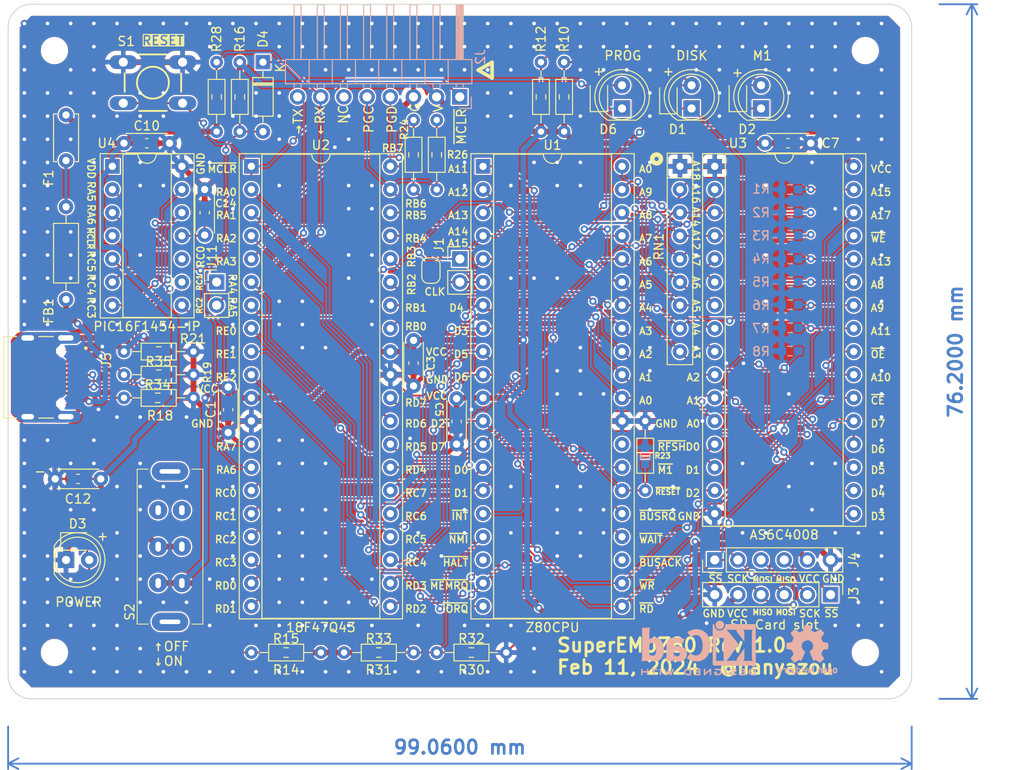
<source format=kicad_pcb>
(kicad_pcb (version 20221018) (generator pcbnew)
  (layers (0 "F.Cu" signal) (31 "B.Cu" signal) (34 "B.Paste" user) (35 "F.Paste" user) (36 "B.SilkS" user "B.Silkscreen") (37 "F.SilkS" user "F.Silkscreen") (38 "B.Mask" user) (39 "F.Mask" user) (44 "Edge.Cuts" user))
  (net 0 "")
  (net 1 "VCC")
  (net 2 "Net-(D1-A)")
  (net 3 "MISO")
  (net 4 "~{NMI}")
  (net 5 "~{WAIT}")
  (net 6 "D4")
  (net 7 "D3")
  (net 8 "D5")
  (net 9 "D6")
  (net 10 "D2")
  (net 11 "D7")
  (net 12 "D0")
  (net 13 "D1")
  (net 14 "~{IORQ}")
  (net 15 "A15")
  (net 16 "A14")
  (net 17 "A7")
  (net 18 "A6")
  (net 19 "A5")
  (net 20 "A4")
  (net 21 "A3")
  (net 22 "A2")
  (net 23 "A1")
  (net 24 "A0")
  (net 25 "~{RESET}")
  (net 26 "~{BUSRQ}")
  (net 27 "A16")
  (net 28 "A17")
  (net 29 "A8")
  (net 30 "MOSI")
  (net 31 "SCK")
  (net 32 "CLK")
  (net 33 "A12")
  (net 34 "A13")
  (net 35 "A9")
  (net 36 "A11")
  (net 37 "A10")
  (net 39 "GND")
  (net 42 "Net-(D2-A)")
  (net 43 "~{M1}")
  (net 44 "Net-(D3-A)")
  (net 45 "~{SS}")
  (net 46 "VDD")
  (net 47 "VUSB3V3")
  (net 48 "Net-(D4-K)")
  (net 49 "PIC_RX")
  (net 50 "LED")
  (net 51 "Net-(D5-A)")
  (net 52 "VBUS")
  (net 53 "CLK_GEN")
  (net 54 "~{MCLR}")
  (net 56 "TX")
  (net 57 "SHIELD")
  (net 58 "USB_DP")
  (net 59 "USB_DM")
  (net 60 "Net-(J5-CC1)")
  (net 63 "Net-(J5-CC2)")
  (net 64 "PROG_TX")
  (net 65 "ICSP_DAT")
  (net 66 "ICSP_CLK")
  (net 67 "RA4")
  (net 68 "RA5")
  (net 69 "~{MREQ}")
  (net 70 "~{RD}")
  (net 71 "~{WR}")
  (net 75 "Net-(F1-Pad2)")
  (footprint "Resistor_THT:R_Axial_DIN0204_L3.6mm_D1.6mm_P7.62mm_Horizontal" (layer "F.Cu") (at 40.64 88.9)
    (fp_text reference "R19")
    (fp_text value "5k1")
  )
  (footprint "Resistor_THT:R_Axial_DIN0204_L3.6mm_D1.6mm_P7.62mm_Horizontal" (layer "F.Cu") (at 53.34 54.61 -90)
    (fp_text reference "R16")
    (fp_text value "10K")
  )
  (footprint "Capacitor_THT:C_Disc_D4.3mm_W1.9mm_P5.00mm" (layer "F.Cu") (at 77.11 91.52 -90)
    (fp_text reference "C5")
    (fp_text value "0.1uF")
  )
  (footprint "Resistor_SMD:R_0603_1608Metric_Pad0.98x0.95mm_HandSolder" (layer "F.Cu") (at 44.45 88.9)
    (fp_text reference "R35")
    (fp_text value "5k1")
  )
  (footprint "Capacitor_THT:C_Disc_D4.3mm_W1.9mm_P5.00mm" (layer "F.Cu") (at 110.9375 63.5)
    (fp_text reference "C7")
    (fp_text value "0.1uF")
  )
  (footprint "Resistor_THT:R_Axial_DIN0204_L3.6mm_D1.6mm_P7.62mm_Horizontal" (layer "F.Cu") (at 74.93 119.38)
    (fp_text reference "R30")
    (fp_text value "39K" hide)
  )
  (footprint "Resistor_THT:R_Axial_DIN0204_L3.6mm_D1.6mm_P7.62mm_Horizontal" (layer "F.Cu") (at 72.39 60.96 -90)
    (fp_text reference "R24")
    (fp_text value "470")
  )
  (footprint "Capacitor_SMD:C_0603_1608Metric_Pad1.08x0.95mm_HandSolder" (layer "F.Cu") (at 43.14 63.5)
    (fp_text reference "C9")
    (fp_text value "0.1uF")
  )
  (footprint "LED_SMD:LED_0805_2012Metric_Pad1.15x1.40mm_HandSolder" (layer "F.Cu") (at 107.95 58.175 90)
    (fp_text reference "D8" hide)
    (fp_text value "LED")
  )
  (footprint "Resistor_THT:R_Axial_DIN0204_L3.6mm_D1.6mm_P7.62mm_Horizontal" (layer "F.Cu") (at 86.36 62.23 90)
    (fp_text reference "R12")
    (fp_text value "100")
  )
  (footprint "Capacitor_THT:C_Disc_D4.3mm_W1.9mm_P5.00mm" (layer "F.Cu") (at 40.64 63.5)
    (fp_text reference "C10")
    (fp_text value "0.1uF")
  )
  (footprint "Capacitor_SMD:C_0603_1608Metric_Pad1.08x0.95mm_HandSolder" (layer "F.Cu") (at 52.07 92.75 -90)
    (fp_text reference "C2")
    (fp_text value "0.1uF")
  )
  (footprint "Resistor_SMD:R_0603_1608Metric_Pad0.98x0.95mm_HandSolder" (layer "F.Cu") (at 44.3465 91.44)
    (fp_text reference "R34")
    (fp_text value "5k1")
  )
  (footprint "Capacitor_THT:C_Disc_D4.3mm_W1.9mm_P5.00mm" (layer "F.Cu") (at 52.07 90.25 -90)
    (fp_text reference "C1")
    (fp_text value "0.1uF")
  )
  (footprint "Package_DIP:DIP-32_W15.24mm_Socket" (layer "F.Cu") (at 105.41 66.04)
    (fp_text reference "U3")
    (fp_text value "AS6C4008")
  )
  (footprint "LED_THT:LED_D5.0mm" (layer "F.Cu") (at 110.49 59.69 90)
    (fp_text reference "D2")
    (fp_text value "LED" hide)
  )
  (footprint "Resistor_THT:R_Axial_DIN0204_L3.6mm_D1.6mm_P7.62mm_Horizontal" (layer "F.Cu") (at 74.93 60.96 -90)
    (fp_text reference "R26")
    (fp_text value "470")
  )
  (footprint "Resistor_THT:R_Axial_DIN0204_L3.6mm_D1.6mm_P7.62mm_Horizontal" (layer "F.Cu") (at 62.23 119.38 180)
    (fp_text reference "R14")
    (fp_text value "100" hide)
  )
  (footprint "library:NELTRON_5077CR-16SMC2-BK-TR" (layer "F.Cu") (at 33.7675 89.18575 -90)
    (fp_text reference "J5")
    (fp_text value "5077CR-16SMC2-BK-TR")
  )
  (footprint "Resistor_THT:R_Axial_DIN0204_L3.6mm_D1.6mm_P7.62mm_Horizontal" (layer "F.Cu") (at 88.9 62.23 90)
    (fp_text reference "R10")
    (fp_text value "100" hide)
  )
  (footprint "LED_SMD:LED_0805_2012Metric_Pad1.15x1.40mm_HandSolder" (layer "F.Cu") (at 92.71 58.175 90)
    (fp_text reference "D5" hide)
    (fp_text value "LED")
  )
  (footprint "Resistor_THT:R_Axial_DIN0204_L3.6mm_D1.6mm_P7.62mm_Horizontal" (layer "F.Cu") (at 40.64 86.36)
    (fp_text reference "R21")
    (fp_text value "1M")
  )
  (footprint "LED_THT:LED_D5.0mm" (layer "F.Cu") (at 34.29 109.22)
    (fp_text reference "D3")
    (fp_text value "LED")
  )
  (footprint "Diode_THT:D_DO-35_SOD27_P7.62mm_Horizontal" (layer "F.Cu") (at 55.88 54.61 -90)
    (fp_text reference "D4")
    (fp_text value "1N4148")
  )
  (footprint "Resistor_SMD:R_0603_1608Metric_Pad0.98x0.95mm_HandSolder" (layer "F.Cu") (at 78.74 119.38)
    (fp_text reference "R32")
    (fp_text value "39K" hide)
  )
  (footprint "LED_THT:LED_D5.0mm" (layer "F.Cu") (at 95.25 59.69 90)
    (fp_text reference "D6")
    (fp_text value "LED" hide)
  )
  (footprint "Capacitor_SMD:C_0603_1608Metric_Pad1.08x0.95mm_HandSolder" (layer "F.Cu") (at 35.6 100.33 180)
    (fp_text reference "C11" hide)
    (fp_text value "1uF")
  )
  (footprint "Resistor_SMD:R_0603_1608Metric_Pad0.98x0.95mm_HandSolder" (layer "F.Cu") (at 58.42 119.38 180)
    (fp_text reference "R15")
    (fp_text value "100" hide)
  )
  (footprint "LED_SMD:LED_0805_2012Metric_Pad1.15x1.40mm_HandSolder" (layer "F.Cu") (at 100.33 58.42 90)
    (fp_text reference "D7" hide)
    (fp_text value "LED")
  )
  (footprint "Capacitor_SMD:C_0603_1608Metric_Pad1.08x0.95mm_HandSolder" (layer "F.Cu") (at 49.49 71.12 90)
    (fp_text reference "C13" hide)
    (fp_text value "0.47uF")
  )
  (footprint "Resistor_SMD:R_0603_1608Metric_Pad0.98x0.95mm_HandSolder" (layer "F.Cu") (at 50.8 58.42 -90)
    (fp_text reference "R29" hide)
    (fp_text value "100")
  )
  (footprint "Package_DIP:DIP-14_W7.62mm_Socket" (layer "F.Cu") (at 39.37 66.04)
    (fp_text reference "U4")
    (fp_text value "PIC16F1454-IP")
  )
  (footprint "Jumper:SolderJumper-2_P1.3mm_Open_RoundedPad1.0x1.5mm" (layer "F.Cu") (at 74.295 77.47 -90)
    (fp_text reference "JP1")
    (fp_text value "Jumper_2_Open")
  )
  (footprint "Connector_PinHeader_2.54mm:PinHeader_1x02_P2.54mm_Vertical" (layer "F.Cu") (at 77.47 76.2)
    (fp_text reference "J1")
    (fp_text value "Conn_02x01")
  )
  (footprint "Resistor_THT:R_Axial_DIN0204_L3.6mm_D1.6mm_P7.62mm_Horizontal" (layer "F.Cu") (at 64.77 119.38)
    (fp_text reference "R31")
    (fp_text value "10K" hide)
  )
  (footprint "LED_SMD:LED_0805_2012Metric_Pad1.15x1.40mm_HandSolder" (layer "F.Cu") (at 35.56 107.188)
    (fp_text reference "D9" hide)
    (fp_text value "LED")
  )
  (footprint "Connector_PinHeader_2.54mm:PinHeader_1x06_P2.54mm_Vertical" (layer "F.Cu") (at 118.11 113.03 -90)
    (fp_text reference "J3")
    (fp_text value "SD Card slot")
  )
  (footprint "Capacitor_SMD:C_0603_1608Metric_Pad1.08x0.95mm_HandSolder" (layer "F.Cu") (at 77.11 94.02 -90)
    (fp_text reference "C6")
    (fp_text value "0.1uF")
  )
  (footprint "Capacitor_THT:C_Disc_D4.3mm_W1.9mm_P5.00mm" (layer "F.Cu") (at 49.49 73.58 90)
    (fp_text reference "C14")
    (fp_text value "0.47uF")
  )
  (footprint "Resistor_SMD:R_0603_1608Metric_Pad0.98x0.95mm_HandSolder" (layer "F.Cu") (at 72.39 64.77 -90)
    (fp_text reference "R25" hide)
    (fp_text value "470")
  )
  (footprint "library:SS22F06" (layer "F.Cu") (at 45.69 107.76 90)
    (fp_text reference "S2")
    (fp_text value "POWER" hide)
  )
  (footprint "Resistor_THT:R_Axial_DIN0204_L3.6mm_D1.6mm_P7.62mm_Horizontal" (layer "F.Cu") (at 40.64 91.44)
    (fp_text reference "R18")
    (fp_text value "5k1")
  )
  (footprint "Resistor_SMD:R_0603_1608Metric_Pad0.98x0.95mm_HandSolder" (layer "F.Cu") (at 44.45 86.36)
    (fp_text reference "R20")
    (fp_text value "1M")
  )
  (footprint "Resistor_SMD:R_0603_1608Metric_Pad0.98x0.95mm_HandSolder" (layer "F.Cu") (at 86.36 58.42 90)
    (fp_text reference "R13" hide)
    (fp_text value "100")
  )
  (footprint "Resistor_THT:R_Axial_DIN0204_L3.6mm_D1.6mm_P7.62mm_Horizontal" (layer "F.Cu") (at 97.79 101.6 90)
    (fp_text reference "R23")
    (fp_text value "10K")
  )
  (footprint "Capacitor_SMD:C_0603_1608Metric_Pad1.08x0.95mm_HandSolder" (layer "F.Cu") (at 72.39 87.63 -90)
    (fp_text reference "C4")
    (fp_text value "0.1uF")
  )
  (footprint "Resistor_SMD:R_0603_1608Metric_Pad0.98x0.95mm_HandSolder" (layer "F.Cu") (at 53.34 58.42 -90)
    (fp_text reference "R17")
    (fp_text value "10K")
  )
  (footprint "Capacitor_THT:C_Disc_D4.3mm_W1.9mm_P5.00mm" (layer "F.Cu") (at 38.1 100.33 180)
    (fp_text reference "C12")
    (fp_text value "1uF")
  )
  (footprint "Resistor_SMD:R_0603_1608Metric_Pad0.98x0.95mm_HandSolder" (layer "F.Cu") (at 68.58 119.38)
    (fp_text reference "R33")
    (fp_text value "10K" hide)
  )
  (footprint "Resistor_THT:R_Array_SIP9" (layer "F.Cu") (at 101.6 66.04 -90)
    (fp_text reference "RN1")
    (fp_text value "10K")
  )
  (footprint "Connector_PinHeader_2.54mm:PinHeader_1x02_P2.54mm_Vertical" (layer "F.Cu") (at 50.8 78.735)
    (fp_text reference "J11")
    (fp_text value "Conn_02x01")
  )
  (footprint "Resistor_SMD:R_0603_1608Metric_Pad0.98x0.95mm_HandSolder" (layer "F.Cu") (at 88.9 58.42 90)
    (fp_text reference "R11" hide)
    (fp_text value "100" hide)
  )
  (footprint "Resistor_SMD:R_0603_1608Metric_Pad0.98x0.95mm_HandSolder" (layer "F.Cu") (at 74.93 64.77 -90)
    (fp_text reference "R27" hide)
    (fp_text value "470")
  )
  (footprint "library:DTS-6" (layer "F.Cu") (at 43.815 56.86 180)
    (fp_text reference "S1")
    (fp_text value "DTS-6" hide)
  )
  (footprint "Package_DIP:DIP-40_W15.24mm_Socket" (layer "F.Cu") (at 80.01 66.04)
    (fp_text reference "U1")
    (fp_text value "Z80CPU")
  )
  (footprint "LED_THT:LED_D5.0mm" (layer "F.Cu") (at 102.87 59.69 90)
    (fp_text reference "D1")
    (fp_text value "LED" hide)
  )
  (footprint "Package_DIP:DIP-40_W15.24mm_Socket" (layer "F.Cu") (at 54.61 66.04)
    (fp_text reference "U2")
    (fp_text value "18F47Q43")
  )
  (footprint "Capacitor_THT:C_Disc_D4.3mm_W1.9mm_P5.00mm" (layer "F.Cu") (at 72.39 85.13 -90)
    (fp_text reference "C3")
    (fp_text value "0.1uF")
  )
  (footprint "Connector_PinHeader_2.54mm:PinHeader_1x06_P2.54mm_Vertical" (layer "F.Cu") (at 105.41 109.22 90)
    (fp_text reference "J4")
    (fp_text value "SD Card slot")
  )
  (footprint "Capacitor_THT:C_Disc_D5.0mm_W2.5mm_P5.00mm" (layer "F.Cu") (at 34.29 60.405 -90)
    (fp_text reference "F1")
    (fp_text value "Polyfuse")
  )
  (footprint "Capacitor_SMD:C_0603_1608Metric_Pad1.08x0.95mm_HandSolder" (layer "F.Cu") (at 113.4375 63.5)
    (fp_text reference "C8")
    (fp_text value "0.1uF")
  )
  (footprint "Resistor_THT:R_Axial_DIN0204_L3.6mm_D1.6mm_P7.62mm_Horizontal" (layer "F.Cu") (at 50.8 54.61 -90)
    (fp_text reference "R28")
    (fp_text value "100")
  )
  (footprint "Resistor_THT:R_Axial_DIN0207_L6.3mm_D2.5mm_P10.16mm_Horizontal" (layer "F.Cu") (at 34.29 70.485 -90)
    (fp_text reference "FB1")
    (fp_text value "FerriteBead_Small")
  )
  (footprint "Resistor_SMD:R_0603_1608Metric_Pad0.98x0.95mm_HandSolder" (layer "B.Cu") (at 113.665 86.3 180)
    (fp_text reference "R8")
    (fp_text value "10K" hide)
  )
  (footprint "Resistor_SMD:R_0603_1608Metric_Pad0.98x0.95mm_HandSolder" (layer "B.Cu") (at 113.665 71.09 180)
    (fp_text reference "R2")
    (fp_text value "10K" hide)
  )
  (footprint "Resistor_SMD:R_0603_1608Metric_Pad0.98x0.95mm_HandSolder" (layer "B.Cu") (at 97.79 97.79 90)
    (fp_text reference "R22")
    (fp_text value "10K")
  )
  (footprint "Resistor_SMD:R_0603_1608Metric_Pad0.98x0.95mm_HandSolder" (layer "B.Cu") (at 113.665 78.71 180)
    (fp_text reference "R5")
    (fp_text value "10K" hide)
  )
  (footprint "Resistor_SMD:R_0603_1608Metric_Pad0.98x0.95mm_HandSolder" (layer "B.Cu") (at 113.665 81.22 180)
    (fp_text reference "R6")
    (fp_text value "10K" hide)
  )
  (footprint "Resistor_SMD:R_0603_1608Metric_Pad0.98x0.95mm_HandSolder" (layer "B.Cu") (at 113.665 83.76 180)
    (fp_text reference "R7")
    (fp_text value "10K" hide)
  )
  (footprint "Connector_PinHeader_2.54mm:PinHeader_1x08_P2.54mm_Horizontal" (layer "B.Cu") (at 77.455 58.42 90)
    (fp_text reference "J2")
    (fp_text value "Conn_01x08_Pin")
  )
  (footprint "Symbol:KiCad-Logo2_5mm_SilkScreen" (layer "B.Cu") (at 103.632 118.872 180)
    (fp_text reference "REF**" hide)
    (fp_text value "KiCad-Logo2_5mm_SilkScreen" hide)
  )
  (footprint "Resistor_SMD:R_0603_1608Metric_Pad0.98x0.95mm_HandSolder" (layer "B.Cu") (at 113.665 76.2 180)
    (fp_text reference "R4")
    (fp_text value "10K" hide)
  )
  (footprint "Resistor_SMD:R_0603_1608Metric_Pad0.98x0.95mm_HandSolder" (layer "B.Cu") (at 113.665 68.58 180)
    (fp_text reference "R1")
    (fp_text value "10K" hide)
  )
  (footprint "Resistor_SMD:R_0603_1608Metric_Pad0.98x0.95mm_HandSolder" (layer "B.Cu") (at 113.665 73.6 180)
    (fp_text reference "R3")
    (fp_text value "10K" hide)
  )
  (footprint "Symbol:OSHW-Logo2_7.3x6mm_SilkScreen" (layer "B.Cu") (at 115.57 119.126 180)
    (fp_text reference "REF**" hide)
    (fp_text value "OSHW-Logo2_7.3x6mm_SilkScreen" hide)
  )
  (gr_circle (center 99.0346 65.2272) (end 99.264607 65.2272) (stroke (width 0.5)) (fill none) (layer "F.SilkS"))
  (gr_line (start 27.94 50.8) (end 27.94 121.92) (stroke (width 0.1)) (layer "Edge.Cuts"))
  (gr_circle (center 121.92 119.38) (end 123.42 119.38) (stroke (width 0.01)) (fill none) (layer "Edge.Cuts"))
  (gr_arc (start 27.94 50.8) (mid 28.683949 49.003949) (end 30.48 48.26) (stroke (width 0.1)) (layer "Edge.Cuts"))
  (gr_circle (center 33.02 53.34) (end 34.52 53.34) (stroke (width 0.01)) (fill none) (layer "Edge.Cuts"))
  (gr_circle (center 33.02 119.38) (end 34.52 119.38) (stroke (width 0.01)) (fill none) (layer "Edge.Cuts"))
  (gr_line (start 124.46 124.46) (end 30.48 124.46) (stroke (width 0.1)) (layer "Edge.Cuts"))
  (gr_line (start 124.46 48.26) (end 30.48 48.26) (stroke (width 0.1)) (layer "Edge.Cuts"))
  (gr_arc (start 127 121.92) (mid 126.256051 123.716051) (end 124.46 124.46) (stroke (width 0.1)) (layer "Edge.Cuts"))
  (gr_arc (start 124.46 48.26) (mid 126.256051 49.003949) (end 127 50.8) (stroke (width 0.1)) (layer "Edge.Cuts"))
  (gr_circle (center 121.92 53.34) (end 123.42 53.34) (stroke (width 0.01)) (fill none) (layer "Edge.Cuts"))
  (gr_line (start 127 50.8) (end 127 121.92) (stroke (width 0.1)) (layer "Edge.Cuts"))
  (gr_arc (start 30.48 124.46) (mid 28.683949 123.716051) (end 27.94 121.92) (stroke (width 0.1)) (layer "Edge.Cuts"))
  (gr_text "SuperEMUZ80 Rev 1.0\nFeb 11, 2024  @hanyazou" (at 87.9602 121.8692) (layer "F.SilkS") (effects (font (size 1.5 1.5) (thickness 0.3) bold) (justify left bottom)))
  (gr_text "RA0" (at 53.086 69.342) (layer "F.SilkS") (effects (font (size 0.8 0.8)) (justify right bottom)))
  (gr_text "A5" (at 102.87 80.518 270) (layer "F.SilkS") (effects (font (size 0.8 0.8)) (justify left bottom)))
  (gr_text "RA2" (at 53.086 74.422) (layer "F.SilkS") (effects (font (size 0.8 0.8)) (justify right bottom)))
  (gr_text "RB4" (at 71.374 74.422) (layer "F.SilkS") (effects (font (size 0.8 0.8)) (justify left bottom)))
  (gr_text "D2" (at 75.946 94.742) (layer "F.SilkS") (effects (font (size 0.8 0.8)) (justify right bottom)))
  (gr_text "~{RFSH}" (at 99.06 97.282) (layer "F.SilkS") (effects (font (size 0.8 0.8)) (justify left bottom)))
  (gr_text "A12" (at 102.87 72.898 270) (layer "F.SilkS") (effects (font (size 0.8 0.8)) (justify left bottom)))
  (gr_text "RA3" (at 53.086 76.962) (layer "F.SilkS") (effects (font (size 0.8 0.8)) (justify right bottom)))
  (gr_text "D4" (at 122.428 102.362) (layer "F.SilkS") (effects (font (size 0.8 0.8)) (justify left bottom)))
  (gr_text "RB7" (at 68.834 64.516) (layer "F.SilkS") (effects (font (size 0.8 0.8)) (justify left bottom)))
  (gr_text "MOSI" (at 109.474 111.76) (layer "F.SilkS") (effects (font (size 0.6 0.6)) (justify left bottom)))
  (gr_text "A3" (at 102.87 85.598 270) (layer "F.SilkS") (effects (font (size 0.8 0.8)) (justify left bottom)))
  (gr_text "A11" (at 122.428 84.582) (layer "F.SilkS") (effects (font (size 0.8 0.8)) (justify left bottom)))
  (gr_text "D0" (at 103.886 97.282) (layer "F.SilkS") (effects (font (size 0.8 0.8)) (justify right bottom)))
  (gr_text "A10" (at 122.428 89.662) (layer "F.SilkS") (effects (font (size 0.8 0.8)) (justify left bottom)))
  (gr_text "-" (at 30.734 100.076) (layer "F.SilkS") (effects (font (size 1 1)) (justify left bottom)))
  (gr_text "~{OE}" (at 122.428 87.122) (layer "F.SilkS") (effects (font (size 0.8 0.8)) (justify left bottom)))
  (gr_text "V" (at 75.692 60.198 90) (layer "F.SilkS") (effects (font (size 1 1)) (justify left bottom)))
  (gr_text "A4" (at 102.87 83.058 270) (layer "F.SilkS") (effects (font (size 0.8 0.8)) (justify left bottom)))
  (gr_text "~{WAIT}" (at 97.028 107.442) (layer "F.SilkS") (effects (font (size 0.8 0.8)) (justify left bottom)))
  (gr_text "VCC" (at 73.66 86.868) (layer "F.SilkS") (effects (font (size 0.8 0.8)) (justify left bottom)))
  (gr_text "RD6" (at 71.374 94.742) (layer "F.SilkS") (effects (font (size 0.8 0.8)) (justify left bottom)))
  (gr_text "RD7" (at 71.374 92.456) (layer "F.SilkS") (effects (font (size 0.8 0.8)) (justify left bottom)))
  (gr_text "RB0" (at 71.374 84.074) (layer "F.SilkS") (effects (font (size 0.8 0.8)) (justify left bottom)))
  (gr_text "↑OFF\n↓ON" (at 43.688 120.904) (layer "F.SilkS") (effects (font (size 1 1)) (justify left bottom)))
  (gr_text "A9" (at 122.428 82.042) (layer "F.SilkS") (effects (font (size 0.8 0.8)) (justify left bottom)))
  (gr_text "RC1" (at 53.086 104.902) (layer "F.SilkS") (effects (font (size 0.8 0.8)) (justify right bottom)))
  (gr_text "~{M1}" (at 99.06 99.822) (layer "F.SilkS") (effects (font (size 0.8 0.8)) (justify left bottom)))
  (gr_text "A15" (at 78.486 74.93) (layer "F.SilkS") (effects (font (size 0.8 0.8)) (justify right bottom)))
  (gr_text "VCC" (at 76.2 91.694) (layer "F.SilkS") (effects (font (size 0.8 0.8)) (justify right bottom)))
  (gr_text "RC0" (at 49.53 77.216 90) (layer "F.SilkS") (effects (font (size 0.8 0.8)) (justify left bottom)))
  (gr_text "CLK" (at 75.946 80.264) (layer "F.SilkS") (effects (font (size 0.8 0.8)) (justify right bottom)))
  (gr_text "GND" (at 50.546 94.742) (layer "F.SilkS") (effects (font (size 0.8 0.8)) (justify right bottom)))
  (gr_text "RD5" (at 71.374 97.282) (layer "F.SilkS") (effects (font (size 0.8 0.8)) (justify left bottom)))
  (gr_text "RC2" (at 49.276 82.296 90) (layer "F.SilkS") (effects (font (size 0.6 0.6)) (justify left bottom)))
  (gr_text "POWER" (at 33.02 114.427) (layer "F.SilkS") (effects (font (size 1 1)) (justify left bottom)))
  (gr_text "D7" (at 122.428 94.742) (layer "F.SilkS") (effects (font (size 0.8 0.8)) (justify left bottom)))
  (gr_text "RC3" (at 36.576 80.264 270) (layer "F.SilkS") (effects (font (size 0.8 0.8)) (justify left bottom)))
  (gr_text "RA5" (at 36.576 67.564 270) (layer "F.SilkS") (effects (font (size 0.8 0.8)) (justify left bottom)))
  (gr_text "PGC" (at 68.072 62.484 90) (layer "F.SilkS") (effects (font (size 1 1)) (justify left bottom)))
  (gr_text "RD1" (at 53.086 115.062) (layer "F.SilkS") (effects (font (size 0.8 0.8)) (justify right bottom)))
  (gr_text "A6" (at 102.87 77.978 270) (layer "F.SilkS") (effects (font (size 0.8 0.8)) (justify left bottom)))
  (gr_text "VCC" (at 106.68 115.57) (layer "F.SilkS") (effects (font (size 0.8 0.8)) (justify left bottom)))
  (gr_text "A8" (at 122.428 79.502) (layer "F.SilkS") (effects (font (size 0.8 0.8)) (justify left bottom)))
  (gr_text "~{SS}" (at 117.348 115.57) (layer "F.SilkS") (effects (font (size 0.8 0.8)) (justify left bottom)))
  (gr_text "RE0" (at 53.086 84.582) (layer "F.SilkS") (effects (font (size 0.8 0.8)) (justify right bottom)))
  (gr_text "+" (at 107.188 56.3118) (layer "F.SilkS") (effects (font (size 1 1)) (justify left bottom)))
  (gr_text "NC" (at 65.278 61.468 90) (layer "F.SilkS") (effects (font (size 1 1)) (justify left bottom)))
  (gr_text "A5" (at 97.028 79.502) (layer "F.SilkS") (effects (font (size 0.8 0.8)) (justify left bottom)))
  (gr_text "RD2" (at 71.374 115.062) (layer "F.SilkS") (effects (font (size 0.8 0.8)) (justify left bottom)))
  (gr_text "RC0" (at 53.086 102.362) (layer "F.SilkS") (effects (font (size 0.8 0.8)) (justify right bottom)))
  (gr_text "RA4" (at 52.07 77.724 270) (layer "F.SilkS") (effects (font (size 0.8 0.8)) (justify left bottom)))
  (gr_text "DISK" (at 101.092 54.483) (layer "F.SilkS") (effects (font (size 1 1)) (justify left bottom)))
  (gr_text "D5" (at 78.486 87.122) (layer "F.SilkS") (effects (font (size 0.8 0.8)) (justify right bottom)))
  (gr_text "D1" (at 78.486 102.362) (layer "F.SilkS") (effects (font (size 0.8 0.8)) (justify right bottom)))
  (gr_text "A9" (at 97.028 69.342) (layer "F.SilkS") (effects (font (size 0.8 0.8)) (justify left bottom)))
  (gr_text "~{MEMRQ}" (at 78.486 112.522) (layer "F.SilkS") (effects (font (size 0.8 0.8)) (justify right bottom)))
  (gr_text "A11" (at 78.486 66.802) (layer "F.SilkS") (effects (font (size 0.8 0.8)) (justify right bottom)))
  (gr_text "+" (at 100.838 56.388 90) (layer "F.SilkS") (effects (font (size 1 1)) (justify left bottom)))
  (gr_text "D0" (at 78.486 99.822) (layer "F.SilkS") (effects (font (size 0.8 0.8)) (justify right bottom)))
  (gr_text "RC2" (at 53.086 107.442) (layer "F.SilkS") (effects (font (size 0.8 0.8)) (justify right bottom)))
  (gr_text "RB2" (at 72.644 80.264 90) (layer "F.SilkS") (effects (font (size 0.8 0.8)) (justify left bottom)))
  (gr_text "D5" (at 122.428 99.822) (layer "F.SilkS") (effects (font (size 0.8 0.8)) (justify left bottom)))
  (gr_text "PROG" (at 93.218 54.483) (layer "F.SilkS") (effects (font (size 1 1)) (justify left bottom)))
  (gr_text "~{INT}" (at 78.486 104.902) (layer "F.SilkS") (effects (font (size 0.8 0.8)) (justify right bottom)))
  (gr_text "MOSI" (at 112.014 115.316) (layer "F.SilkS") (effects (font (size 0.6 0.6)) (justify left bottom)))
  (gr_text "A7" (at 102.87 75.438 270) (layer "F.SilkS") (effects (font (size 0.8 0.8)) (justify left bottom)))
  (gr_text "VCC" (at 122.428 66.802) (layer "F.SilkS") (effects (font (size 0.8 0.8)) (justify left bottom)))
  (gr_text "→TX" (at 60.325 62.738 90) (layer "F.SilkS") (effects (font (size 1 1)) (justify left bottom)))
  (gr_text "GND" (at 98.806 94.742) (layer "F.SilkS") (effects (font (size 0.8 0.8)) (justify left bottom)))
  (gr_text "MISO" (at 112.014 111.76) (layer "F.SilkS") (effects (font (size 0.6 0.6)) (justify left bottom)))
  (gr_text "~{RD}" (at 97.028 115.062) (layer "F.SilkS") (effects (font (size 0.8 0.8)) (justify left bottom)))
  (gr_text "A15" (at 122.428 69.342) (layer "F.SilkS") (effects (font (size 0.8 0.8)) (justify left bottom)))
  (gr_text "RC6" (at 71.374 104.902) (layer "F.SilkS") (effects (font (size 0.8 0.8)) (justify left bottom)))
  (gr_text "D3" (at 78.486 84.582) (layer "F.SilkS") (effects (font (size 0.8 0.8)) (justify right bottom)))
  (gr_text "A2" (at 97.028 87.122) (layer "F.SilkS") (effects (font (size 0.8 0.8)) (justify left bottom)))
  (gr_text "A14" (at 102.87 70.358 270) (layer "F.SilkS") (effects (font (size 0.8 0.8)) (justify left bottom)))
  (gr_text "+" (at 37.592 107.188) (layer "F.SilkS") (effects (font (size 1 1)) (justify left bottom)))
  (gr_text "A2" (at 103.886 89.662) (layer "F.SilkS") (effects (font (size 0.8 0.8)) (justify right bottom)))
  (gr_text "RA5" (at 52.07 80.264 270) (layer "F.SilkS") (effects (font (size 0.8 0.8)) (justify left bottom)))
  (gr_text "A8" (at 97.028 71.882) (layer "F.SilkS") (effects (font (size 0.8 0.8)) (justify left bottom)))
  (gr_text "~{SS}" (at 104.648 111.76) (layer "F.SilkS") (effects (font (size 0.8 0.8)) (justify left bottom)))
  (gr_text "◁" (at 78.74 56.515) (layer "F.SilkS") (effects (font (size 2 2) (thickness 0.4) bold) (justify left bottom)))
  (gr_text "D6" (at 78.486 89.6112) (layer "F.SilkS") (effects (font (size 0.8 0.8)) (justify right bottom)))
  (gr_text "~{BUSRQ}" (at 97.028 104.902) (layer "F.SilkS") (effects (font (size 0.8 0.8)) (justify left bottom)))
  (gr_text "MISO" (at 109.474 115.316) (layer "F.SilkS") (effects (font (size 0.6 0.6)) (justify left bottom)))
  (gr_text "A1" (at 103.886 92.202) (layer "F.SilkS") (effects (font (size 0.8 0.8)) (justify right bottom)))
  (gr_text "RD4" (at 71.374 99.822) (layer "F.SilkS") (effects (font (size 0.8 0.8)) (justify left bottom)))
  (gr_text "A0" (at 97.028 66.802) (layer "F.SilkS") (effects (font (size 0.8 0.8)) (justify left bottom)))
  (gr_text "VDD" (at 36.576 65.024 270) (layer "F.SilkS") (effects (font (size 0.8 0.8)) (justify left bottom)))
  (gr_text "RA1" (at 53.086 71.882) (layer "F.SilkS") (effects (font (size 0.8 0.8)) (justify right bottom)))
  (gr_text "D3" (at 122.428 104.902) (layer "F.SilkS") (effects (font (size 0.8 0.8)) (justify left bottom)))
  (gr_text "~{HALT}" (at 78.486 109.982) (layer "F.SilkS") (effects (font (size 0.8 0.8)) (justify right bottom)))
  (gr_text "A13" (at 78.486 71.882) (layer "F.SilkS") (effects (font (size 0.8 0.8)) (justify right bottom)))
  (gr_text "D7" (at 75.946 97.282) (layer "F.SilkS") (effects (font (size 0.8 0.8)) (justify right bottom)))
  (gr_text "VCC" (at 114.554 111.76) (layer "F.SilkS") (effects (font (size 0.8 0.8)) (justify left bottom)))
  (gr_text "GND" (at 103.9876 115.57) (layer "F.SilkS") (effects (font (size 0.8 0.8)) (justify left bottom)))
  (gr_text "RE1" (at 53.086 87.122) (layer "F.SilkS") (effects (font (size 0.8 0.8)) (justify right bottom)))
  (gr_text "D6" (at 122.428 97.536) (layer "F.SilkS") (effects (font (size 0.8 0.8)) (justify left bottom)))
  (gr_text "GND" (at 73.66 89.916) (layer "F.SilkS") (effects (font (size 0.8 0.8)) (justify left bottom)))
  (gr_text "A7" (at 97.028 74.422) (layer "F.SilkS") (effects (font (size 0.8 0.8)) (justify left bottom)))
  (gr_text "~{CE}" (at 122.428 92.202) (layer "F.SilkS") (effects (font (size 0.8 0.8)) (justify left bottom)))
  (gr_text "M1" (at 109.474 54.483) (layer "F.SilkS") (effects (font (size 1 1)) (justify left bottom)))
  (gr_text "G" (at 73.152 60.198 90) (layer "F.SilkS") (effects (font (size 1 1)) (justify left bottom)))
  (gr_text "RE2" (at 53.086 89.662) (layer "F.SilkS") (effects (font (size 0.8 0.8)) (justify right bottom)))
  (gr_text "A13" (at 122.428 76.962) (layer "F.SilkS") (effects (font (size 0.8 0.8)) (justify left bottom)))
  (gr_text "A12" (at 78.486 69.342) (layer "F.SilkS") (effects (font (size 0.8 0.8)) (justify right bottom)))
  (gr_text "RA6" (at 53.086 99.822) (layer "F.SilkS") (effects (font (size 0.8 0.8)) (justify right bottom)))
  (gr_text "~{NMI}" (at 78.486 107.442) (layer "F.SilkS") (effects (font (size 0.8 0.8)) (justify right bottom)))
  (gr_text "RC4" (at 36.576 77.724 270) (layer "F.SilkS") (effects (font (size 0.8 0.8)) (justify left bottom)))
  (gr_text "RC5" (at 36.576 75.184 270) (layer "F.SilkS") (effects (font (size 0.8 0.8)) (justify left bottom)))
  (gr_text "RC3" (at 53.086 109.982) (layer "F.SilkS") (effects (font (size 0.8 0.8)) (justify right bottom)))
  (gr_text "←RX" (at 62.738 62.738 90) (layer "F.SilkS") (effects (font (size 1 1)) (justify left bottom)))
  (gr_text "A0" (at 103.886 94.742) (layer "F.SilkS") (effects (font (size 0.8 0.8)) (justify right bottom)))
  (gr_text "GND" (at 49.53 67.056 90) (layer "F.SilkS") (effects (font (size 0.8 0.8)) (justify left bottom)))
  (gr_text "A1" (at 97.028 89.662) (layer "F.SilkS") (effects (font (size 0.8 0.8)) (justify left bottom)))
  (gr_text "SCK" (at 106.68 111.76) (layer "F.SilkS") (effects (font (size 0.8 0.8)) (justify left bottom)))
  (gr_text "GND" (at 103.886 104.902) (layer "F.SilkS") (effects (font (size 0.8 0.8)) (justify right bottom)))
  (gr_text "SCK" (at 114.554 115.57) (layer "F.SilkS") (effects (font (size 0.8 0.8)) (justify left bottom)))
  (gr_text "~{BUSACK}" (at 97.028 109.982) (layer "F.SilkS") (effects (font (size 0.8 0.8)) (justify left bottom)))
  (gr_text "RB3" (at 72.644 77.216 90) (layer "F.SilkS") (effects (font (size 0.8 0.8)) (justify left bottom)))
  (gr_text "PGD" (at 70.612 62.484 90) (layer "F.SilkS") (effects (font (size 1 1)) (justify left bottom)))
  (gr_text "~{WE}" (at 122.428 74.422) (layer "F.SilkS") (effects (font (size 0.8 0.8)) (justify left bottom)))
  (gr_text "~{RESET}" (at 98.806 102.108) (layer "F.SilkS") (effects (font (size 0.6 0.6)) (justify left bottom)))
  (gr_text "D2" (at 103.886 102.362) (layer "F.SilkS") (effects (font (size 0.8 0.8)) (justify right bottom)))
  (gr_text "A4" (at 97.028 82.042) (layer "F.SilkS") (effects (font (size 0.8 0.8)) (justify left bottom)))
  (gr_text "RB6" (at 71.374 70.612) (layer "F.SilkS") (effects (font (size 0.8 0.8)) (justify left bottom)))
  (gr_text "RB1" (at 71.374 82.042) (layer "F.SilkS") (effects (font (size 0.8 0.8)) (justify left bottom)))
  (gr_text "+" (at 93.218 56.388 90) (layer "F.SilkS") (effects (font (size 1 1)) (justify left bottom)))
  (gr_text "RA7" (at 53.086 97.282) (layer "F.SilkS") (effects (font (size 0.8 0.8)) (justify right bottom)))
  (gr_text "RC7" (at 71.374 102.362) (layer "F.SilkS") (effects (font (size 0.8 0.8)) (justify left bottom)))
  (gr_text "~{MCLR}" (at 36.576 72.644 270) (layer "F.SilkS") (effects (font (size 0.6 0.6)) (justify left bottom)))
  (gr_text "~{MCLR}" (at 53.086 66.802) (layer "F.SilkS") (effects (font (size 0.8 0.8)) (justify right bottom)))
  (gr_text "VCC" (at 51.054 90.932) (layer "F.SilkS") (effects (font (size 0.8 0.8)) (justify right bottom)))
  (gr_text "RB5" (at 71.374 71.882) (layer "F.SilkS") (effects (font (size 0.8 0.8)) (justify left bottom)))
  (gr_text "A16" (at 102.87 67.818 270) (layer "F.SilkS") (effects (font (size 0.8 0.8)) (justify left bottom)))
  (gr_text "~{MCLR}" (at 78.232 63.754 90) (layer "F.SilkS") (effects (font (size 1 1)) (justify left bottom)))
  (gr_text "RC1" (at 49.276 79.756 90) (layer "F.SilkS") (effects (font (size 0.6 0.6)) (justify left bottom)))
  (gr_text "A3" (at 97.028 84.582) (layer "F.SilkS") (effects (font (size 0.8 0.8)) (justify left bottom)))
  (gr_text "A0" (at 97.028 92.202) (layer "F.SilkS") (effects (font (size 0.8 0.8)) (justify left bottom)))
  (gr_text "A14" (at 78.486 73.66) (layer "F.SilkS") (effects (font (size 0.8 0.8)) (justify right bottom)))
  (gr_text "RESET" (at 42.545 52.832) (layer "F.SilkS" knockout) (effects (font (size 1 1)) (justify left bottom)))
  (gr_text "RC5" (at 71.374 107.442) (layer "F.SilkS") (effects (font (size 0.8 0.8)) (justify left bottom)))
  (gr_text "RD3" (at 71.374 112.522) (layer "F.SilkS") (effects (font (size 0.8 0.8)) (justify left bottom)))
  (gr_text "RD0" (at 53.086 112.522) (layer "F.SilkS") (effects (font (size 0.8 0.8)) (justify right bottom)))
  (gr_text "RA6" (at 36.576 70.104 270) (layer "F.SilkS") (effects (font (size 0.8 0.8)) (justify left bottom)))
  (gr_text "GND" (at 117.094 111.76) (layer "F.SilkS") (effects (font (size 0.8 0.8)) (justify left bottom)))
  (gr_text "~{IORQ}" (at 78.486 115.062) (layer "F.SilkS") (effects (font (size 0.8 0.8)) (justify right bottom)))
  (gr_text "D4" (at 77.978 82.042) (layer "F.SilkS") (effects (font (size 0.8 0.8)) (justify right bottom)))
  (gr_text "A18" (at 102.87 65.278 270) (layer "F.SilkS") (effects (font (size 0.8 0.8)) (justify left bottom)))
  (gr_text "A6" (at 97.028 76.962) (layer "F.SilkS") (effects (font (size 0.8 0.8)) (justify left bottom)))
  (gr_text "A17" (at 122.428 71.882) (layer "F.SilkS") (effects (font (size 0.8 0.8)) (justify left bottom)))
  (gr_text "~{WR}" (at 97.028 112.522) (layer "F.SilkS") (effects (font (size 0.8 0.8)) (justify left bottom)))
  (gr_text "RC4" (at 71.374 109.982) (layer "F.SilkS") (effects (font (size 0.8 0.8)) (justify left bottom)))
  (gr_text "D1" (at 103.886 99.822) (layer "F.SilkS") (effects (font (size 0.8 0.8)) (justify right bottom)))
  (dimension (type aligned) (layer "B.Cu") (pts (xy 129.54 124.46) (xy 129.54 48.26)) (height 4.064) (gr_text "76.2000 mm" (at 131.804 86.36 90) (layer "B.Cu") (effects (font (size 1.5 1.5) (thickness 0.3)))) (format (prefix "") (suffix "") (units 3) (units_format 1) (precision 4)) (style (thickness 0.2) (arrow_length 1.27) (text_position_mode 0) (extension_height 0.58642) (extension_offset 0.5) keep_text_aligned))
  (dimension (type aligned) (layer "B.Cu") (pts (xy 127 127) (xy 27.94 127)) (height -4.572) (gr_text "99.0600 mm" (at 77.47 129.772) (layer "B.Cu") (effects (font (size 1.5 1.5) (thickness 0.3)))) (format (prefix "") (suffix "") (units 3) (units_format 1) (precision 4)) (style (thickness 0.2) (arrow_length 1.27) (text_position_mode 0) (extension_height 0.58642) (extension_offset 0.5) keep_text_aligned))
  (segment (start 52.07 90.25) (end 50.72 90.25) (width 0.635) (layer "F.Cu") (net 1))
  (segment (start 103.5812 107.5182) (end 103.273085 107.210085) (width 0.635) (layer "F.Cu") (net 1))
  (segment (start 113.8682 107.5182) (end 103.5812 107.5182) (width 0.635) (layer "F.Cu") (net 1))
  (segment (start 44.39 111.76) (end 46.99 111.76) (width 0.635) (layer "F.Cu") (net 1))
  (segment (start 72.39 86.7675) (end 72.39 85.13) (width 0.635) (layer "F.Cu") (net 1))
  (segment (start 110.9375 63.5) (end 112.575 63.5) (width 0.635) (layer "F.Cu") (net 1))
  (segment (start 88.9 62.23) (end 90.17 63.5) (width 0.635) (layer "F.Cu") (net 1))
  (segment (start 77.11 91.52) (end 77.11 93.1575) (width 0.635) (layer "F.Cu") (net 1))
  (segment (start 112.575 63.5) (end 113.845 62.23) (width 0.635) (layer "F.Cu") (net 1))
  (segment (start 86.1314 114.4778) (end 87.865449 116.211849) (width 0.635) (layer "F.Cu") (net 1))
  (segment (start 61.214 91.44) (end 66.294 86.36) (width 0.635) (layer "F.Cu") (net 1))
  (segment (start 90.17 63.5) (end 110.9375 63.5) (width 0.635) (layer "F.Cu") (net 1))
  (segment (start 82.77356 91.44) (end 82.957991 91.624431) (width 0.635) (layer "F.Cu") (net 1))
  (segment (start 77.19 91.44) (end 77.11 91.52) (width 0.635) (layer "F.Cu") (net 1))
  (segment (start 66.294 86.36) (end 69.85 86.36) (width 0.635) (layer "F.Cu") (net 1))
  (segment (start 53.34 54.61) (end 53.34 57.5075) (width 0.635) (layer "F.Cu") (net 1))
  (segment (start 80.01 91.44) (end 82.77356 91.44) (width 0.635) (layer "F.Cu") (net 1))
  (segment (start 62.23 119.38) (end 64.77 119.38) (width 0.635) (layer "F.Cu") (net 1))
  (segment (start 58.3165 118.364) (end 59.3325 119.38) (width 0.635) (layer "F.Cu") (net 1))
  (segment (start 54.61 91.44) (end 53.26 91.44) (width 0.635) (layer "F.Cu") (net 1))
  (segment (start 113.845 62.23) (end 116.84 62.23) (width 0.635) (layer "F.Cu") (net 1))
  (segment (start 53.26 91.44) (end 52.07 90.25) (width 0.635) (layer "F.Cu") (net 1))
  (segment (start 72.43 85.09) (end 84.4296 85.09) (width 0.635) (layer "F.Cu") (net 1))
  (segment (start 74.915 58.42) (end 78.725 62.23) (width 0.635) (layer "F.Cu") (net 1))
  (segment (start 59.3325 119.38) (end 62.23 119.38) (width 0.635) (layer "F.Cu") (net 1))
  (segment (start 64.77 119.38) (end 67.6675 119.38) (width 0.635) (layer "F.Cu") (net 1))
  (segment (start 86.36 62.23) (end 86.36 59.3325) (width 0.635) (layer "F.Cu") (net 1))
  (segment (start 48.644489 111.76) (end 55.248489 118.364) (width 0.635) (layer "F.Cu") (net 1))
  (segment (start 54.61 91.44) (end 61.214 91.44) (width 0.635) (layer "F.Cu") (net 1))
  (segment (start 116.84 62.23) (end 120.65 66.04) (width 0.635) (layer "F.Cu") (net 1))
  (segment (start 52.07 91.8875) (end 52.07 90.25) (width 0.635) (layer "F.Cu") (net 1))
  (segment (start 55.248489 118.364) (end 58.3165 118.364) (width 0.635) (layer "F.Cu") (net 1))
  (segment (start 71.16 86.36) (end 72.39 85.13) (width 0.635) (layer "F.Cu") (net 1))
  (segment (start 72.39 85.13) (end 72.43 85.09) (width 0.635) (layer "F.Cu") (net 1))
  (segment (start 86.36 62.23) (end 88.9 62.23) (width 0.635) (layer "F.Cu") (net 1))
  (segment (start 107.95 113.03) (end 105.8164 115.1636) (width 0.635) (layer "F.Cu") (net 1))
  (segment (start 50.72 90.25) (end 49.53 91.44) (width 0.635) (layer "F.Cu") (net 1))
  (segment (start 115.57 109.22) (end 113.8682 107.5182) (width 0.635) (layer "F.Cu") (net 1))
  (segment (start 46.99 111.76) (end 48.644489 111.76) (width 0.635) (layer "F.Cu") (net 1))
  (segment (start 100.881951 116.211849) (end 101.9302 115.1636) (width 0.635) (layer "F.Cu") (net 1))
  (segment (start 105.8164 115.1636) (end 101.9302 115.1636) (width 0.635) (layer "F.Cu") (net 1))
  (segment (start 78.725 62.23) (end 86.36 62.23) (width 0.635) (layer "F.Cu") (net 1))
  (segment (start 69.85 86.36) (end 71.16 86.36) (width 0.635) (layer "F.Cu") (net 1))
  (segment (start 80.01 91.44) (end 77.19 91.44) (width 0.635) (layer "F.Cu") (net 1))
  (segment (start 88.9 62.23) (end 88.9 59.3325) (width 0.635) (layer "F.Cu") (net 1))
  (segment (start 87.865449 116.211849) (end 100.881951 116.211849) (width 0.635) (layer "F.Cu") (net 1))
  (via (at 86.1314 114.4778) (size 0.8) (drill 0.4) (layers "F.Cu" "B.Cu") (net 1))
  (via (at 49.53 91.44) (size 0.8) (drill 0.4) (layers "F.Cu" "B.Cu") (net 1))
  (via (at 101.9302 115.1636) (size 0.8) (drill 0.4) (layers "F.Cu" "B.Cu") (net 1))
  (via (at 84.4296 85.09) (size 0.8) (drill 0.4) (layers "F.Cu" "B.Cu") (net 1))
  (via (at 103.273085 107.210085) (size 0.8) (drill 0.4) (layers "F.Cu" "B.Cu") (net 1))
  (via (at 82.957991 91.624431) (size 0.8) (drill 0.4) (layers "F.Cu" "B.Cu") (net 1))
  (segment (start 103.2822 107.2192) (end 103.2822 113.8116) (width 0.635) (layer "B.Cu") (net 1))
  (segment (start 84.836 95.13463) (end 82.957991 93.256621) (width 0.635) (layer "B.Cu") (net 1))
  (segment (start 49.53 109.22) (end 49.53 91.44) (width 0.635) (layer "B.Cu") (net 1))
  (segment (start 84.836 113.1824) (end 86.1314 114.4778) (width 0.635) (layer "B.Cu") (net 1))
  (segment (start 84.4296 90.152822) (end 82.957991 91.624431) (width 0.635) (layer "B.Cu") (net 1))
  (segment (start 84.4296 64.1604) (end 84.4296 90.152822) (width 0.635) (layer "B.Cu") (net 1))
  (segment (start 55.8301 57.1001) (end 53.34 54.61) (width 0.635) (layer "B.Cu") (net 1))
  (segment (start 103.2822 113.8116) (end 101.9302 115.1636) (width 0.635) (layer "B.Cu") (net 1))
  (segment (start 73.5951 57.1001) (end 55.8301 57.1001) (width 0.635) (layer "B.Cu") (net 1))
  (segment (start 84.836 103.378) (end 84.836 95.13463) (width 0.635) (layer "B.Cu") (net 1))
  (segment (start 84.836 103.378) (end 84.836 113.1824) (width 0.635) (layer "B.Cu") (net 1))
  (segment (start 46.99 111.76) (end 49.53 109.22) (width 0.635) (layer "B.Cu") (net 1))
  (segment (start 84.074 104.14) (end 84.836 103.378) (width 0.2159) (layer "B.Cu") (net 1))
  (segment (start 86.36 62.23) (end 84.4296 64.1604) (width 0.635) (layer "B.Cu") (net 1))
  (segment (start 82.957991 93.256621) (end 82.957991 91.624431) (width 0.635) (layer "B.Cu") (net 1))
  (segment (start 103.273085 107.210085) (end 103.2822 107.2192) (width 0.635) (layer "B.Cu") (net 1))
  (segment (start 74.915 58.42) (end 73.5951 57.1001) (width 0.635) (layer "B.Cu") (net 1))
  (segment (start 80.01 104.14) (end 84.074 104.14) (width 0.2159) (layer "B.Cu") (net 1))
  (segment (start 100.33 57.395) (end 100.575 57.15) (width 0.2159) (layer "F.Cu") (net 2))
  (segment (start 102.87 57.15) (end 100.33 54.61) (width 0.2159) (layer "F.Cu") (net 2))
  (segment (start 100.33 54.61) (end 88.9 54.61) (width 0.2159) (layer "F.Cu") (net 2))
  (segment (start 88.9 57.5075) (end 88.9 54.61) (width 0.2159) (layer "F.Cu") (net 2))
  (segment (start 100.575 57.15) (end 102.87 57.15) (width 0.2159) (layer "F.Cu") (net 2))
  (segment (start 103.529228 112.82035) (end 104.475777 111.873801) (width 0.2159) (layer "F.Cu") (net 3))
  (segment (start 110.49 113.03) (end 111.600351 114.140351) (width 0.2159) (layer "F.Cu") (net 3))
  (segment (start 70.594048 111.015952) (end 77.697783 111.015952) (width 0.2159) (layer "F.Cu") (net 3))
  (segment (start 104.475777 111.873801) (end 109.333801 111.873801) (width 0.2159) (layer "F.Cu") (net 3))
  (segment (start 77.697783 111.015952) (end 79.502181 112.82035) (width 0.2159) (layer "F.Cu") (net 3))
  (segment (start 79.502181 112.82035) (end 103.529228 112.82035) (width 0.2159) (layer "F.Cu") (net 3))
  (segment (start 69.85 111.76) (end 70.594048 111.015952) (width 0.2159) (layer "F.Cu") (net 3))
  (segment (start 111.600351 114.140351) (end 114.046 114.140351) (width 0.2159) (layer "F.Cu") (net 3))
  (segment (start 109.333801 111.873801) (end 110.49 113.03) (width 0.2159) (layer "F.Cu") (net 3))
  (via (at 114.046 114.140351) (size 0.8) (drill 0.4) (layers "F.Cu" "B.Cu") (net 3))
  (segment (start 114.14035 114.046001) (end 114.046 114.140351) (width 0.2159) (layer "B.Cu") (net 3))
  (segment (start 113.03 109.22) (end 114.14035 110.33035) (width 0.2159) (layer "B.Cu") (net 3))
  (segment (start 114.14035 110.33035) (end 114.14035 114.046001) (width 0.2159) (layer "B.Cu") (net 3))
  (segment (start 72.39 119.38) (end 68.072 115.062) (width 0.2159) (layer "F.Cu") (net 4))
  (segment (start 77.8275 119.38) (end 74.93 119.38) (width 0.2159) (layer "F.Cu") (net 4))
  (segment (start 68.072 115.062) (end 68.072 113.792) (width 0.2159) (layer "F.Cu") (net 4))
  (segment (start 74.93 119.38) (end 72.39 119.38) (width 0.2159) (layer "F.Cu") (net 4))
  (segment (start 69.4925 119.38) (end 72.39 119.38) (width 0.2159) (layer "F.Cu") (net 4))
  (via (at 68.072 113.792) (size 0.8) (drill 0.4) (layers "F.Cu" "B.Cu") (net 4))
  (segment (start 64.6938 110.4138) (end 68.072 113.792) (width 0.2159) (layer "B.Cu") (net 4))
  (segment (start 64.6938 99.0346) (end 64.6938 110.4138) (width 0.2159) (layer "B.Cu") (net 4))
  (segment (start 54.61 88.9) (end 54.61 88.9508) (width 0.2159) (layer "B.Cu") (net 4))
  (segment (start 74.93 119.38) (end 75.94545 118.36455) (width 0.2159) (layer "B.Cu") (net 4))
  (segment (start 54.61 88.9508) (end 64.6938 99.0346) (width 0.2159) (layer "B.Cu") (net 4))
  (segment (start 75.94545 110.74455) (end 80.01 106.68) (width 0.2159) (layer "B.Cu") (net 4))
  (segment (start 75.94545 118.36455) (end 75.94545 110.74455) (width 0.2159) (layer "B.Cu") (net 4))
  (segment (start 95.25 106.68) (end 93.864625 105.294625) (width 0.2159) (layer "F.Cu") (net 5))
  (segment (start 66.645733 104.257615) (end 66.608185 104.257615) (width 0.2159) (layer "F.Cu") (net 5))
  (segment (start 70.581761 104.907801) (end 70.289212 105.20035) (width 0.2159) (layer "F.Cu") (net 5))
  (segment (start 72.03435 105.294625) (end 71.647526 104.907801) (width 0.2159) (layer "F.Cu") (net 5))
  (segment (start 70.289212 105.20035) (end 67.588468 105.20035) (width 0.2159) (layer "F.Cu") (net 5))
  (segment (start 67.588468 105.20035) (end 66.645733 104.257615) (width 0.2159) (layer "F.Cu") (net 5))
  (segment (start 93.864625 105.294625) (end 72.03435 105.294625) (width 0.2159) (layer "F.Cu") (net 5))
  (segment (start 71.647526 104.907801) (end 70.581761 104.907801) (width 0.2159) (layer "F.Cu") (net 5))
  (via (at 66.608185 104.257615) (size 0.8) (drill 0.4) (layers "F.Cu" "B.Cu") (net 5))
  (segment (start 65.8876 103.53703) (end 66.608185 104.257615) (width 0.2159) (layer "B.Cu") (net 5))
  (segment (start 56.5404 84.9376) (end 65.8876 94.2848) (width 0.2159) (layer "B.Cu") (net 5))
  (segment (start 65.8876 94.2848) (end 65.8876 103.53703) (width 0.2159) (layer "B.Cu") (net 5))
  (segment (start 54.61 78.74) (end 56.5404 80.6704) (width 0.2159) (layer "B.Cu") (net 5))
  (segment (start 56.5404 80.6704) (end 56.5404 84.9376) (width 0.2159) (layer "B.Cu") (net 5))
  (segment (start 80.54285 81.81285) (end 92.803083 81.81285) (width 0.2159) (layer "F.Cu") (net 6))
  (segment (start 92.803083 81.81285) (end 93.698384 82.708151) (width 0.2159) (layer "F.Cu") (net 6))
  (segment (start 106.775849 84.931849) (end 109.57615 87.73215) (width 0.2159) (layer "F.Cu") (net 6))
  (segment (start 105.022288 84.931849) (end 106.775849 84.931849) (width 0.2159) (layer "F.Cu") (net 6))
  (segment (start 93.698384 82.708151) (end 102.79859 82.708151) (width 0.2159) (layer "F.Cu") (net 6))
  (segment (start 80.01 81.28) (end 79.248 81.28) (width 0.2159) (layer "F.Cu") (net 6))
  (segment (start 109.57615 87.73215) (end 110.236 87.73215) (width 0.2159) (layer "F.Cu") (net 6))
  (segment (start 117.191537 101.6) (end 112.993184 97.401647) (width 0.2159) (layer "F.Cu") (net 6))
  (segment (start 120.65 101.6) (end 117.191537 101.6) (width 0.2159) (layer "F.Cu") (net 6))
  (segment (start 79.248 81.28) (end 78.0796 82.4484) (width 0.2159) (layer "F.Cu") (net 6))
  (segment (start 80.01 81.28) (end 80.54285 81.81285) (width 0.2159) (layer "F.Cu") (net 6))
  (segment (start 102.79859 82.708151) (end 105.022288 84.931849) (width 0.2159) (layer "F.Cu") (net 6))
  (via (at 110.236 87.73215) (size 0.8) (drill 0.4) (layers "F.Cu" "B.Cu") (net 6))
  (via (at 112.993184 97.401647) (size 0.8) (drill 0.4) (layers "F.Cu" "B.Cu") (net 6))
  (via (at 78.0796 82.4484) (size 0.8) (drill 0.4) (layers "F.Cu" "B.Cu") (net 6))
  (segment (start 69.85 109.22) (end 70.07805 109.44805) (width 0.2159) (layer "B.Cu") (net 6))
  (segment (start 112.993184 97.233034) (end 111.170832 95.410682) (width 0.2159) (layer "B.Cu") (net 6))
  (segment (start 72.46675 109.44805) (end 76.04965 105.86515) (width 0.2159) (layer "B.Cu") (net 6))
  (segment (start 78.0796 83.254569) (end 78.0796 82.4484) (width 0.2159) (layer "B.Cu") (net 6))
  (segment (start 70.07805 109.44805) (end 72.46675 109.44805) (width 0.2159) (layer "B.Cu") (net 6))
  (segment (start 76.04965 105.86515) (end 76.04965 91.011669) (width 0.2159) (layer "B.Cu") (net 6))
  (segment (start 76.04965 91.011669) (end 76.465651 90.595667) (width 0.2159) (layer "B.Cu") (net 6))
  (segment (start 76.465651 90.595667) (end 76.465651 84.868518) (width 0.2159) (layer "B.Cu") (net 6))
  (segment (start 76.465651 84.868518) (end 78.0796 83.254569) (width 0.2159) (layer "B.Cu") (net 6))
  (segment (start 111.170832 88.666982) (end 110.236 87.73215) (width 0.2159) (layer "B.Cu") (net 6))
  (segment (start 112.993184 97.401647) (end 112.993184 97.233034) (width 0.2159) (layer "B.Cu") (net 6))
  (segment (start 111.170832 95.410682) (end 111.170832 88.666982) (width 0.2159) (layer "B.Cu") (net 6))
  (segment (start 80.01 83.82) (end 91.210438 83.82) (width 0.2159) (layer "F.Cu") (net 7))
  (segment (start 120.65 104.14) (end 119.126 104.14) (width 0.2159) (layer "F.Cu") (net 7))
  (segment (start 91.210438 83.82) (end 95.178589 87.788151) (width 0.2159) (layer "F.Cu") (net 7))
  (segment (start 113.161509 98.175509) (end 112.219322 98.175509) (width 0.2159) (layer "F.Cu") (net 7))
  (segment (start 79.986148 83.843852) (end 76.604852 83.843852) (width 0.2159) (layer "F.Cu") (net 7))
  (segment (start 101.250151 87.788151) (end 103.84165 90.37965) (width 0.2159) (layer "F.Cu") (net 7))
  (segment (start 103.84165 90.37965) (end 106.22925 90.37965) (width 0.2159) (layer "F.Cu") (net 7))
  (segment (start 70.669749 110.279851) (end 72.1614 108.7882) (width 0.2159) (layer "F.Cu") (net 7))
  (segment (start 106.22925 90.37965) (end 107.696 91.8464) (width 0.2159) (layer "F.Cu") (net 7))
  (segment (start 54.61 109.22) (end 55.669851 110.279851) (width 0.2159) (layer "F.Cu") (net 7))
  (segment (start 95.178589 87.788151) (end 101.250151 87.788151) (width 0.2159) (layer "F.Cu") (net 7))
  (segment (start 80.01 83.82) (end 79.986148 83.843852) (width 0.2159) (layer "F.Cu") (net 7))
  (segment (start 76.604852 83.843852) (end 76.581 83.82) (width 0.2159) (layer "F.Cu") (net 7))
  (segment (start 119.126 104.14) (end 113.161509 98.175509) (width 0.2159) (layer "F.Cu") (net 7))
  (segment (start 55.669851 110.279851) (end 70.669749 110.279851) (width 0.2159) (layer "F.Cu") (net 7))
  (via (at 112.219322 98.175509) (size 0.8) (drill 0.4) (layers "F.Cu" "B.Cu") (net 7))
  (via (at 72.1614 108.7882) (size 0.8) (drill 0.4) (layers "F.Cu" "B.Cu") (net 7))
  (via (at 107.696 91.8464) (size 0.8) (drill 0.4) (layers "F.Cu" "B.Cu") (net 7))
  (via (at 76.581 83.82) (size 0.8) (drill 0.4) (layers "F.Cu" "B.Cu") (net 7))
  (segment (start 76.09785 90.443319) (end 76.09785 84.30315) (width 0.2159) (layer "B.Cu") (net 7))
  (segment (start 76.09785 84.30315) (end 76.581 83.82) (width 0.2159) (layer "B.Cu") (net 7))
  (segment (start 72.1614 108.7882) (end 72.5678 108.7882) (width 0.2159) (layer "B.Cu") (net 7))
  (segment (start 109.0422 93.1926) (end 107.696 91.8464) (width 0.2159) (layer "B.Cu") (net 7))
  (segment (start 109.0422 93.9292) (end 109.0422 93.1926) (width 0.2159) (layer "B.Cu") (net 7))
  (segment (start 75.68135 90.859819) (end 76.09785 90.443319) (width 0.2159) (layer "B.Cu") (net 7))
  (segment (start 112.219322 98.175509) (end 112.219322 97.106322) (width 0.2159) (layer "B.Cu") (net 7))
  (segment (start 112.219322 97.106322) (end 109.0422 93.9292) (width 0.2159) (layer "B.Cu") (net 7))
  (segment (start 72.5678 108.7882) (end 75.68135 105.67465) (width 0.2159) (layer "B.Cu") (net 7))
  (segment (start 75.68135 105.67465) (end 75.68135 90.859819) (width 0.2159) (layer "B.Cu") (net 7))
  (segment (start 114.50265 92.50625) (end 115.77596 93.77956) (width 0.2159) (layer "F.Cu") (net 8))
  (segment (start 80.01 86.460769) (end 86.055481 92.50625) (width 0.2159) (layer "F.Cu") (net 8))
  (segment (start 80.01 86.36) (end 80.01 86.460769) (width 0.2159) (layer "F.Cu") (net 8))
  (segment (start 86.055481 92.50625) (end 114.50265 92.50625) (width 0.2159) (layer "F.Cu") (net 8))
  (segment (start 76.446918 86.36) (end 74.057637 88.749281) (width 0.2159) (layer "F.Cu") (net 8))
  (segment (start 80.01 86.36) (end 76.446918 86.36) (width 0.2159) (layer "F.Cu") (net 8))
  (segment (start 115.77596 93.77956) (end 116.13156 93.77956) (width 0.2159) (layer "F.Cu") (net 8))
  (via (at 74.057637 88.749281) (size 0.8) (drill 0.4) (layers "F.Cu" "B.Cu") (net 8))
  (via (at 116.13156 93.77956) (size 0.8) (drill 0.4) (layers "F.Cu" "B.Cu") (net 8))
  (segment (start 73.546199 89.260719) (end 74.057637 88.749281) (width 0.2159) (layer "B.Cu") (net 8))
  (segment (start 73.546199 90.32969) (end 73.546199 89.260719) (width 0.2159) (layer "B.Cu") (net 8))
  (segment (start 68.78965 103.700788) (end 69.410788 103.07965) (width 0.2159) (layer "B.Cu") (net 8))
  (segment (start 73.406998 99.961864) (end 73.406998 90.468891) (width 0.2159) (layer "B.Cu") (net 8))
  (segment (start 68.78965 105.61965) (end 68.78965 103.700788) (width 0.2159) (layer "B.Cu") (net 8))
  (segment (start 116.13156 94.54156) (end 116.13156 93.77956) (width 0.2159) (layer "B.Cu") (net 8))
  (segment (start 69.85 106.68) (end 68.78965 105.61965) (width 0.2159) (layer "B.Cu") (net 8))
  (segment (start 73.406998 90.468891) (end 73.546199 90.32969) (width 0.2159) (layer "B.Cu") (net 8))
  (segment (start 69.410788 103.07965) (end 70.289212 103.07965) (width 0.2159) (layer "B.Cu") (net 8))
  (segment (start 120.65 99.06) (end 116.13156 94.54156) (width 0.2159) (layer "B.Cu") (net 8))
  (segment (start 70.289212 103.07965) (end 73.406998 99.961864) (width 0.2159) (layer "B.Cu") (net 8))
  (segment (start 81.171769 88.9) (end 85.14582 92.874051) (width 0.2159) (layer "F.Cu") (net 9))
  (segment (start 118.090681 93.82815) (end 118.891319 93.82815) (width 0.2159) (layer "F.Cu") (net 9))
  (segment (start 120.65 95.586831) (end 120.65 96.52) (width 0.2159) (layer "F.Cu") (net 9))
  (segment (start 80.01 88.9) (end 81.171769 88.9) (width 0.2159) (layer "F.Cu") (net 9))
  (segment (start 80.01 88.9) (end 76.708 88.9) (width 0.2159) (layer "F.Cu") (net 9))
  (segment (start 76.708 88.9) (end 75.438 90.17) (width 0.2159) (layer "F.Cu") (net 9))
  (segment (start 115.858241 94.43941) (end 117.479421 94.43941) (width 0.2159) (layer "F.Cu") (net 9))
  (segment (start 85.14582 92.874051) (end 114.292882 92.874051) (width 0.2159) (layer "F.Cu") (net 9))
  (segment (start 118.891319 93.82815) (end 120.65 95.586831) (width 0.2159) (layer "F.Cu") (net 9))
  (segment (start 117.479421 94.43941) (end 118.090681 93.82815) (width 0.2159) (layer "F.Cu") (net 9))
  (segment (start 114.292882 92.874051) (end 115.858241 94.43941) (width 0.2159) (layer "F.Cu") (net 9))
  (via (at 75.438 90.17) (size 0.8) (drill 0.4) (layers "F.Cu" "B.Cu") (net 9))
  (segment (start 69.85 104.14) (end 73.787 100.203) (width 0.2159) (layer "B.Cu") (net 9))
  (segment (start 73.787 91.821) (end 75.438 90.17) (width 0.2159) (layer "B.Cu") (net 9))
  (segment (start 73.787 100.203) (end 73.787 91.821) (width 0.2159) (layer "B.Cu") (net 9))
  (segment (start 54.61 106.68) (end 55.90485 105.38515) (width 0.2159) (layer "F.Cu") (net 10))
  (segment (start 67.43612 105.568151) (end 71.374 105.568151) (width 0.2159) (layer "F.Cu") (net 10))
  (segment (start 91.70615 100.076) (end 85.217 100.076) (width 0.2159) (layer "F.Cu") (net 10))
  (segment (start 75.5904 93.98) (end 74.5744 94.996) (width 0.2159) (layer "F.Cu") (net 10))
  (segment (start 55.90485 105.38515) (end 67.253119 105.38515) (width 0.2159) (layer "F.Cu") (net 10))
  (segment (start 80.01 93.98) (end 75.5904 93.98) (width 0.2159) (layer "F.Cu") (net 10))
  (segment (start 105.41 101.6) (end 104.133909 101.6) (width 0.2159) (layer "F.Cu") (net 10))
  (segment (start 104.133909 101.6) (end 103.073559 102.66035) (width 0.2159) (layer "F.Cu") (net 10))
  (segment (start 94.2905 102.66035) (end 91.70615 100.076) (width 0.2159) (layer "F.Cu") (net 10))
  (segment (start 85.217 100.076) (end 83.82 98.679) (width 0.2159) (layer "F.Cu") (net 10))
  (segment (start 103.073559 102.66035) (end 94.2905 102.66035) (width 0.2159) (layer "F.Cu") (net 10))
  (segment (start 67.253119 105.38515) (end 67.43612 105.568151) (width 0.2159) (layer "F.Cu") (net 10))
  (via (at 74.5744 94.996) (size 0.8) (drill 0.4) (layers "F.Cu" "B.Cu") (net 10))
  (via (at 71.374 105.568151) (size 0.8) (drill 0.4) (layers "F.Cu" "B.Cu") (net 10))
  (via (at 83.82 98.679) (size 0.8) (drill 0.4) (layers "F.Cu" "B.Cu") (net 10))
  (segment (start 74.5744 94.996) (end 74.5744 102.367751) (width 0.2159) (layer "B.Cu") (net 10))
  (segment (start 80.01 93.98) (end 83.82 97.79) (width 0.2159) (layer "B.Cu") (net 10))
  (segment (start 74.5744 102.367751) (end 71.374 105.568151) (width 0.2159) (layer "B.Cu") (net 10))
  (segment (start 83.82 97.79) (end 83.82 98.679) (width 0.2159) (layer "B.Cu") (net 10))
  (segment (start 77.376133 97.9424) (end 73.026548 97.9424) (width 0.2159) (layer "F.Cu") (net 11))
  (segment (start 73.026548 97.9424) (end 72.747148 97.663) (width 0.2159) (layer "F.Cu") (net 11))
  (segment (start 78.798533 96.52) (end 77.376133 97.9424) (width 0.2159) (layer "F.Cu") (net 11))
  (segment (start 110.618346 95.091849) (end 111.557363 94.152832) (width 0.2159) (layer "F.Cu") (net 11))
  (segment (start 115.051514 94.152832) (end 115.705893 94.807211) (width 0.2159) (layer "F.Cu") (net 11))
  (segment (start 111.557363 94.152832) (end 115.051514 94.152832) (width 0.2159) (layer "F.Cu") (net 11))
  (segment (start 80.01 96.52) (end 78.798533 96.52) (width 0.2159) (layer "F.Cu") (net 11))
  (segment (start 115.705893 94.807211) (end 118.044789 94.807211) (width 0.2159) (layer "F.Cu") (net 11))
  (segment (start 118.044789 94.807211) (end 118.364 94.488) (width 0.2159) (layer "F.Cu") (net 11))
  (segment (start 81.438151 95.091849) (end 110.618346 95.091849) (width 0.2159) (layer "F.Cu") (net 11))
  (segment (start 80.01 96.52) (end 81.438151 95.091849) (width 0.2159) (layer "F.Cu") (net 11))
  (via (at 118.364 94.488) (size 0.8) (drill 0.4) (layers "F.Cu" "B.Cu") (net 11))
  (via (at 72.747148 97.663) (size 0.8) (drill 0.4) (layers "F.Cu" "B.Cu") (net 11))
  (segment (start 69.85 101.6) (end 72.747148 98.702852) (width 0.2159) (layer "B.Cu") (net 11))
  (segment (start 72.747148 98.702852) (end 72.747148 97.663) (width 0.2159) (layer "B.Cu") (net 11))
  (segment (start 118.872 93.98) (end 118.364 94.488) (width 0.2159) (layer "B.Cu") (net 11))
  (segment (start 120.65 93.98) (end 118.872 93.98) (width 0.2159) (layer "B.Cu") (net 11))
  (segment (start 93.491319 97.68785) (end 93.54732 97.631849) (width 0.2159) (layer "F.Cu") (net 12))
  (segment (start 104.298151 97.631849) (end 105.41 96.52) (width 0.2159) (layer "F.Cu") (net 12))
  (segment (start 81.41915 99.06) (end 82.847301 97.631849) (width 0.2159) (layer "F.Cu") (net 12))
  (segment (start 93.54732 97.631849) (end 104.298151 97.631849) (width 0.2159) (layer "F.Cu") (net 12))
  (segment (start 55.67035 100.53965) (end 78.53035 100.53965) (width 0.2159) (layer "F.Cu") (net 12))
  (segment (start 82.847301 97.631849) (end 89.58668 97.631849) (width 0.2159) (layer "F.Cu") (net 12))
  (segment (start 54.61 101.6) (end 55.67035 100.53965) (width 0.2159) (layer "F.Cu") (net 12))
  (segment (start 78.53035 100.53965) (end 80.01 99.06) (width 0.2159) (layer "F.Cu") (net 12))
  (segment (start 89.58668 97.631849) (end 89.642681 97.68785) (width 0.2159) (layer "F.Cu") (net 12))
  (segment (start 80.01 99.06) (end 81.41915 99.06) (width 0.2159) (layer "F.Cu") (net 12))
  (segment (start 89.642681 97.68785) (end 93.491319 97.68785) (width 0.2159) (layer "F.Cu") (net 12))
  (segment (start 93.643668 98.055651) (end 93.699668 97.99965) (width 0.2159) (layer "F.Cu") (net 13))
  (segment (start 104.34965 97.99965) (end 105.41 99.06) (width 0.2159) (layer "F.Cu") (net 13))
  (segment (start 69.227237 102.476799) (end 69.410788 102.66035) (width 0.2159) (layer "F.Cu") (net 13))
  (segment (start 54.61 104.14) (end 56.273201 102.476799) (width 0.2159) (layer "F.Cu") (net 13))
  (segment (start 56.273201 102.476799) (end 69.227237 102.476799) (width 0.2159) (layer "F.Cu") (net 13))
  (segment (start 89.490333 98.055651) (end 93.643668 98.055651) (width 0.2159) (layer "F.Cu") (net 13))
  (segment (start 80.01 101.555831) (end 83.566181 97.99965) (width 0.2159) (layer "F.Cu") (net 13))
  (segment (start 71.349562 101.6) (end 80.01 101.6) (width 0.2159) (layer "F.Cu") (net 13))
  (segment (start 89.434331 97.99965) (end 89.490333 98.055651) (width 0.2159) (layer "F.Cu") (net 13))
  (segment (start 93.699668 97.99965) (end 104.34965 97.99965) (width 0.2159) (layer "F.Cu") (net 13))
  (segment (start 69.410788 102.66035) (end 70.289212 102.66035) (width 0.2159) (layer "F.Cu") (net 13))
  (segment (start 80.01 101.6) (end 80.01 101.555831) (width 0.2159) (layer "F.Cu") (net 13))
  (segment (start 70.289212 102.66035) (end 71.349562 101.6) (width 0.2159) (layer "F.Cu") (net 13))
  (segment (start 83.566181 97.99965) (end 89.434331 97.99965) (width 0.2159) (layer "F.Cu") (net 13))
  (segment (start 75.576101 114.3) (end 75.2856 114.590501) (width 0.2159) (layer "F.Cu") (net 14))
  (segment (start 80.01 114.3) (end 75.576101 114.3) (width 0.2159) (layer "F.Cu") (net 14))
  (via (at 75.2856 114.590501) (size 0.8) (drill 0.4) (layers "F.Cu" "B.Cu") (net 14))
  (segment (start 68.5038 106.0461) (end 68.5038 109.373362) (width 0.2159) (layer "B.Cu") (net 14))
  (segment (start 54.61 68.58) (end 63.183668 77.153668) (width 0.2159) (layer "B.Cu") (net 14))
  (segment (start 68.5038 109.373362) (end 69.462287 110.331849) (width 0.2159) (layer "B.Cu") (net 14))
  (segment (start 63.183668 77.153668) (end 63.183668 83.050166) (width 0.2159) (layer "B.Cu") (net 14))
  (segment (start 63.183668 83.050166) (end 67.6402 87.506698) (width 0.2159) (layer "B.Cu") (net 14))
  (segment (start 67.6402 87.506698) (end 67.6402 105.1825) (width 0.2159) (layer "B.Cu") (net 14))
  (segment (start 69.462287 110.331849) (end 71.228867 110.331849) (width 0.2159) (layer "B.Cu") (net 14))
  (segment (start 67.6402 105.1825) (end 68.5038 106.0461) (width 0.2159) (layer "B.Cu") (net 14))
  (segment (start 75.2856 114.388582) (end 75.2856 114.590501) (width 0.2159) (layer "B.Cu") (net 14))
  (segment (start 71.228867 110.331849) (end 75.2856 114.388582) (width 0.2159) (layer "B.Cu") (net 14))
  (segment (start 120.65 68.58) (end 115.951 68.58) (width 0.2159) (layer "F.Cu") (net 15))
  (segment (start 101.6 69.335369) (end 99.892119 71.04325) (width 0.2159) (layer "F.Cu") (net 15))
  (segment (start 99.892119 71.04325) (end 97.061208 71.04325) (width 0.2159) (layer "F.Cu") (net 15))
  (segment (start 101.6 68.58) (end 102.87 67.31) (width 0.2159) (layer "F.Cu") (net 15))
  (segment (start 74.30117 92.239999) (end 76.396569 90.1446) (width 0.2159) (layer "F.Cu") (net 15))
  (segment (start 70.649999 92.239999) (end 74.30117 92.239999) (width 0.2159) (layer "F.Cu") (net 15))
  (segment (start 114.681 67.31) (end 115.951 68.58) (width 0.2159) (layer "F.Cu") (net 15))
  (segment (start 102.87 67.31) (end 114.681 67.31) (width 0.2159) (layer "F.Cu") (net 15))
  (segment (start 101.6 68.58) (end 101.6 69.335369) (width 0.2159) (layer "F.Cu") (net 15))
  (segment (start 97.061208 71.04325) (end 96.686728 70.66877) (width 0.2159) (layer "F.Cu") (net 15))
  (segment (start 76.396569 90.1446) (end 77.1398 90.1446) (width 0.2159) (layer "F.Cu") (net 15))
  (segment (start 80.01 76.2) (end 88.4174 76.2) (width 0.2159) (layer "F.Cu") (net 15))
  (segment (start 69.85 91.44) (end 70.649999 92.239999) (width 0.2159) (layer "F.Cu") (net 15))
  (segment (start 88.4174 76.2) (end 89.7636 74.8538) (width 0.2159) (layer "F.Cu") (net 15))
  (via (at 89.7636 74.8538) (size 0.8) (drill 0.4) (layers "F.Cu" "B.Cu") (net 15))
  (via (at 96.686728 70.66877) (size 0.8) (drill 0.4) (layers "F.Cu" "B.Cu") (net 15))
  (via (at 115.951 68.58) (size 0.8) (drill 0.4) (layers "F.Cu" "B.Cu") (net 15))
  (via (at 77.1398 90.1446) (size 0.8) (drill 0.4) (layers "F.Cu" "B.Cu") (net 15))
  (segment (start 114.5775 68.58) (end 115.951 68.58) (width 0.2159) (layer "B.Cu") (net 15))
  (segment (start 78.94965 83.031668) (end 78.94965 88.33475) (width 0.2159) (layer "B.Cu") (net 15))
  (segment (start 80.01 76.2) (end 78.94965 77.26035) (width 0.2159) (layer "B.Cu") (net 15))
  (segment (start 79.107251 81.946533) (end 79.107251 82.874068) (width 0.2159) (layer "B.Cu") (net 15))
  (segment (start 78.94965 77.26035) (end 78.94965 81.788931) (width 0.2159) (layer "B.Cu") (net 15))
  (segment (start 92.8116 72.2376) (end 95.7072 72.2376) (width 0.2159) (layer "B.Cu") (net 15))
  (segment (start 90.1954 74.8538) (end 92.8116 72.2376) (width 0.2159) (layer "B.Cu") (net 15))
  (segment (start 95.7072 72.2376) (end 96.686728 71.258072) (width 0.2159) (layer "B.Cu") (net 15))
  (segment (start 96.686728 71.258072) (end 96.686728 70.66877) (width 0.2159) (layer "B.Cu") (net 15))
  (segment (start 79.107251 82.874068) (end 78.94965 83.031668) (width 0.2159) (layer "B.Cu") (net 15))
  (segment (start 89.7636 74.8538) (end 90.1954 74.8538) (width 0.2159) (layer "B.Cu") (net 15))
  (segment (start 78.94965 81.788931) (end 79.107251 81.946533) (width 0.2159) (layer "B.Cu") (net 15))
  (segment (start 78.94965 88.33475) (end 77.1398 90.1446) (width 0.2159) (layer "B.Cu") (net 15))
  (segment (start 69.417238 90.3732) (end 71.133638 90.3732) (width 0.2159) (layer "F.Cu") (net 16))
  (segment (start 68.78965 92.91965) (end 68.78965 91.000788) (width 0.2159) (layer "F.Cu") (net 16))
  (segment (start 71.950788 91.19035) (end 73.47785 91.19035) (width 0.2159) (layer "F.Cu") (net 16))
  (segment (start 73.47785 91.19035) (end 76.962 87.7062) (width 0.2159) (layer "F.Cu") (net 16))
  (segment (start 99.440498 72.506496) (end 98.89386 72.506496) (width 0.2159) (layer "F.Cu") (net 16))
  (segment (start 101.6 71.12) (end 100.826994 71.12) (width 0.2159) (layer "F.Cu") (net 16))
  (segment (start 100.826994 71.12) (end 99.440498 72.506496) (width 0.2159) (layer "F.Cu") (net 16))
  (segment (start 76.962 87.7062) (end 77.1398 87.7062) (width 0.2159) (layer "F.Cu") (net 16))
  (segment (start 69.85 93.98) (end 68.78965 92.91965) (width 0.2159) (layer "F.Cu") (net 16))
  (segment (start 98.649742 72.262378) (end 82.880822 72.262378) (width 0.2159) (layer "F.Cu") (net 16))
  (segment (start 98.89386 72.506496) (end 98.649742 72.262378) (width 0.2159) (layer "F.Cu") (net 16))
  (segment (start 82.880822 72.262378) (end 82.8548 72.2884) (width 0.2159) (layer "F.Cu") (net 16))
  (segment (start 101.6 71.12) (end 115.951 71.12) (width 0.2159) (layer "F.Cu") (net 16))
  (segment (start 68.78965 91.000788) (end 69.417238 90.3732) (width 0.2159) (layer "F.Cu") (net 16))
  (segment (start 71.133638 90.3732) (end 71.950788 91.19035) (width 0.2159) (layer "F.Cu") (net 16))
  (via (at 115.951 71.12) (size 0.8) (drill 0.4) (layers "F.Cu" "B.Cu") (net 16))
  (via (at 82.8548 72.2884) (size 0.8) (drill 0.4) (layers "F.Cu" "B.Cu") (net 16))
  (via (at 77.1398 87.7062) (size 0.8) (drill 0.4) (layers "F.Cu" "B.Cu") (net 16))
  (segment (start 78.581849 82.87932) (end 78.581849 86.264151) (width 0.2159) (layer "B.Cu") (net 16))
  (segment (start 78.581849 75.088151) (end 78.581849 81.94128) (width 0.2159) (layer "B.Cu") (net 16))
  (segment (start 78.73945 82.721719) (end 78.581849 82.87932) (width 0.2159) (layer "B.Cu") (net 16))
  (segment (start 114.5775 71.09) (end 115.921 71.09) (width 0.2159) (layer "B.Cu") (net 16))
  (segment (start 78.581849 86.264151) (end 77.1398 87.7062) (width 0.2159) (layer "B.Cu") (net 16))
  (segment (start 81.4832 73.66) (end 82.8548 72.2884) (width 0.2159) (layer "B.Cu") (net 16))
  (segment (start 78.73945 82.098881) (end 78.73945 82.721719) (width 0.2159) (layer "B.Cu") (net 16))
  (segment (start 115.921 71.09) (end 115.951 71.12) (width 0.2159) (layer "B.Cu") (net 16))
  (segment (start 80.01 73.66) (end 78.581849 75.088151) (width 0.2159) (layer "B.Cu") (net 16))
  (segment (start 78.581849 81.94128) (end 78.73945 82.098881) (width 0.2159) (layer "B.Cu") (net 16))
  (segment (start 80.01 73.66) (end 81.4832 73.66) (width 0.2159) (layer "B.Cu") (net 16))
  (segment (start 76.022699 72.212699) (end 81.356699 72.212699) (width 0.2159) (layer "F.Cu") (net 17))
  (segment (start 72.39 68.58) (end 72.39 65.6825) (width 0.2159) (layer "F.Cu") (net 17))
  (segment (start 72.39 68.58) (end 76.022699 72.212699) (width 0.2159) (layer "F.Cu") (net 17))
  (segment (start 104.34965 77.26035) (end 98.36775 77.26035) (width 0.2159) (layer "F.Cu") (net 17))
  (segment (start 98.36775 77.26035) (end 95.25 74.1426) (width 0.2159) (layer "F.Cu") (net 17))
  (segment (start 69.85 66.04) (end 72.0325 66.04) (width 0.2159) (layer "F.Cu") (net 17))
  (segment (start 82.297548 73.153548) (end 90.036817 73.153549) (width 0.2159) (layer "F.Cu") (net 17))
  (segment (start 105.41 76.2) (end 104.34965 77.26035) (width 0.2159) (layer "F.Cu") (net 17))
  (segment (start 95.25 74.1426) (end 95.25 73.66) (width 0.2159) (layer "F.Cu") (net 17))
  (segment (start 81.356699 72.212699) (end 82.297548 73.153548) (width 0.2159) (layer "F.Cu") (net 17))
  (segment (start 90.543268 73.66) (end 95.25 73.66) (width 0.2159) (layer "F.Cu") (net 17))
  (segment (start 72.0325 66.04) (end 72.39 65.6825) (width 0.2159) (layer "F.Cu") (net 17))
  (segment (start 90.036817 73.153549) (end 90.543268 73.66) (width 0.2159) (layer "F.Cu") (net 17))
  (segment (start 69.85 66.04) (end 69.85 58.435) (width 0.2159) (layer "B.Cu") (net 17))
  (segment (start 69.85 58.435) (end 69.835 58.42) (width 0.2159) (layer "B.Cu") (net 17))
  (segment (start 104.34965 77.67965) (end 105.41 78.74) (width 0.2159) (layer "F.Cu") (net 18))
  (segment (start 95.25 76.2) (end 92.563118 76.2) (width 0.2159) (layer "F.Cu") (net 18))
  (segment (start 80.430062 72.5805) (end 73.8505 72.5805) (width 0.2159) (layer "F.Cu") (net 18))
  (segment (start 74.93 68.58) (end 74.93 65.6825) (width 0.2159) (layer "F.Cu") (net 18))
  (segment (start 96.72965 77.67965) (end 104.34965 77.67965) (width 0.2159) (layer "F.Cu") (net 18))
  (segment (start 73.8505 72.5805) (end 71.8439 70.5739) (width 0.2159) (layer "F.Cu") (net 18))
  (segment (start 89.884467 73.521349) (end 81.370911 73.521349) (width 0.2159) (layer "F.Cu") (net 18))
  (segment (start 95.25 76.2) (end 96.72965 77.67965) (width 0.2159) (layer "F.Cu") (net 18))
  (segment (start 69.85 68.58) (end 71.8439 70.5739) (width 0.2159) (layer "F.Cu") (net 18))
  (segment (start 92.563118 76.2) (end 89.884467 73.521349) (width 0.2159) (layer "F.Cu") (net 18))
  (segment (start 81.370911 73.521349) (end 80.430062 72.5805) (width 0.2159) (layer "F.Cu") (net 18))
  (segment (start 73.96965 67.61965) (end 74.93 68.58) (width 0.2159) (layer "B.Cu") (net 18))
  (segment (start 67.295 66.025) (end 67.295 58.42) (width 0.2159) (layer "B.Cu") (net 18))
  (segment (start 69.85 68.58) (end 70.81035 67.61965) (width 0.2159) (layer "B.Cu") (net 18))
  (segment (start 70.81035 67.61965) (end 73.96965 67.61965) (width 0.2159) (layer "B.Cu") (net 18))
  (segment (start 69.85 68.58) (end 67.295 66.025) (width 0.2159) (layer "B.Cu") (net 18))
  (segment (start 70.98137 71.12) (end 69.85 71.12) (width 0.2159) (layer "F.Cu") (net 19))
  (segment (start 74.95102 75.08965) (end 70.98137 71.12) (width 0.2159) (layer "F.Cu") (net 19))
  (segment (start 87.222981 75.08965) (end 74.95102 75.08965) (width 0.2159) (layer "F.Cu") (net 19))
  (segment (start 88.423481 73.88915) (end 87.222981 75.08965) (width 0.2159) (layer "F.Cu") (net 19))
  (segment (start 104.298151 80.168151) (end 105.41 81.28) (width 0.2159) (layer "F.Cu") (net 19))
  (segment (start 95.25 78.74) (end 94.582969 78.74) (width 0.2159) (layer "F.Cu") (net 19))
  (segment (start 95.25 78.74) (end 96.678151 80.168151) (width 0.2159) (layer "F.Cu") (net 19))
  (segment (start 94.582969 78.74) (end 89.732119 73.88915) (width 0.2159) (layer "F.Cu") (net 19))
  (segment (start 89.732119 73.88915) (end 88.423481 73.88915) (width 0.2159) (layer "F.Cu") (net 19))
  (segment (start 96.678151 80.168151) (end 104.298151 80.168151) (width 0.2159) (layer "F.Cu") (net 19))
  (segment (start 72.460298 73.66) (end 76.429948 77.62965) (width 0.2159) (layer "F.Cu") (net 20))
  (segment (start 95.25 81.0006) (end 95.25 81.28) (width 0.2159) (layer "F.Cu") (net 20))
  (segment (start 103.29535 82.34035) (end 104.775 83.82) (width 0.2159) (layer "F.Cu") (net 20))
  (segment (start 97.536 81.28) (end 98.59635 82.34035) (width 0.2159) (layer "F.Cu") (net 20))
  (segment (start 104.775 83.82) (end 105.41 83.82) (width 0.2159) (layer "F.Cu") (net 20))
  (segment (start 95.25 81.28) (end 97.536 81.28) (width 0.2159) (layer "F.Cu") (net 20))
  (segment (start 69.85 73.66) (end 72.460298 73.66) (width 0.2159) (layer "F.Cu") (net 20))
  (segment (start 76.429948 77.62965) (end 91.87905 77.62965) (width 0.2159) (layer "F.Cu") (net 20))
  (segment (start 98.59635 82.34035) (end 103.29535 82.34035) (width 0.2159) (layer "F.Cu") (net 20))
  (segment (start 91.87905 77.62965) (end 95.25 81.0006) (width 0.2159) (layer "F.Cu") (net 20))
  (segment (start 96.31035 84.88035) (end 95.25 83.82) (width 0.2159) (layer "F.Cu") (net 21))
  (segment (start 69.85 76.2) (end 73.50035 79.85035) (width 0.2159) (layer "F.Cu") (net 21))
  (segment (start 105.41 86.36) (end 103.93035 84.88035) (width 0.2159) (layer "F.Cu") (net 21))
  (segment (start 103.93035 84.88035) (end 96.31035 84.88035) (width 0.2159) (layer "F.Cu") (net 21))
  (segment (start 92.305088 79.85035) (end 93.688954 81.234216) (width 0.2159) (layer "F.Cu") (net 21))
  (segment (start 73.50035 79.85035) (end 92.305088 79.85035) (width 0.2159) (layer "F.Cu") (net 21))
  (via (at 93.688954 81.234216) (size 0.8) (drill 0.4) (layers "F.Cu" "B.Cu") (net 21))
  (segment (start 93.688954 82.258954) (end 93.688954 81.234216) (width 0.2159) (layer "B.Cu") (net 21))
  (segment (start 95.25 83.82) (end 93.688954 82.258954) (width 0.2159) (layer "B.Cu") (net 21))
  (segment (start 102.88215 88.9) (end 105.41 88.9) (width 0.2159) (layer "F.Cu") (net 22))
  (segment (start 96.31035 87.42035) (end 101.4025 87.42035) (width 0.2159) (layer "F.Cu") (net 22))
  (segment (start 95.25 86.36) (end 96.31035 87.42035) (width 0.2159) (layer "F.Cu") (net 22))
  (segment (start 101.4025 87.42035) (end 102.88215 88.9) (width 0.2159) (layer "F.Cu") (net 22))
  (segment (start 71.328151 80.218151) (end 91.439345 80.218151) (width 0.2159) (layer "F.Cu") (net 22))
  (segment (start 69.85 78.74) (end 71.328151 80.218151) (width 0.2159) (layer "F.Cu") (net 22))
  (segment (start 91.439345 80.218151) (end 92.056182 80.834988) (width 0.2159) (layer "F.Cu") (net 22))
  (via (at 92.056182 80.834988) (size 0.8) (drill 0.4) (layers "F.Cu" "B.Cu") (net 22))
  (segment (start 93.038499 82.271201) (end 92.988402 82.221104) (width 0.2159) (layer "B.Cu") (net 22))
  (segment (start 92.988402 81.767208) (end 92.056182 80.834988) (width 0.2159) (layer "B.Cu") (net 22))
  (segment (start 93.038499 84.148499) (end 93.038499 82.271201) (width 0.2159) (layer "B.Cu") (net 22))
  (segment (start 92.988402 82.221104) (end 92.988402 81.767208) (width 0.2159) (layer "B.Cu") (net 22))
  (segment (start 95.25 86.36) (end 93.038499 84.148499) (width 0.2159) (layer "B.Cu") (net 22))
  (segment (start 105.156 91.186) (end 105.41 91.44) (width 0.2159) (layer "F.Cu") (net 23))
  (segment (start 69.85 81.28) (end 75.978031 81.28) (width 0.2159) (layer "F.Cu") (net 23))
  (segment (start 75.978031 81.28) (end 77.806281 83.10825) (width 0.2159) (layer "F.Cu") (net 23))
  (segment (start 102.858847 91.186) (end 105.156 91.186) (width 0.2159) (layer "F.Cu") (net 23))
  (segment (start 92.191254 82.357125) (end 92.378649 82.54452) (width 0.2159) (layer "F.Cu") (net 23))
  (segment (start 95.25 88.9) (end 97.293651 90.943651) (width 0.2159) (layer "F.Cu") (net 23))
  (segment (start 78.352919 83.10825) (end 79.104044 82.357125) (width 0.2159) (layer "F.Cu") (net 23))
  (segment (start 77.806281 83.10825) (end 78.352919 83.10825) (width 0.2159) (layer "F.Cu") (net 23))
  (segment (start 79.104044 82.357125) (end 92.191254 82.357125) (width 0.2159) (layer "F.Cu") (net 23))
  (segment (start 102.616498 90.943651) (end 102.858847 91.186) (width 0.2159) (layer "F.Cu") (net 23))
  (segment (start 97.293651 90.943651) (end 102.616498 90.943651) (width 0.2159) (layer "F.Cu") (net 23))
  (via (at 92.378649 82.54452) (size 0.8) (drill 0.4) (layers "F.Cu" "B.Cu") (net 23))
  (segment (start 92.620601 86.270601) (end 92.620601 82.786472) (width 0.2159) (layer "B.Cu") (net 23))
  (segment (start 92.620601 82.786472) (end 92.378649 82.54452) (width 0.2159) (layer "B.Cu") (net 23))
  (segment (start 95.25 88.9) (end 92.620601 86.270601) (width 0.2159) (layer "B.Cu") (net 23))
  (segment (start 96.78722 91.84585) (end 103.9929 91.84585) (width 0.2159) (layer "F.Cu") (net 24))
  (segment (start 79.221669 82.75965) (end 91.270834 82.75965) (width 0.2159) (layer "F.Cu") (net 24))
  (segment (start 96.38137 91.44) (end 96.78722 91.84585) (width 0.2159) (layer "F.Cu") (net 24))
  (segment (start 95.25 91.44) (end 96.38137 91.44) (width 0.2159) (layer "F.Cu") (net 24))
  (segment (start 77.653933 83.476051) (end 78.505268 83.476051) (width 0.2159) (layer "F.Cu") (net 24))
  (segment (start 69.85 83.82) (end 70.649999 83.020001) (width 0.2159) (layer "F.Cu") (net 24))
  (segment (start 77.197883 83.020001) (end 77.653933 83.476051) (width 0.2159) (layer "F.Cu") (net 24))
  (segment (start 78.505268 83.476051) (end 79.221669 82.75965) (width 0.2159) (layer "F.Cu") (net 24))
  (segment (start 70.649999 83.020001) (end 77.197883 83.020001) (width 0.2159) (layer "F.Cu") (net 24))
  (segment (start 91.270834 82.75965) (end 91.84173 83.330546) (width 0.2159) (layer "F.Cu") (net 24))
  (via (at 103.9929 91.84585) (size 0.8) (drill 0.4) (layers "F.Cu" "B.Cu") (net 24))
  (via (at 91.84173 83.330546) (size 0.8) (drill 0.4) (layers "F.Cu" "B.Cu") (net 24))
  (segment (start 95.25 91.44) (end 91.84173 88.03173) (width 0.2159) (layer "B.Cu") (net 24))
  (segment (start 103.9929 92.5629) (end 103.9929 91.84585) (width 0.2159) (layer "B.Cu") (net 24))
  (segment (start 91.84173 88.03173) (end 91.84173 83.330546) (width 0.2159) (layer "B.Cu") (net 24))
  (segment (start 105.41 93.98) (end 103.9929 92.5629) (width 0.2159) (layer "B.Cu") (net 24))
  (segment (start 67.25275 97.58035) (end 69.89435 97.58035) (width 0.2159) (layer "F.Cu") (net 25))
  (segment (start 69.89435 97.58035) (end 71.005201 98.691201) (width 0.2159) (layer "F.Cu") (net 25))
  (segment (start 71.005201 98.691201) (end 77.667629 98.691201) (width 0.2159) (layer "F.Cu") (net 25))
  (segment (start 64.435935 94.763535) (end 67.25275 97.58035) (width 0.2159) (layer "F.Cu") (net 25))
  (segment (start 97.79 101.6) (end 95.25 101.6) (width 0.2159) (layer "F.Cu") (net 25))
  (segment (start 77.667629 98.691201) (end 78.359181 97.99965) (width 0.2159) (layer "F.Cu") (net 25))
  (segment (start 82.042704 96.52) (end 89.408 96.52) (width 0.2159) (layer "F.Cu") (net 25))
  (segment (start 78.359181 97.99965) (end 80.563054 97.99965) (width 0.2159) (layer "F.Cu") (net 25))
  (segment (start 80.563054 97.99965) (end 82.042704 96.52) (width 0.2159) (layer "F.Cu") (net 25))
  (segment (start 64.392865 94.763535) (end 64.435935 94.763535) (width 0.2159) (layer "F.Cu") (net 25))
  (segment (start 89.408 96.52) (end 89.916 97.028) (width 0.2159) (layer "F.Cu") (net 25))
  (via (at 64.392865 94.763535) (size 0.8) (drill 0.4) (layers "F.Cu" "B.Cu") (net 25))
  (via (at 89.916 97.028) (size 0.8) (drill 0.4) (layers "F.Cu" "B.Cu") (net 25))
  (segment (start 64.011865 94.382535) (end 64.392865 94.763535) (width 0.2159) (layer "B.Cu") (net 25))
  (segment (start 64.011865 93.983865) (end 64.011865 94.382535) (width 0.2159) (layer "B.Cu") (net 25))
  (segment (start 97.79 98.7025) (end 97.79 101.6) (width 0.2159) (layer "B.Cu") (net 25))
  (segment (start 95.25 101.6) (end 90.678 97.028) (width 0.2159) (layer "B.Cu") (net 25))
  (segment (start 56.388 86.36) (end 64.011865 93.983865) (width 0.2159) (layer "B.Cu") (net 25))
  (segment (start 54.61 86.36) (end 56.388 86.36) (width 0.2159) (layer "B.Cu") (net 25))
  (segment (start 90.678 97.028) (end 89.916 97.028) (width 0.2159) (layer "B.Cu") (net 25))
  (segment (start 70.44156 103.028151) (end 66.879165 103.028151) (width 0.2159) (layer "F.Cu") (net 26))
  (segment (start 70.809361 102.66035) (end 70.44156 103.028151) (width 0.2159) (layer "F.Cu") (net 26))
  (segment (start 95.25 104.14) (end 93.77035 102.66035) (width 0.2159) (layer "F.Cu") (net 26))
  (segment (start 66.879165 103.028151) (end 66.60158 103.305736) (width 0.2159) (layer "F.Cu") (net 26))
  (segment (start 93.77035 102.66035) (end 70.809361 102.66035) (width 0.2159) (layer "F.Cu") (net 26))
  (via (at 66.60158 103.305736) (size 0.8) (drill 0.4) (layers "F.Cu" "B.Cu") (net 26))
  (segment (start 66.8782 102.489) (end 66.60158 102.76562) (width 0.2159) (layer "B.Cu") (net 26))
  (segment (start 66.8782 87.784997) (end 66.8782 102.489) (width 0.2159) (layer "B.Cu") (net 26))
  (segment (start 54.61 73.66) (end 62.448066 81.498066) (width 0.2159) (layer "B.Cu") (net 26))
  (segment (start 66.60158 102.76562) (end 66.60158 103.305736) (width 0.2159) (layer "B.Cu") (net 26))
  (segment (start 62.448066 83.354863) (end 66.8782 87.784997) (width 0.2159) (layer "B.Cu") (net 26))
  (segment (start 62.448066 81.498066) (end 62.448066 83.354863) (width 0.2159) (layer "B.Cu") (net 26))
  (segment (start 69.85 99.06) (end 78.232 99.06) (width 0.2159) (layer "F.Cu") (net 27))
  (segment (start 84.2264 89.0778) (end 87.7062 85.598) (width 0.2159) (layer "F.Cu") (net 27))
  (segment (start 78.232 99.06) (end 78.486 98.806) (width 0.2159) (layer "F.Cu") (net 27))
  (segment (start 102.362 72.39) (end 100.077144 72.39) (width 0.2159) (layer "F.Cu") (net 27))
  (segment (start 83.5602 89.0778) (end 84.2264 89.0778) (width 0.2159) (layer "F.Cu") (net 27))
  (segment (start 97.740344 74.7268) (end 96.774 74.7268) (width 0.2159) (layer "F.Cu") (net 27))
  (segment (start 100.077144 72.39) (end 97.740344 74.7268) (width 0.2159) (layer "F.Cu") (net 27))
  (segment (start 87.7062 85.598) (end 87.7062 84.836) (width 0.2159) (layer "F.Cu") (net 27))
  (via (at 78.486 98.806) (size 0.8) (drill 0.4) (layers "F.Cu" "B.Cu") (net 27))
  (via (at 102.362 72.39) (size 0.8) (drill 0.4) (layers "F.Cu" "B.Cu") (net 27))
  (via (at 87.7062 84.836) (size 0.8) (drill 0.4) (layers "F.Cu" "B.Cu") (net 27))
  (via (at 83.5602 89.0778) (size 0.8) (drill 0.4) (layers "F.Cu" "B.Cu") (net 27))
  (via (at 96.774 74.7268) (size 0.8) (drill 0.4) (layers "F.Cu" "B.Cu") (net 27))
  (segment (start 105.41 68.58) (end 105.41 69.342) (width 0.2159) (layer "B.Cu") (net 27))
  (segment (start 95.1992 74.7268) (end 87.7062 82.2198) (width 0.2159) (layer "B.Cu") (net 27))
  (segment (start 78.486 98.806) (end 78.486 94.004438) (width 0.2159) (layer "B.Cu") (net 27))
  (segment (start 105.41 69.342) (end 102.362 72.39) (width 0.2159) (layer "B.Cu") (net 27))
  (segment (start 83.5602 89.408) (end 83.5602 89.0778) (width 0.2159) (layer "B.Cu") (net 27))
  (segment (start 80.04855 92.91965) (end 83.5602 89.408) (width 0.2159) (layer "B.Cu") (net 27))
  (segment (start 87.7062 82.2198) (end 87.7062 84.836) (width 0.2159) (layer "B.Cu") (net 27))
  (segment (start 96.774 74.7268) (end 95.1992 74.7268) (width 0.2159) (layer "B.Cu") (net 27))
  (segment (start 78.486 94.004438) (end 79.570788 92.91965) (width 0.2159) (layer "B.Cu") (net 27))
  (segment (start 79.570788 92.91965) (end 80.04855 92.91965) (width 0.2159) (layer "B.Cu") (net 27))
  (segment (start 78.258331 97.58035) (end 80.462204 97.58035) (width 0.2159) (layer "F.Cu") (net 28))
  (segment (start 69.85 96.52) (end 71.6534 98.3234) (width 0.2159) (layer "F.Cu") (net 28))
  (segment (start 77.515281 98.3234) (end 78.258331 97.58035) (width 0.2159) (layer "F.Cu") (net 28))
  (segment (start 111.183714 95.45965) (end 111.830682 94.812682) (width 0.2159) (layer "F.Cu") (net 28))
  (segment (start 71.6534 98.3234) (end 77.515281 98.3234) (width 0.2159) (layer "F.Cu") (net 28))
  (segment (start 82.582904 95.45965) (end 111.183714 95.45965) (width 0.2159) (layer "F.Cu") (net 28))
  (segment (start 80.462204 97.58035) (end 82.582904 95.45965) (width 0.2159) (layer "F.Cu") (net 28))
  (via (at 111.830682 94.812682) (size 0.8) (drill 0.4) (layers "F.Cu" "B.Cu") (net 28))
  (segment (start 117.47445 74.29555) (end 117.47445 83.43955) (width 0.2159) (layer "B.Cu") (net 28))
  (segment (start 111.830682 94.811568) (end 111.830682 94.812682) (width 0.2159) (layer "B.Cu") (net 28))
  (segment (start 120.65 71.12) (end 117.47445 74.29555) (width 0.2159) (layer "B.Cu") (net 28))
  (segment (start 117.47445 83.43955) (end 116.077501 84.836499) (width 0.2159) (layer "B.Cu") (net 28))
  (segment (start 116.077501 90.564749) (end 111.830682 94.811568) (width 0.2159) (layer "B.Cu") (net 28))
  (segment (start 116.077501 84.836499) (end 116.077501 90.564749) (width 0.2159) (layer "B.Cu") (net 28))
  (segment (start 120.65 78.74) (end 115.951 78.74) (width 0.2159) (layer "F.Cu") (net 29))
  (segment (start 99.142915 71.822382) (end 99.167179 71.846646) (width 0.2159) (layer "F.Cu") (net 29))
  (segment (start 101.6 78.74) (end 102.66035 79.80035) (width 0.2159) (layer "F.Cu") (net 29))
  (segment (start 102.66035 79.80035) (end 105.849212 79.80035) (width 0.2159) (layer "F.Cu") (net 29))
  (segment (start 95.952382 71.822382) (end 99.142915 71.822382) (width 0.2159) (layer "F.Cu") (net 29))
  (segment (start 95.25 71.12) (end 95.952382 71.822382) (width 0.2159) (layer "F.Cu") (net 29))
  (segment (start 106.909562 78.74) (end 115.951 78.74) (width 0.2159) (layer "F.Cu") (net 29))
  (segment (start 105.849212 79.80035) (end 106.909562 78.74) (width 0.2159) (layer "F.Cu") (net 29))
  (via (at 99.167179 71.846646) (size 0.8) (drill 0.4) (layers "F.Cu" "B.Cu") (net 29))
  (via (at 115.951 78.74) (size 0.8) (drill 0.4) (layers "F.Cu" "B.Cu") (net 29))
  (segment (start 99.167179 76.307179) (end 99.167179 71.846646) (width 0.2159) (layer "B.Cu") (net 29))
  (segment (start 101.6 78.74) (end 99.167179 76.307179) (width 0.2159) (layer "B.Cu") (net 29))
  (segment (start 115.921 78.71) (end 115.951 78.74) (width 0.2159) (layer "B.Cu") (net 29))
  (segment (start 114.5775 78.71) (end 115.921 78.71) (width 0.2159) (layer "B.Cu") (net 29))
  (segment (start 81.863632 110.698151) (end 81.971933 110.806451) (width 0.2159) (layer "F.Cu") (net 30))
  (segment (start 72.459632 112.82035) (end 72.751681 112.528301) (width 0.2159) (layer "F.Cu") (net 30))
  (segment (start 103.820276 110.698151) (end 104.628125 111.506) (width 0.2159) (layer "F.Cu") (net 30))
  (segment (start 81.971933 110.806451) (end 82.848668 110.806451) (width 0.2159) (layer "F.Cu") (net 30))
  (segment (start 56.08965 112.82035) (end 72.459632 112.82035) (width 0.2159) (layer "F.Cu") (net 30))
  (segment (start 54.61 114.3) (end 56.08965 112.82035) (width 0.2159) (layer "F.Cu") (net 30))
  (segment (start 74.0664 113.1824) (end 77.5208 113.1824) (width 0.2159) (layer "F.Cu") (net 30))
  (segment (start 77.5208 113.1824) (end 77.8002 112.903) (width 0.2159) (layer "F.Cu") (net 30))
  (segment (start 79.202151 110.698151) (end 81.863632 110.698151) (width 0.2159) (layer "F.Cu") (net 30))
  (segment (start 82.848668 110.806451) (end 82.956967 110.698151) (width 0.2159) (layer "F.Cu") (net 30))
  (segment (start 78.74 111.125) (end 79.16535 110.69965) (width 0.2159) (layer "F.Cu") (net 30))
  (segment (start 73.412301 112.528301) (end 74.0664 113.1824) (width 0.2159) (layer "F.Cu") (net 30))
  (segment (start 111.506 111.506) (end 113.03 113.03) (width 0.2159) (layer "F.Cu") (net 30))
  (segment (start 72.751681 112.528301) (end 73.412301 112.528301) (width 0.2159) (layer "F.Cu") (net 30))
  (segment (start 82.956967 110.698151) (end 103.820276 110.698151) (width 0.2159) (layer "F.Cu") (net 30))
  (segment (start 104.628125 111.506) (end 111.506 111.506) (width 0.2159) (layer "F.Cu") (net 30))
  (via (at 77.8002 112.903) (size 0.8) (drill 0.4) (layers "F.Cu" "B.Cu") (net 30))
  (via (at 78.74 111.125) (size 0.8) (drill 0.4) (layers "F.Cu" "B.Cu") (net 30))
  (segment (start 78.74 111.125) (end 77.8002 112.0648) (width 0.2159) (layer "B.Cu") (net 30))
  (segment (start 113.03 111.76) (end 110.49 109.22) (width 0.2159) (layer "B.Cu") (net 30))
  (segment (start 113.03 113.03) (end 113.03 111.76) (width 0.2159) (layer "B.Cu") (net 30))
  (segment (start 77.8002 112.0648) (end 77.8002 112.903) (width 0.2159) (layer "B.Cu") (net 30))
  (segment (start 113.283998 110.743998) (end 109.474 110.743998) (width 0.2159) (layer "F.Cu") (net 31))
  (segment (start 69.85 114.3) (end 70.219349 113.930651) (width 0.2159) (layer "F.Cu") (net 31))
  (segment (start 103.52315 108.10965) (end 102.4128 109.22) (width 0.2159) (layer "F.Cu") (net 31))
  (segment (start 99.01565 113.23965) (end 99.314 113.538) (width 0.2159) (layer "F.Cu") (net 31))
  (segment (start 115.57 113.03) (end 113.283998 110.743998) (width 0.2159) (layer "F.Cu") (net 31))
  (segment (start 79.570788 113.23965) (end 99.01565 113.23965) (width 0.2159) (layer "F.Cu") (net 31))
  (segment (start 106.83965 108.10965) (end 103.52315 108.10965) (width 0.2159) (layer "F.Cu") (net 31))
  (segment (start 78.879787 113.930651) (end 79.570788 113.23965) (width 0.2159) (layer "F.Cu") (net 31))
  (segment (start 70.219349 113.930651) (end 78.879787 113.930651) (width 0.2159) (layer "F.Cu") (net 31))
  (segment (start 107.95 109.22) (end 106.83965 108.10965) (width 0.2159) (layer "F.Cu") (net 31))
  (via (at 99.314 113.538) (size 0.8) (drill 0.4) (layers "F.Cu" "B.Cu") (net 31))
  (via (at 102.4128 109.22) (size 0.8) (drill 0.4) (layers "F.Cu" "B.Cu") (net 31))
  (via (at 109.474 110.743998) (size 0.8) (drill 0.4) (layers "F.Cu" "B.Cu") (net 31))
  (segment (start 102.4128 110.4392) (end 102.4128 109.22) (width 0.2159) (layer "B.Cu") (net 31))
  (segment (start 107.95 109.22) (end 109.474 110.743998) (width 0.2159) (layer "B.Cu") (net 31))
  (segment (start 99.314 113.538) (end 102.4128 110.4392) (width 0.2159) (layer "B.Cu") (net 31))
  (segment (start 74.915 78.74) (end 74.295 78.12) (width 0.2159) (layer "F.Cu") (net 32))
  (segment (start 77.47 78.74) (end 80.01 78.74) (width 0.2159) (layer "F.Cu") (net 32))
  (segment (start 77.47 78.74) (end 74.915 78.74) (width 0.2159) (layer "F.Cu") (net 32))
  (segment (start 80.01 68.58) (end 80.79685 69.36685) (width 0.2159) (layer "F.Cu") (net 33))
  (segment (start 86.226919 69.29065) (end 94.461088 69.29065) (width 0.2159) (layer "F.Cu") (net 33))
  (segment (start 101.6 73.66) (end 115.824 73.66) (width 0.2159) (layer "F.Cu") (net 33))
  (segment (start 80.79685 69.36685) (end 86.150719 69.36685) (width 0.2159) (layer "F.Cu") (net 33))
  (segment (start 98.87575 69.64035) (end 99.6188 70.3834) (width 0.2159) (layer "F.Cu") (net 33))
  (segment (start 94.810788 69.64035) (end 98.87575 69.64035) (width 0.2159) (layer "F.Cu") (net 33))
  (segment (start 86.150719 69.36685) (end 86.226919 69.29065) (width 0.2159) (layer "F.Cu") (net 33))
  (segment (start 94.461088 69.29065) (end 94.810788 69.64035) (width 0.2159) (layer "F.Cu") (net 33))
  (segment (start 115.824 73.66) (end 115.951 73.533) (width 0.2159) (layer "F.Cu") (net 33))
  (via (at 115.951 73.533) (size 0.8) (drill 0.4) (layers "F.Cu" "B.Cu") (net 33))
  (via (at 99.6188 70.3834) (size 0.8) (drill 0.4) (layers "F.Cu" "B.Cu") (net 33))
  (segment (start 100.520976 71.285576) (end 99.6188 70.3834) (width 0.2159) (layer "B.Cu") (net 33))
  (segment (start 114.5775 73.6) (end 115.884 73.6) (width 0.2159) (layer "B.Cu") (net 33))
  (segment (start 101.6 73.66) (end 100.520976 72.580976) (width 0.2159) (layer "B.Cu") (net 33))
  (segment (start 100.520976 72.580976) (end 100.520976 71.285576) (width 0.2159) (layer "B.Cu") (net 33))
  (segment (start 115.884 73.6) (end 115.951 73.533) (width 0.2159) (layer "B.Cu") (net 33))
  (segment (start 101.6 76.2) (end 103.07965 74.72035) (width 0.2159) (layer "F.Cu") (net 34))
  (segment (start 94.30874 69.658451) (end 94.659209 70.00892) (width 0.2159) (layer "F.Cu") (net 34))
  (segment (start 86.303068 69.734651) (end 86.379267 69.658451) (width 0.2159) (layer "F.Cu") (net 34))
  (segment (start 86.379267 69.658451) (end 94.30874 69.658451) (width 0.2159) (layer "F.Cu") (net 34))
  (segment (start 98.262623 70.00892) (end 98.553903 70.3002) (width 0.2159) (layer "F.Cu") (net 34))
  (segment (start 103.07965 74.72035) (end 114.47135 74.72035) (width 0.2159) (layer "F.Cu") (net 34))
  (segment (start 114.47135 74.72035) (end 115.951 76.2) (width 0.2159) (layer "F.Cu") (net 34))
  (segment (start 94.659209 70.00892) (end 98.262623 70.00892) (width 0.2159) (layer "F.Cu") (net 34))
  (segment (start 80.01 71.12) (end 81.395349 69.734651) (width 0.2159) (layer "F.Cu") (net 34))
  (segment (start 120.65 76.2) (end 115.951 76.2) (width 0.2159) (layer "F.Cu") (net 34))
  (segment (start 81.395349 69.734651) (end 86.303068 69.734651) (width 0.2159) (layer "F.Cu") (net 34))
  (via (at 115.951 76.2) (size 0.8) (drill 0.4) (layers "F.Cu" "B.Cu") (net 34))
  (via (at 98.553903 70.3002) (size 0.8) (drill 0.4) (layers "F.Cu" "B.Cu") (net 34))
  (segment (start 100.153175 71.899472) (end 98.553903 70.3002) (width 0.2159) (layer "B.Cu") (net 34))
  (segment (start 101.6 76.2) (end 100.153175 74.753175) (width 0.2159) (layer "B.Cu") (net 34))
  (segment (start 114.5775 76.2) (end 115.951 76.2) (width 0.2159) (layer "B.Cu") (net 34))
  (segment (start 100.153175 74.753175) (end 100.153175 71.899472) (width 0.2159) (layer "B.Cu") (net 34))
  (segment (start 114.89065 82.34035) (end 115.951 81.28) (width 0.2159) (layer "F.Cu") (net 35))
  (segment (start 95.25 68.58) (end 96.1136 67.7164) (width 0.2159) (layer "F.Cu") (net 35))
  (segment (start 96.1136 67.7164) (end 96.9772 67.7164) (width 0.2159) (layer "F.Cu") (net 35))
  (segment (start 101.6 81.28) (end 103.910438 81.28) (width 0.2159) (layer "F.Cu") (net 35))
  (segment (start 120.65 81.28) (end 115.951 81.28) (width 0.2159) (layer "F.Cu") (net 35))
  (segment (start 103.910438 81.28) (end 104.970788 82.34035) (width 0.2159) (layer "F.Cu") (net 35))
  (segment (start 104.970788 82.34035) (end 114.89065 82.34035) (width 0.2159) (layer "F.Cu") (net 35))
  (via (at 96.9772 67.7164) (size 0.8) (drill 0.4) (layers "F.Cu" "B.Cu") (net 35))
  (via (at 115.951 81.28) (size 0.8) (drill 0.4) (layers "F.Cu" "B.Cu") (net 35))
  (segment (start 97.894053 69.674653) (end 96.9772 68.7578) (width 0.2159) (layer "B.Cu") (net 35))
  (segment (start 96.9772 68.7578) (end 96.9772 67.7164) (width 0.2159) (layer "B.Cu") (net 35))
  (segment (start 114.5775 81.22) (end 115.891 81.22) (width 0.2159) (layer "B.Cu") (net 35))
  (segment (start 115.891 81.22) (end 115.951 81.28) (width 0.2159) (layer "B.Cu") (net 35))
  (segment (start 97.894053 77.574053) (end 97.894053 69.674653) (width 0.2159) (layer "B.Cu") (net 35))
  (segment (start 101.6 81.28) (end 97.894053 77.574053) (width 0.2159) (layer "B.Cu") (net 35))
  (segment (start 94.655695 79.8322) (end 95.301762 79.8322) (width 0.2159) (layer "F.Cu") (net 36))
  (segment (start 80.01 66.04) (end 82.956398 66.04) (width 0.2159) (layer "F.Cu") (net 36))
  (segment (start 107.3454 82.708151) (end 107.053351 83.0002) (width 0.2159) (layer "F.Cu") (net 36))
  (segment (start 82.956398 66.04) (end 85.623398 68.707) (width 0.2159) (layer "F.Cu") (net 36))
  (segment (start 120.65 83.82) (end 115.951 83.82) (width 0.2159) (layer "F.Cu") (net 36))
  (segment (start 95.301762 79.8322) (end 96.317762 80.8482) (width 0.2159) (layer "F.Cu") (net 36))
  (segment (start 115.951 83.82) (end 114.839151 82.708151) (width 0.2159) (layer "F.Cu") (net 36))
  (segment (start 114.839151 82.708151) (end 107.3454 82.708151) (width 0.2159) (layer "F.Cu") (net 36))
  (segment (start 98.298 80.8482) (end 99.0854 81.6356) (width 0.2159) (layer "F.Cu") (net 36))
  (segment (start 96.317762 80.8482) (end 98.298 80.8482) (width 0.2159) (layer "F.Cu") (net 36))
  (segment (start 91.633314 76.809819) (end 94.655695 79.8322) (width 0.2159) (layer "F.Cu") (net 36))
  (via (at 107.053351 83.0002) (size 0.8) (drill 0.4) (layers "F.Cu" "B.Cu") (net 36))
  (via (at 91.633314 76.809819) (size 0.8) (drill 0.4) (layers "F.Cu" "B.Cu") (net 36))
  (via (at 115.951 83.82) (size 0.8) (drill 0.4) (layers "F.Cu" "B.Cu") (net 36))
  (via (at 85.623398 68.707) (size 0.8) (drill 0.4) (layers "F.Cu" "B.Cu") (net 36))
  (via (at 99.0854 81.6356) (size 0.8) (drill 0.4) (layers "F.Cu" "B.Cu") (net 36))
  (segment (start 101.6 83.82) (end 102.670086 82.749914) (width 0.2159) (layer "B.Cu") (net 36))
  (segment (start 115.891 83.76) (end 115.951 83.82) (width 0.2159) (layer "B.Cu") (net 36))
  (segment (start 114.5775 83.76) (end 115.891 83.76) (width 0.2159) (layer "B.Cu") (net 36))
  (segment (start 90.779819 76.809819) (end 91.633314 76.809819) (width 0.2159) (layer "B.Cu") (net 36))
  (segment (start 106.803065 82.749914) (end 107.053351 83.0002) (width 0.2159) (layer "B.Cu") (net 36))
  (segment (start 101.6 83.82) (end 99.4156 81.6356) (width 0.2159) (layer "B.Cu") (net 36))
  (segment (start 99.4156 81.6356) (end 99.0854 81.6356) (width 0.2159) (layer "B.Cu") (net 36))
  (segment (start 85.623398 68.707) (end 85.623398 71.653398) (width 0.2159) (layer "B.Cu") (net 36))
  (segment (start 85.623398 71.653398) (end 90.779819 76.809819) (width 0.2159) (layer "B.Cu") (net 36))
  (segment (start 102.670086 82.749914) (end 106.803065 82.749914) (width 0.2159) (layer "B.Cu") (net 36))
  (segment (start 120.65 88.9) (end 113.792 88.9) (width 0.2159) (layer "F.Cu") (net 37))
  (segment (start 112.776 88.392) (end 113.03 88.138) (width 0.2159) (layer "F.Cu") (net 37))
  (segment (start 106.401562 88.392) (end 112.776 88.392) (width 0.2159) (layer "F.Cu") (net 37))
  (segment (start 101.6 86.36) (end 103.07965 87.83965) (width 0.2159) (layer "F.Cu") (net 37))
  (segment (start 103.07965 87.83965) (end 105.849212 87.83965) (width 0.2159) (layer "F.Cu") (net 37))
  (segment (start 105.849212 87.83965) (end 106.401562 88.392) (width 0.2159) (layer "F.Cu") (net 37))
  (segment (start 113.792 88.9) (end 113.03 88.138) (width 0.2159) (layer "F.Cu") (net 37))
  (via (at 113.03 88.138) (size 0.8) (drill 0.4) (layers "F.Cu" "B.Cu") (net 37))
  (segment (start 114.5775 86.3) (end 114.5775 86.5905) (width 0.2159) (layer "B.Cu") (net 37))
  (segment (start 95.25 67.056) (end 95.25 66.04) (width 0.2159) (layer "B.Cu") (net 37))
  (segment (start 101.6 86.36) (end 97.463149 82.223149) (width 0.2159) (layer "B.Cu") (net 37))
  (segment (start 114.5775 86.5905) (end 113.03 88.138) (width 0.2159) (layer "B.Cu") (net 37))
  (segment (start 97.463149 69.763899) (end 96.609399 68.910148) (width 0.2159) (layer "B.Cu") (net 37))
  (segment (start 96.609399 68.910148) (end 96.609399 68.415399) (width 0.2159) (layer "B.Cu") (net 37))
  (segment (start 96.609399 68.415399) (end 95.25 67.056) (width 0.2159) (layer "B.Cu") (net 37))
  (segment (start 97.463149 82.223149) (end 97.463149 69.763899) (width 0.2159) (layer "B.Cu") (net 37))
  (segment (start 76.475 95.885) (end 72.009 95.885) (width 0.635) (layer "F.Cu") (net 39))
  (segment (start 82.55 119.38) (end 85.1408 116.7892) (width 0.2159) (layer "F.Cu") (net 39))
  (segment (start 85.1408 116.7892) (end 103.886 116.7892) (width 0.2159) (layer "F.Cu") (net 39))
  (segment (start 72.39 90.13) (end 71.16 88.9) (width 0.635) (layer "F.Cu") (net 39))
  (segment (start 71.16 88.9) (end 69.85 88.9) (width 0.635) (layer "F.Cu") (net 39))
  (segment (start 52.07 95.25) (end 52.07 93.6125) (width 0.635) (layer "F.Cu") (net 39))
  (segment (start 34.7375 100.33) (end 33.1 100.33) (width 0.2159) (layer "F.Cu") (net 39))
  (segment (start 106.68 87.63) (end 108.54083 87.63) (width 0.635) (layer "F.Cu") (net 39))
  (segment (start 72.375 58.42) (end 66.8495 63.9455) (width 0.635) (layer "F.Cu") (net 39))
  (segment (start 68.71863 88.9) (end 63.63863 93.98) (width 0.635) (layer "F.Cu") (net 39))
  (segment (start 34.535 108.975) (end 34.29 109.22) (width 0.2159) (layer "F.Cu") (net 39))
  (segment (start 37.846 92.71) (end 35.745487 92.71) (width 0.635) (layer "F.Cu") (net 39))
  (segment (start 49.49 68.54) (end 46.99 66.04) (width 0.635) (layer "F.Cu") (net 39))
  (segment (start 45.3625 88.9) (end 48.26 88.9) (width 0.635) (layer "F.Cu") (net 39))
  (segment (start 53.34 93.98) (end 52.07 95.25) (width 0.635) (layer "F.Cu") (net 39))
  (segment (start 105.41 104.14) (end 113.03 104.14) (width 0.635) (layer "F.Cu") (net 39))
  (segment (start 72.39 88.4925) (end 72.39 90.13) (width 0.635) (layer "F.Cu") (net 39))
  (segment (start 34.8325 85.98575) (end 38.094332 85.98575) (width 0.635) (layer "F.Cu") (net 39))
  (segment (start 114.3 63.5) (end 115.9375 63.5) (width 0.635) (layer "F.Cu") (net 39))
  (segment (start 83.566 92.71) (end 84.836 93.98) (width 0.635) (layer "F.Cu") (net 39))
  (segment (start 77.11 94.8825) (end 77.11 96.52) (width 0.635) (layer "F.Cu") (net 39))
  (segment (start 63.578419 64.1281) (end 63.761019 63.9455) (width 0.635) (layer "F.Cu") (net 39))
  (segment (start 47.065 54.61) (end 40.565 54.61) (width 0.635) (layer "F.Cu") (net 39))
  (segment (start 77.11 96.52) (end 76.475 95.885) (width 0.635) (layer "F.Cu") (net 39))
  (segment (start 50.4325 93.6125) (end 48.26 91.44) (width 0.635) (layer "F.Cu") (net 39))
  (segment (start 37.846 93.726) (end 37.846 92.71) (width 0.635) (layer "F.Cu") (net 39))
  (segment (start 35.421237 92.38575) (end 34.8325 92.38575) (width 0.635) (layer "F.Cu") (net 39))
  (segment (start 104.058097 93.98) (end 97.79 93.98) (width 0.635) (layer "F.Cu") (net 39))
  (segment (start 34.535 107.188) (end 34.535 108.975) (width 0.2159) (layer "F.Cu") (net 39))
  (segment (start 52.07 93.6125) (end 50.4325 93.6125) (width 0.635) (layer "F.Cu") (net 39))
  (segment (start 38.094332 85.98575) (end 38.2708 85.809282) (width 0.635) (layer "F.Cu") (net 39))
  (segment (start 45.259 91.44) (end 48.26 91.44) (width 0.635) (layer "F.Cu") (net 39))
  (segment (start 113.3975 66.04) (end 115.9375 63.5) (width 0.635) (layer "F.Cu") (net 39))
  (segment (start 95.25 93.98) (end 84.836 93.98) (width 0.635) (layer "F.Cu") (net 39))
  (segment (start 48.26 91.44) (end 48.26 88.9) (width 0.635) (layer "F.Cu") (net 39))
  (segment (start 45.64 63.5) (end 44.0025 63.5) (width 0.635) (layer "F.Cu") (net 39))
  (segment (start 49.49 68.58) (end 53.9419 64.1281) (width 0.635) (layer "F.Cu") (net 39))
  (segment (start 52.07 95.25) (end 39.37 95.25) (width 0.635) (layer "F.Cu") (net 39))
  (segment (start 66.8495 63.9455) (end 63.761019 63.9455) (width 0.635) (layer "F.Cu") (net 39))
  (segment (start 39.37 95.25) (end 37.846 93.726) (width 0.635) (layer "F.Cu") (net 39))
  (segment (start 63.63863 93.98) (end 54.61 93.98) (width 0.635) (layer "F.Cu") (net 39))
  (segment (start 79.6525 119.38) (end 82.55 119.38) (width 0.2159) (layer "F.Cu") (net 39))
  (segment (start 113.03 104.14) (end 118.11 109.22) (width 0.635) (layer "F.Cu") (net 39))
  (segment (start 108.54083 87.63) (end 108.562915 87.652085) (width 0.635) (layer "F.Cu") (net 39))
  (segment (start 54.61 93.98) (end 53.34 93.98) (width 0.635) (layer "F.Cu") (net 39))
  (segment (start 35.745487 92.71) (end 35.421237 92.38575) (width 0.635) (layer "F.Cu") (net 39))
  (segment (start 69.85 88.9) (end 68.71863 88.9) (width 0.635) (layer "F.Cu") (net 39))
  (segment (start 49.49 70.2575) (end 49.49 68.58) (width 0.635) (layer "F.Cu") (net 39))
  (segment (start 53.9419 64.1281) (end 63.578419 64.1281) (width 0.635) (layer "F.Cu") (net 39))
  (segment (start 103.886 116.7892) (end 104.521 116.1542) (width 0.2159) (layer "F.Cu") (net 39))
  (segment (start 48.26 88.9) (end 48.26 86.36) (width 0.635) (layer "F.Cu") (net 39))
  (segment (start 105.41 66.04) (end 113.3975 66.04) (width 0.635) (layer "F.Cu") (net 39))
  (segment (start 105.41 66.04) (end 101.6 66.04) (width 0.635) (layer "F.Cu") (net 39))
  (segment (start 78.74 92.71) (end 83.566 92.71) (width 0.635) (layer "F.Cu") (net 39))
  (segment (start 49.49 68.58) (end 49.49 68.54) (width 0.635) (layer "F.Cu") (net 39))
  (segment (start 48.26 86.36) (end 45.3625 86.36) (width 0.635) (layer "F.Cu") (net 39))
  (via (at 52.58 70.688452) (size 0.8) (drill 0.4) (layers "F.Cu" "B.Cu") (net 39))
  (via (at 44.96 68.148452) (size 0.8) (drill 0.4) (layers "F.Cu" "B.Cu") (net 39))
  (via (at 57.66 52.908452) (size 0.8) (drill 0.4) (layers "F.Cu" "B.Cu") (net 39))
  (via (at 65.28 70.688452) (size 0.8) (drill 0.4) (layers "F.Cu" "B.Cu") (net 39))
  (via (at 52.58 103.708452) (size 0.8) (drill 0.4) (layers "F.Cu" "B.Cu") (net 39))
  (via (at 65.28 78.308452) (size 0.8) (drill 0.4) (layers "F.Cu" "B.Cu") (net 39))
  (via (at 29.72 80.848452) (size 0.8) (drill 0.4) (layers "F.Cu" "B.Cu") (net 39))
  (via (at 29.72 108.788452) (size 0.8) (drill 0.4) (layers "F.Cu" "B.Cu") (net 39))
  (via (at 98.3 55.448452) (size 0.8) (drill 0.4) (layers "F.Cu" "B.Cu") (net 39))
  (via (at 123.7 121.488452) (size 0.8) (drill 0.4) (layers "F.Cu" "B.Cu") (net 39))
  (via (at 50.04 50.368452) (size 0.8) (drill 0.4) (layers "F.Cu" "B.Cu") (net 39))
  (via (at 29.72 75.768452) (size 0.8) (drill 0.4) (layers "F.Cu" "B.Cu") (net 39))
  (via (at 39.88 118.948452) (size 0.8) (drill 0.4) (layers "F.Cu" "B.Cu") (net 39))
  (via (at 90.68 85.928452) (size 0.8) (drill 0.4) (layers "F.Cu" "B.Cu") (net 39))
  (via (at 38.2708 85.809282) (size 0.8) (drill 0.4) (layers "F.Cu" "B.Cu") (net 39))
  (via (at 57.66 83.388452) (size 0.8) (drill 0.4) (layers "F.Cu" "B.Cu") (net 39))
  (via (at 34.8 55.448452) (size 0.8) (drill 0.4) (layers "F.Cu" "B.Cu") (net 39))
  (via (at 85.6 65.608452) (size 0.8) (drill 0.4) (layers "F.Cu" "B.Cu") (net 39))
  (via (at 32.26 96.088452) (size 0.8) (drill 0.4) (layers "F.Cu" "B.Cu") (net 39))
  (via (at 123.7 80.848452) (size 0.8) (drill 0.4) (layers "F.Cu" "B.Cu") (net 39))
  (via (at 90.68 50.368452) (size 0.8) (drill 0.4) (layers "F.Cu" "B.Cu") (net 39))
  (via (at 108.46 98.628452) (size 0.8) (drill 0.4) (layers "F.Cu" "B.Cu") (net 39))
  (via (at 57.66 60.528452) (size 0.8) (drill 0.4) (layers "F.Cu" "B.Cu") (net 39))
  (via (at 90.68 52.908452) (size 0.8) (drill 0.4) (layers "F.Cu" "B.Cu") (net 39))
  (via (at 60.2 103.708452) (size 0.8) (drill 0.4) (layers "F.Cu" "B.Cu") (net 39))
  (via (at 80.52 116.408452) (size 0.8) (drill 0.4) (layers "F.Cu" "B.Cu") (net 39))
  (via (at 67.82 70.688452) (size 0.8) (drill 0.4) (layers "F.Cu" "B.Cu") (net 39))
  (via (at 77.98 68.148452) (size 0.8) (drill 0.4) (layers "F.Cu" "B.Cu") (net 39))
  (via (at 47.5 101.168452) (size 0.8) (drill 0.4) (layers "F.Cu" "B.Cu") (net 39))
  (via (at 47.5 50.368452) (size 0.8) (drill 0.4) (layers "F.Cu" "B.Cu") (net 39))
  (via (at 118.62 98.628452) (size 0.8) (drill 0.4) (layers "F.Cu" "B.Cu") (net 39))
  (via (at 55.12 121.488452) (size 0.8) (drill 0.4) (layers "F.Cu" "B.Cu") (net 39))
  (via (at 65.28 116.408452) (size 0.8) (drill 0.4) (layers "F.Cu" "B.Cu") (net 39))
  (via (at 118.62 55.448452) (size 0.8) (drill 0.4) (layers "F.Cu" "B.Cu") (net 39))
  (via (at 44.96 113.868452) (size 0.8) (drill 0.4) (layers "F.Cu" "B.Cu") (net 39))
  (via (at 100.84 50.368452) (size 0.8) (drill 0.4) (layers "F.Cu" "B.Cu") (net 39))
  (via (at 62.74 52.908452) (size 0.8) (drill 0.4) (layers "F.Cu" "B.Cu") (net 39))
  (via (at 42.42 113.868452) (size 0.8) (drill 0.4) (layers "F.Cu" "B.Cu") (net 39))
  (via (at 98.3 60.528452) (size 0.8) (drill 0.4) (layers "F.Cu" "B.Cu") (net 39))
  (via (at 100.84 103.708452) (size 0.8) (drill 0.4) (layers "F.Cu" "B.Cu") (net 39))
  (via (at 113.54 60.528452) (size 0.8) (drill 0.4) (layers "F.Cu" "B.Cu") (net 39))
  (via (at 32.26 70.688452) (size 0.8) (drill 0.4) (layers "F.Cu" "B.Cu") (net 39))
  (via (at 105.92 55.448452) (size 0.8) (drill 0.4) (layers "F.Cu" "B.Cu") (net 39))
  (via (at 60.2 52.908452) (size 0.8) (drill 0.4) (layers "F.Cu" "B.Cu") (net 39))
  (via (at 80.52 121.488452) (size 0.8) (drill 0.4) (layers "F.Cu" "B.Cu") (net 39))
  (via (at 67.82 68.148452) (size 0.8) (drill 0.4) (layers "F.Cu" "B.Cu") (net 39))
  (via (at 93.22 103.708452) (size 0.8) (drill 0.4) (layers "F.Cu" "B.Cu") (net 39))
  (via (at 67.82 52.908452) (size 0.8) (drill 0.4) (layers "F.Cu" "B.Cu") (net 39))
  (via (at 29.72 106.248452) (size 0.8) (drill 0.4) (layers "F.Cu" "B.Cu") (net 39))
  (via (at 121.16 106.248452) (size 0.8) (drill 0.4) (layers "F.Cu" "B.Cu") (net 39))
  (via (at 93.22 52.908452) (size 0.8) (drill 0.4) (layers "F.Cu" "B.Cu") (net 39))
  (via (at 78.74 92.71) (size 0.8) (drill 0.4) (layers "F.Cu" "B.Cu") (net 39))
  (via (at 39.88 83.388452) (size 0.8) (drill 0.4) (layers "F.Cu" "B.Cu") (net 39))
  (via (at 77.98 116.408452) (size 0.8) (drill 0.4) (layers "F.Cu" "B.Cu") (net 39))
  (via (at 32.26 78.308452) (size 0.8) (drill 0.4) (layers "F.Cu" "B.Cu") (net 39))
  (via (at 111 68.148452) (size 0.8) (drill 0.4) (layers "F.Cu" "B.Cu") (net 39))
  (via (at 39.88 121.488452) (size 0.8) (drill 0.4) (layers "F.Cu" "B.Cu") (net 39))
  (via (at 103.38 50.368452) (size 0.8) (drill 0.4) (layers "F.Cu" "B.Cu") (net 39))
  (via (at 88.14 101.168452) (size 0.8) (drill 0.4) (layers "F.Cu" "B.Cu") (net 39))
  (via (at 62.74 121.488452) (size 0.8) (drill 0.4) (layers "F.Cu" "B.Cu") (net 39))
  (via (at 39.88 111.328452) (size 0.8) (drill 0.4) (layers "F.Cu" "B.Cu") (net 39))
  (via (at 80.52 50.368452) (size 0.8) (drill 0.4) (layers "F.Cu" "B.Cu") (net 39))
  (via (at 72.009 95.885) (size 0.8) (drill 0.4) (layers "F.Cu" "B.Cu") (net 39))
  (via (at 88.14 91.008452) (size 0.8) (drill 0.4) (layers "F.Cu" "B.Cu") (net 39))
  (via (at 37.34 118.948452) (size 0.8) (drill 0.4) (layers "F.Cu" "B.Cu") (net 39))
  (via (at 108.46 106.248452) (size 0.8) (drill 0.4) (layers "F.Cu" "B.Cu") (net 39))
  (via (at 118.62 116.408452) (size 0.8) (drill 0.4) (layers "F.Cu" "B.Cu") (net 39))
  (via (at 34.8 121.488452) (size 0.8) (drill 0.4) (layers "F.Cu" "B.Cu") (net 39))
  (via (at 60.2 98.628452) (size 0.8) (drill 0.4) (layers "F.Cu" "B.Cu") (net 39))
  (via (at 65.28 113.868452) (size 0.8) (drill 0.4) (layers "F.Cu" "B.Cu") (net 39))
  (via (at 50.04 116.408452) (size 0.8) (drill 0.4) (layers "F.Cu" "B.Cu") (net 39))
  (via (at 60.2 111.328452) (size 0.8) (drill 0.4) (layers "F.Cu" "B.Cu") (net 39))
  (via (at 52.58 50.368452) (size 0.8) (drill 0.4) (layers "F.Cu" "B.Cu") (net 39))
  (via (at 60.2 50.368452) (size 0.8) (drill 0.4) (layers "F.Cu" "B.Cu") (net 39))
  (via (at 44.96 50.368452) (size 0.8) (drill 0.4) (layers "F.Cu" "B.Cu") (net 39))
  (via (at 60.2 121.488452) (size 0.8) (drill 0.4) (layers "F.Cu" "B.Cu") (net 39))
  (via (at 85.6 78.308452) (size 0.8) (drill 0.4) (layers "F.Cu" "B.Cu") (net 39))
  (via (at 60.2 116.408452) (size 0.8) (drill 0.4) (layers "F.Cu" "B.Cu") (net 39))
  (via (at 90.68 103.708452) (size 0.8) (drill 0.4) (layers "F.Cu" "B.Cu") (net 39))
  (via (at 52.58 60.528452) (size 0.8) (drill 0.4) (layers "F.Cu" "B.Cu") (net 39))
  (via (at 123.7 55.448452) (size 0.8) (drill 0.4) (layers "F.Cu" "B.Cu") (net 39))
  (via (at 113.54 91.008452) (size 0.8) (drill 0.4) (layers "F.Cu" "B.Cu") (net 39))
  (via (at 111 106.248452) (size 0.8) (drill 0.4) (layers "F.Cu" "B.Cu") (net 39))
  (via (at 121.16 60.528452) (size 0.8) (drill 0.4) (layers "F.Cu" "B.Cu") (net 39))
  (via (at 57.66 96.088452) (size 0.8) (drill 0.4) (layers "F.Cu" "B.Cu") (net 39))
  (via (at 72.9 116.408452) (size 0.8) (drill 0.4) (layers "F.Cu" "B.Cu") (net 39))
  (via (at 50.04 121.488452) (size 0.8) (drill 0.4) (layers "F.Cu" "B.Cu") (net 39))
  (via (at 37.34 50.368452) (size 0.8) (drill 0.4) (layers "F.Cu" "B.Cu") (net 39))
  (via (at 52.58 108.788452) (size 0.8) (drill 0.4) (layers "F.Cu" "B.Cu") (net 39))
  (via (at 29.72 113.868452) (size 0.8) (drill 0.4) (layers "F.Cu" "B.Cu") (net 39))
  (via (at 113.54 57.988452) (size 0.8) (drill 0.4) (layers "F.Cu" "B.Cu") (net 39))
  (via (at 55.12 60.528452) (size 0.8) (drill 0.4) (layers "F.Cu" "B.Cu") (net 39))
  (via (at 118.62 111.328452) (size 0.8) (drill 0.4) (layers "F.Cu" "B.Cu") (net 39))
  (via (at 116.08 52.908452) (size 0.8) (drill 0.4) (layers "F.Cu" "B.Cu") (net 39))
  (via (at 42.42 103.708452) (size 0.8) (drill 0.4) (layers "F.Cu" "B.Cu") (net 39))
  (via (at 42.42 50.368452) (size 0.8) (drill 0.4) (layers "F.Cu" "B.Cu") (net 39))
  (via (at 90.68 88.468452) (size 0.8) (drill 0.4) (layers "F.Cu" "B.Cu") (net 39))
  (via (at 44.96 60.528452) (size 0.8) (drill 0.4) (layers "F.Cu" "B.Cu") (net 39))
  (via (at 123.7 60.528452) (size 0.8) (drill 0.4) (layers "F.Cu" "B.Cu") (net 39))
  (via (at 57.66 57.988452) (size 0.8) (drill 0.4) (layers "F.Cu" "B.Cu") (net 39))
  (via (at 42.42 101.168452) (size 0.8) (drill 0.4) (layers "F.Cu" "B.Cu") (net 39))
  (via (at 75.44 55.448452) (size 0.8) (drill 0.4) (layers "F.Cu" "B.Cu") (net 39))
  (via (at 75.44 50.368452) (size 0.8) (drill 0.4) (layers "F.Cu" "B.Cu") (net 39))
  (via (at 83.06 68.148452) (size 0.8) (drill 0.4) (layers "F.Cu" "B.Cu") (net 39))
  (via (at 65.28 55.448452) (size 0.8) (drill 0.4) (layers "F.Cu" "B.Cu") (net 39))
  (via (at 111 75.768452) (size 0.8) (drill 0.4) (layers "F.Cu" "B.Cu") (net 39))
  (via (at 29.72 50.368452) (size 0.8) (drill 0.4) (layers "F.Cu" "B.Cu") (net 39))
  (via (at 62.74 106.248452) (size 0.8) (drill 0.4) (layers "F.Cu" "B.Cu") (net 39))
  (via (at 123.7 65.608452) (size 0.8) (drill 0.4) (layers "F.Cu" "B.Cu") (net 39))
  (via (at 52.58 88.468452) (size 0.8) (drill 0.4) (layers "F.Cu" "B.Cu") (net 39))
  (via (at 72.9 50.368452) (size 0.8) (drill 0.4) (layers "F.Cu" "B.Cu") (net 39))
  (via (at 29.72 111.328452) (size 0.8) (drill 0.4) (layers "F.Cu" "B.Cu") (net 39))
  (via (at 98.3 52.908452) (size 0.8) (drill 0.4) (layers "F.Cu" "B.Cu") (net 39))
  (via (at 62.74 98.628452) (size 0.8) (drill 0.4) (layers "F.Cu" "B.Cu") (net 39))
  (via (at 29.72 65.608452) (size 0.8) (drill 0.4) (layers "F.Cu" "B.Cu") (net 39))
  (via (at 83.06 78.308452) (size 0.8) (drill 0.4) (layers "F.Cu" "B.Cu") (net 39))
  (via (at 98.3 65.608452) (size 0.8) (drill 0.4) (layers "F.Cu" "B.Cu") (net 39))
  (via (at 32.26 57.988452) (size 0.8) (drill 0.4) (layers "F.Cu" "B.Cu") (net 39))
  (via (at 62.74 50.368452) (size 0.8) (drill 0.4) (layers "F.Cu" "B.Cu") (net 39))
  (via (at 77.98 52.908452) (size 0.8) (drill 0.4) (layers "F.Cu" "B.Cu") (net 39))
  (via (at 37.34 75.768452) (size 0.8) (drill 0.4) (layers "F.Cu" "B.Cu") (net 39))
  (via (at 123.7 78.308452) (size 0.8) (drill 0.4) (layers "F.Cu" "B.Cu") (net 39))
  (via (at 83.06 55.448452) (size 0.8) (drill 0.4) (layers "F.Cu" "B.Cu") (net 39))
  (via (at 95.76 55.448452) (size 0.8) (drill 0.4) (layers "F.Cu" "B.Cu") (net 39))
  (via (at 32.26 75.768452) (size 0.8) (drill 0.4) (layers "F.Cu" "B.Cu") (net 39))
  (via (at 29.72 63.068452) (size 0.8) (drill 0.4) (layers "F.Cu" "B.Cu") (net 39))
  (via (at 90.68 55.448452) (size 0.8) (drill 0.4) (layers "F.Cu" "B.Cu") (net 39))
  (via (at 37.34 60.528452) (size 0.8) (drill 0.4) (layers "F.Cu" "B.Cu") (net 39))
  (via (at 103.38 85.928452) (size 0.8) (drill 0.4) (layers "F.Cu" "B.Cu") (net 39))
  (via (at 55.12 57.988452) (size 0.8) (drill 0.4) (layers "F.Cu" "B.Cu") (net 39))
  (via (at 93.22 91.008452) (size 0.8) (drill 0.4) (layers "F.Cu" "B.Cu") (net 39))
  (via (at 32.26 111.328452) (size 0.8) (drill 0.4) (layers "F.Cu" "B.Cu") (net 39))
  (via (at 34.8 57.988452) (size 0.8) (drill 0.4) (layers "F.Cu" "B.Cu") (net 39))
  (via (at 121.16 108.788452) (size 0.8) (drill 0.4) (layers "F.Cu" "B.Cu") (net 39))
  (via (at 57.66 50.368452) (size 0.8) (drill 0.4) (layers "F.Cu" "B.Cu") (net 39))
  (via (at 57.66 113.868452) (size 0.8) (drill 0.4) (layers "F.Cu" "B.Cu") (net 39))
  (via (at 34.8 50.368452) (size 0.8) (drill 0.4) (layers "F.Cu" "B.Cu") (net 39))
  (via (at 60.2 83.388452) (size 0.8) (drill 0.4) (layers "F.Cu" "B.Cu") (net 39))
  (via (at 44.96 57.988452) (size 0.8) (drill 0.4) (layers "F.Cu" "B.Cu") (net 39))
  (via (at 42.42 68.148452) (size 0.8) (drill 0.4) (layers "F.Cu" "B.Cu") (net 39))
  (via (at 123.7 93.548452) (size 0.8) (drill 0.4) (layers "F.Cu" "B.Cu") (net 39))
  (via (at 105.92 50.368452) (size 0.8) (drill 0.4) (layers "F.Cu" "B.Cu") (net 39))
  (via (at 98.3 103.708452) (size 0.8) (drill 0.4) (layers "F.Cu" "B.Cu") (net 39))
  (via (at 50.04 52.908452) (size 0.8) (drill 0.4) (layers "F.Cu" "B.Cu") (net 39))
  (via (at 111 83.388452) (size 0.8) (drill 0.4) (layers "F.Cu" "B.Cu") (net 39))
  (via (at 123.7 106.248452) (size 0.8) (drill 0.4) (layers "F.Cu" "B.Cu") (net 39))
  (via (at 75.44 108.788452) (size 0.8) (drill 0.4) (layers "F.Cu" "B.Cu") (net 39))
  (via (at 88.14 52.908452) (size 0.8) (drill 0.4) (layers "F.Cu" "B.Cu") (net 39))
  (via (at 42.42 57.988452) (size 0.8) (drill 0.4) (layers "F.Cu" "B.Cu") (net 39))
  (via (at 113.54 101.168452) (size 0.8) (drill 0.4) (layers "F.Cu" "B.Cu") (net 39))
  (via (at 103.38 55.448452) (size 0.8) (drill 0.4) (layers "F.Cu" "B.Cu") (net 39))
  (via (at 106.68 87.63) (size 0.8) (drill 0.4) (layers "F.Cu" "B.Cu") (net 39))
  (via (at 60.2 96.088452) (size 0.8) (drill 0.4) (layers "F.Cu" "B.Cu") (net 39))
  (via (at 39.88 60.528452) (size 0.8) (drill 0.4) (layers "F.Cu" "B.Cu") (net 39))
  (via (at 39.88 50.368452) (size 0.8) (drill 0.4) (layers "F.Cu" "B.Cu") (net 39))
  (via (at 123.7 50.368452) (size 0.8) (drill 0.4) (layers "F.Cu" "B.Cu") (net 39))
  (via (at 118.62 52.908452) (size 0.8) (drill 0.4) (layers "F.Cu" "B.Cu") (net 39))
  (via (at 67.82 121.488452) (size 0.8) (drill 0.4) (layers "F.Cu" "B.Cu") (net 39))
  (via (at 123.7 70.688452) (size 0.8) (drill 0.4) (layers "F.Cu" "B.Cu") (net 39))
  (via (at 123.7 96.088452) (size 0.8) (drill 0.4) (layers "F.Cu" "B.Cu") (net 39))
  (via (at 95.76 50.368452) (size 0.8) (drill 0.4) (layers "F.Cu" "B.Cu") (net 39))
  (via (at 77.98 55.448452) (size 0.8) (drill 0.4) (layers "F.Cu" "B.Cu") (net 39))
  (via (at 85.6 121.488452) (size 0.8) (drill 0.4) (layers "F.Cu" "B.Cu") (net 39))
  (via (at 34.8 111.328452) (size 0.8) (drill 0.4) (layers "F.Cu" "B.Cu") (net 39))
  (via (at 55.12 116.408452) (size 0.8) (drill 0.4) (layers "F.Cu" "B.Cu") (net 39))
  (via (at 34.8 98.628452) (size 0.8) (drill 0.4) (layers "F.Cu" "B.Cu") (net 39))
  (via (at 123.7 57.988452) (size 0.8) (drill 0.4) (layers "F.Cu" "B.Cu") (net 39))
  (via (at 47.5 113.868452) (size 0.8) (drill 0.4) (layers "F.Cu" "B.Cu") (net 39))
  (via (at 57.66 116.408452) (size 0.8) (drill 0.4) (layers "F.Cu" "B.Cu") (net 39))
  (via (at 88.14 103.708452) (size 0.8) (drill 0.4) (layers "F.Cu" "B.Cu") (net 39))
  (via (at 37.34 98.628452) (size 0.8) (drill 0.4) (layers "F.Cu" "B.Cu") (net 39))
  (via (at 113.54 50.368452) (size 0.8) (drill 0.4) (layers "F.Cu" "B.Cu") (net 39))
  (via (at 123.7 91.008452) (size 0.8) (drill 0.4) (layers "F.Cu" "B.Cu") (net 39))
  (via (at 65.28 50.368452) (size 0.8) (drill 0.4) (layers "F.Cu" "B.Cu") (net 39))
  (via (at 72.9 55.448452) (size 0.8) (drill 0.4) (layers "F.Cu" "B.Cu") (net 39))
  (via (at 60.2 113.868452) (size 0.8) (drill 0.4) (layers "F.Cu" "B.Cu") (net 39))
  (via (at 93.22 50.368452) (size 0.8) (drill 0.4) (layers "F.Cu" "B.Cu") (net 39))
  (via (at 77.98 103.708452) (size 0.8) (drill 0.4) (layers "F.Cu" "B.Cu") (net 39))
  (via (at 47.5 93.548452) (size 0.8) (drill 0.4) (layers "F.Cu" "B.Cu") (net 39))
  (via (at 32.26 116.408452) (size 0.8) (drill 0.4) (layers "F.Cu" "B.Cu") (net 39))
  (via (at 95.76 52.908452) (size 0.8) (drill 0.4) (layers "F.Cu" "B.Cu") (net 39))
  (via (at 118.62 60.528452) (size 0.8) (drill 0.4) (layers "F.Cu" "B.Cu") (net 39))
  (via (at 65.28 68.148452) (size 0.8) (drill 0.4) (layers "F.Cu" "B.Cu") (net 39))
  (via (at 37.34 65.608452) (size 0.8) (drill 0.4) (layers "F.Cu" "B.Cu") (net 39))
  (via (at 121.16 57.988452) (size 0.8) (drill 0.4) (layers "F.Cu" "B.Cu") (net 39))
  (via (at 113.54 55.448452) (size 0.8) (drill 0.4) (layers "F.Cu" "B.Cu") (net 39))
  (via (at 62.74 55.448452) (size 0.8) (drill 0.4) (layers "F.Cu" "B.Cu") (net 39))
  (via (at 39.88 116.408452) (size 0.8) (drill 0.4) (layers "F.Cu" "B.Cu") (net 39))
  (via (at 98.3 57.988452) (size 0.8) (drill 0.4) (layers "F.Cu" "B.Cu") (net 39))
  (via (at 32.26 65.608452) (size 0.8) (drill 0.4) (layers "F.Cu" "B.Cu") (net 39))
  (via (at 42.42 111.328452) (size 0.8) (drill 0.4) (layers "F.Cu" "B.Cu") (net 39))
  (via (at 62.74 108.788452) (size 0.8) (drill 0.4) (layers "F.Cu" "B.Cu") (net 39))
  (via (at 57.66 98.628452) (size 0.8) (drill 0.4) (layers "F.Cu" "B.Cu") (net 39))
  (via (at 123.7 101.168452) (size 0.8) (drill 0.4) (layers "F.Cu" "B.Cu") (net 39))
  (via (at 116.08 60.528452) (size 0.8) (drill 0.4) (layers "F.Cu" "B.Cu") (net 39))
  (via (at 90.68 108.788452) (size 0.8) (drill 0.4) (layers "F.Cu" "B.Cu") (net 39))
  (via (at 123.7 85.928452) (size 0.8) (drill 0.4) (layers "F.Cu" "B.Cu") (net 39))
  (via (at 37.34 57.988452) (size 0.8) (drill 0.4) (layers "F.Cu" "B.Cu") (net 39))
  (via (at 34.8 78.308452) (size 0.8) (drill 0.4) (layers "F.Cu" "B.Cu") (net 39))
  (via (at 83.06 52.908452) (size 0.8) (drill 0.4) (layers "F.Cu" "B.Cu") (net 39))
  (via (at 39.88 106.248452) (size 0.8) (drill 0.4) (layers "F.Cu" "B.Cu") (net 39))
  (via (at 77.98 106.248452) (size 0.8) (drill 0.4) (layers "F.Cu" "B.Cu") (net 39))
  (via (at 111 52.908452) (size 0.8) (drill 0.4) (layers "F.Cu" "B.Cu") (net 39))
  (via (at 90.68 91.008452) (size 0.8) (drill 0.4) (layers "F.Cu" "B.Cu") (net 39))
  (via (at 67.82 83.388452) (size 0.8) (drill 0.4) (layers "F.Cu" "B.Cu") (net 39))
  (via (at 80.52 55.448452) (size 0.8) (drill 0.4) (layers "F.Cu" "B.Cu") (net 39))
  (via (at 60.2 85.928452) (size 0.8) (drill 0.4) (layers "F.Cu" "B.Cu") (net 39))
  (via (at 111 80.848452) (size 0.8) (drill 0.4) (layers "F.Cu" "B.Cu") (net 39))
  (via (at 123.7 75.768452) (size 0.8) (drill 0.4) (layers "F.Cu" "B.Cu") (net 39))
  (via (at 39.88 93.548452) (size 0.8) (drill 0.4) (layers "F.Cu" "B.Cu") (net 39))
  (via (at 88.14 108.788452) (size 0.8) (drill 0.4) (layers "F.Cu" "B.Cu") (net 39))
  (via (at 52.58 106.248452) (size 0.8) (drill 0.4) (layers "F.Cu" "B.Cu") (net 39))
  (via (at 34.8 73.228452) (size 0.8) (drill 0.4) (layers "F.Cu" "B.Cu") (net 39))
  (via (at 123.7 68.148452) (size 0.8) (drill 0.4) (layers "F.Cu" "B.Cu") (net 39))
  (via (at 52.58 101.168452) (size 0.8) (drill 0.4) (layers "F.Cu" "B.Cu") (net 39))
  (via (at 123.7 108.788452) (size 0.8) (drill 0.4) (layers "F.Cu" "B.Cu") (net 39))
  (via (at 57.66 121.488452) (size 0.8) (drill 0.4) (layers "F.Cu" "B.Cu") (net 39))
  (via (at 111 50.368452) (size 0.8) (drill 0.4) (layers "F.Cu" "B.Cu") (net 39))
  (via (at 60.2 80.848452) (size 0.8) (drill 0.4) (layers "F.Cu" "B.Cu") (net 39))
  (via (at 116.08 65.608452) (size 0.8) (drill 0.4) (layers "F.Cu" "B.Cu") (net 39))
  (via (at 123.7 88.468452) (size 0.8) (drill 0.4) (layers "F.Cu" "B.Cu") (net 39))
  (via (at 70.36 55.448452) (size 0.8) (drill 0.4) (layers "F.Cu" "B.Cu") (net 39))
  (via (at 98.3 85.928452) (size 0.8) (drill 0.4) (layers "F.Cu" "B.Cu") (net 39))
  (via (at 62.74 111.328452) (size 0.8) (drill 0.4) (layers "F.Cu" "B.Cu") (net 39))
  (via (at 37.34 96.088452) (size 0.8) (drill 0.4) (layers "F.Cu" "B.Cu") (net 39))
  (via (at 72.9 52.908452) (size 0.8) (drill 0.4) (layers "F.Cu" "B.Cu") (net 39))
  (via (at 105.92 60.528452) (size 0.8) (drill 0.4) (layers "F.Cu" "B.Cu") (net 39))
  (via (at 39.88 101.168452) (size 0.8) (drill 0.4) (layers "F.Cu" "B.Cu") (net 39))
  (via (at 37.34 103.708452) (size 0.8) (drill 0.4) (layers "F.Cu" "B.Cu") (net 39))
  (via (at 80.52 60.528452) (size 0.8) (drill 0.4) (layers "F.Cu" "B.Cu") (net 39))
  (via (at 75.44 121.488452) (size 0.8) (drill 0.4) (layers "F.Cu" "B.Cu") (net 39))
  (via (at 70.36 50.368452) (size 0.8) (drill 0.4) (layers "F.Cu" "B.Cu") (net 39))
  (via (at 83.06 50.368452) (size 0.8) (drill 0.4) (layers "F.Cu" "B.Cu") (net 39))
  (via (at 83.06 101.168452) (size 0.8) (drill 0.4) (layers "F.Cu" "B.Cu") (net 39))
  (via (at 29.72 55.448452) (size 0.8) (drill 0.4) (layers "F.Cu" "B.Cu") (net 39))
  (via (at 57.66 111.328452) (size 0.8) (drill 0.4) (layers "F.Cu" "B.Cu") (net 39))
  (via (at 57.66 108.788452) (size 0.8) (drill 0.4) (layers "F.Cu" "B.Cu") (net 39))
  (via (at 37.34 80.848452) (size 0.8) (drill 0.4) (layers "F.Cu" "B.Cu") (net 39))
  (via (at 52.58 113.868452) (size 0.8) (drill 0.4) (layers "F.Cu" "B.Cu") (net 39))
  (via (at 70.36 121.488452) (size 0.8) (drill 0.4) (layers "F.Cu" "B.Cu") (net 39))
  (via (at 103.38 52.908452) (size 0.8) (drill 0.4) (layers "F.Cu" "B.Cu") (net 39))
  (via (at 29.72 118.948452) (size 0.8) (drill 0.4) (layers "F.Cu" "B.Cu") (net 39))
  (via (at 65.28 121.488452) (size 0.8) (drill 0.4) (layers "F.Cu" "B.Cu") (net 39))
  (via (at 42.42 108.788452) (size 0.8) (drill 0.4) (layers "F.Cu" "B.Cu") (net 39))
  (via (at 37.34 78.308452) (size 0.8) (drill 0.4) (layers "F.Cu" "B.Cu") (net 39))
  (via (at 118.62 57.988452) (size 0.8) (drill 0.4) (layers "F.Cu" "B.Cu") (net 39))
  (via (at 32.26 50.368452) (size 0.8) (drill 0.4) (layers "F.Cu" "B.Cu") (net 39))
  (via (at 104.058097 93.98) (size 0.8) (drill 0.4) (layers "F.Cu" "B.Cu") (net 39))
  (via (at 118.62 50.368452) (size 0.8) (drill 0.4) (layers "F.Cu" "B.Cu") (net 39))
  (via (at 44.96 83.388452) (size 0.8) (drill 0.4) (layers "F.Cu" "B.Cu") (net 39))
  (via (at 93.22 55.448452) (size 0.8) (drill 0.4) (layers "F.Cu" "B.Cu") (net 39))
  (via (at 67.82 55.448452) (size 0.8) (drill 0.4) (layers "F.Cu" "B.Cu") (net 39))
  (via (at 75.44 52.908452) (size 0.8) (drill 0.4) (layers "F.Cu" "B.Cu") (net 39))
  (via (at 108.46 52.908452) (size 0.8) (drill 0.4) (layers "F.Cu" "B.Cu") (net 39))
  (via (at 83.06 60.528452) (size 0.8) (drill 0.4) (layers "F.Cu" "B.Cu") (net 39))
  (via (at 34.8 63.068452) (size 0.8) (drill 0.4) (layers "F.Cu" "B.Cu") (net 39))
  (via (at 32.26 83.388452) (size 0.8) (drill 0.4) (layers "F.Cu" "B.Cu") (net 39))
  (via (at 34.8 116.408452) (size 0.8) (drill 0.4) (layers "F.Cu" "B.Cu") (net 39))
  (via (at 70.36 52.908452) (size 0.8) (drill 0.4) (layers "F.Cu" "B.Cu") (net 39))
  (via (at 60.2 108.788452) (size 0.8) (drill 0.4) (layers "F.Cu" "B.Cu") (net 39))
  (via (at 65.28 75.768452) (size 0.8) (drill 0.4) (layers "F.Cu" "B.Cu") (net 39))
  (via (at 57.66 80.848452) (size 0.8) (drill 0.4) (layers "F.Cu" "B.Cu") (net 39))
  (via (at 34.8 113.868452) (size 0.8) (drill 0.4) (layers "F.Cu" "B.Cu") (net 39))
  (via (at 29.72 98.628452) (size 0.8) (drill 0.4) (layers "F.Cu" "B.Cu") (net 39))
  (via (at 29.72 103.708452) (size 0.8) (drill 0.4) (layers "F.Cu" "B.Cu") (net 39))
  (via (at 121.16 113.868452) (size 0.8) (drill 0.4) (layers "F.Cu" "B.Cu") (net 39))
  (via (at 42.42 75.768452) (size 0.8) (drill 0.4) (layers "F.Cu" "B.Cu") (net 39))
  (via (at 29.72 96.088452) (size 0.8) (drill 0.4) (layers "F.Cu" "B.Cu") (net 39))
  (via (at 80.52 52.908452) (size 0.8) (drill 0.4) (layers "F.Cu" "B.Cu") (net 39))
  (via (at 29.72 73.228452) (size 0.8) (drill 0.4) (layers "F.Cu" "B.Cu") (net 39))
  (via (at 88.14 68.148452) (size 0.8) (drill 0.4) (layers "F.Cu" "B.Cu") (net 39))
  (via (at 37.34 113.868452) (size 0.8) (drill 0.4) (layers "F.Cu" "B.Cu") (net 39))
  (via (at 121.16 63.068452) (size 0.8) (drill 0.4) (layers "F.Cu" "B.Cu") (net 39))
  (via (at 88.14 50.368452) (size 0.8) (drill 0.4) (layers "F.Cu" "B.Cu") (net 39))
  (via (at 77.98 121.488452) (size 0.8) (drill 0.4) (layers "F.Cu" "B.Cu") (net 39))
  (via (at 83.06 57.988452) (size 0.8) (drill 0.4) (layers "F.Cu" "B.Cu") (net 39))
  (via (at 85.6 118.948452) (size 0.8) (drill 0.4) (layers "F.Cu" "B.Cu") (net 39))
  (via (at 67.82 116.408452) (size 0.8) (drill 0.4) (layers "F.Cu" "B.Cu") (net 39))
  (via (at 65.28 63.068452) (size 0.8) (drill 0.4) (layers "F.Cu" "B.Cu") (net 39))
  (via (at 29.72 60.528452) (size 0.8) (drill 0.4) (layers "F.Cu" "B.Cu") (net 39))
  (via (at 111 55.448452) (size 0.8) (drill 0.4) (layers "F.Cu" "B.Cu") (net 39))
  (via (at 116.08 55.448452) (size 0.8) (drill 0.4) (layers "F.Cu" "B.Cu") (net 39))
  (via (at 37.34 52.908452) (size 0.8) (drill 0.4) (layers "F.Cu" "B.Cu") (net 39))
  (via (at 62.74 85.928452) (size 0.8) (drill 0.4) (layers "F.Cu" "B.Cu") (net 39))
  (via (at 98.3 88.468452) (size 0.8) (drill 0.4) (layers "F.Cu" "B.Cu") (net 39))
  (via (at 123.7 111.328452) (size 0.8) (drill 0.4) (layers "F.Cu" "B.Cu") (net 39))
  (via (at 93.22 106.248452) (size 0.8) (drill 0.4) (layers "F.Cu" "B.Cu") (net 39))
  (via (at 52.58 111.328452) (size 0.8) (drill 0.4) (layers "F.Cu" "B.Cu") (net 39))
  (via (at 39.88 108.788452) (size 0.8) (drill 0.4) (layers "F.Cu" "B.Cu") (net 39))
  (via (at 113.54 52.908452) (size 0.8) (drill 0.4) (layers "F.Cu" "B.Cu") (net 39))
  (via (at 116.08 50.368452) (size 0.8) (drill 0.4) (layers "F.Cu" "B.Cu") (net 39))
  (via (at 100.84 101.168452) (size 0.8) (drill 0.4) (layers "F.Cu" "B.Cu") (net 39))
  (via (at 123.7 83.388452) (size 0.8) (drill 0.4) (layers "F.Cu" "B.Cu") (net 39))
  (via (at 100.84 52.908452) (size 0.8) (drill 0.4) (layers "F.Cu" "B.Cu") (net 39))
  (via (at 88.14 106.248452) (size 0.8) (drill 0.4) (layers "F.Cu" "B.Cu") (net 39))
  (via (at 103.38 68.148452) (size 0.8) (drill 0.4) (layers "F.Cu" "B.Cu") (net 39))
  (via (at 123.7 113.868452) (size 0.8) (drill 0.4) (layers "F.Cu" "B.Cu") (net 39))
  (via (at 62.74 103.708452) (size 0.8) (drill 0.4) (layers "F.Cu" "B.Cu") (net 39))
  (via (at 32.26 73.228452) (size 0.8) (drill 0.4) (layers "F.Cu" "B.Cu") (net 39))
  (via (at 121.16 50.368452) (size 0.8) (drill 0.4) (layers "F.Cu" "B.Cu") (net 39))
  (via (at 104.521 116.1542) (size 0.8) (drill 0.4) (layers "F.Cu" "B.Cu") (net 39))
  (via (at 105.92 57.988452) (size 0.8) (drill 0.4) (layers "F.Cu" "B.Cu") (net 39))
  (via (at 65.28 52.908452) (size 0.8) (drill 0.4) (layers "F.Cu" "B.Cu") (net 39))
  (via (at 90.68 101.168452) (size 0.8) (drill 0.4) (layers "F.Cu" "B.Cu") (net 39))
  (via (at 77.98 65.608452) (size 0.8) (drill 0.4) (layers "F.Cu" "B.Cu") (net 39))
  (via (at 52.58 85.928452) (size 0.8) (drill 0.4) (layers "F.Cu" "B.Cu") (net 39))
  (via (at 32.26 113.868452) (size 0.8) (drill 0.4) (layers "F.Cu" "B.Cu") (net 39))
  (via (at 123.7 98.628452) (size 0.8) (drill 0.4) (layers "F.Cu" "B.Cu") (net 39))
  (via (at 29.72 70.688452) (size 0.8) (drill 0.4) (layers "F.Cu" "B.Cu") (net 39))
  (via (at 44.96 121.488452) (size 0.8) (drill 0.4) (layers "F.Cu" "B.Cu") (net 39))
  (via (at 52.58 83.388452) (size 0.8) (drill 0.4) (layers "F.Cu" "B.Cu") (net 39))
  (via (at 80.52 57.988452) (size 0.8) (drill 0.4) (layers "F.Cu" "B.Cu") (net 39))
  (via (at 57.66 106.248452) (size 0.8) (drill 0.4) (layers "F.Cu" "B.Cu") (net 39))
  (via (at 32.26 68.148452) (size 0.8) (drill 0.4) (layers "F.Cu" "B.Cu") (net 39))
  (via (at 118.62 70.688452) (size 0.8) (drill 0.4) (layers "F.Cu" "B.Cu") (net 39))
  (via (at 121.16 111.328452) (size 0.8) (drill 0.4) (layers "F.Cu" "B.Cu") (net 39))
  (via (at 108.46 50.368452) (size 0.8) (drill 0.4) (layers "F.Cu" "B.Cu") (net 39))
  (via (at 57.66 68.148452) (size 0.8) (drill 0.4) (layers "F.Cu" "B.Cu") (net 39))
  (via (at 90.68 65.608452) (size 0.8) (drill 0.4) (layers "F.Cu" "B.Cu") (net 39))
  (via (at 29.72 52.908452) (size 0.8) (drill 0.4) (layers "F.Cu" "B.Cu") (net 39))
  (via (at 55.12 50.368452) (size 0.8) (drill 0.4) (layers "F.Cu" "B.Cu") (net 39))
  (via (at 118.62 106.248452) (size 0.8) (drill 0.4) (layers "F.Cu" "B.Cu") (net 39))
  (via (at 37.34 121.488452) (size 0.8) (drill 0.4) (layers "F.Cu" "B.Cu") (net 39))
  (via (at 67.82 50.368452) (size 0.8) (drill 0.4) (layers "F.Cu" "B.Cu") (net 39))
  (via (at 116.08 98.628452) (size 0.8) (drill 0.4) (layers "F.Cu" "B.Cu") (net 39))
  (via (at 29.72 121.488452) (size 0.8) (drill 0.4) (layers "F.Cu" "B.Cu") (net 39))
  (via (at 37.34 55.448452) (size 0.8) (drill 0.4) (layers "F.Cu" "B.Cu") (net 39))
  (via (at 52.58 80.848452) (size 0.8) (drill 0.4) (layers "F.Cu" "B.Cu") (net 39))
  (via (at 42.42 65.608452) (size 0.8) (drill 0.4) (layers "F.Cu" "B.Cu") (net 39))
  (via (at 65.28 60.528452) (size 0.8) (drill 0.4) (layers "F.Cu" "B.Cu") (net 39))
  (via (at 88.14 88.468452) (size 0.8) (drill 0.4) (layers "F.Cu" "B.Cu") (net 39))
  (via (at 90.68 60.528452) (size 0.8) (drill 0.4) (layers "F.Cu" "B.Cu") (net 39))
  (via (at 42.42 118.948452) (size 0.8) (drill 0.4) (layers "F.Cu" "B.Cu") (net 39))
  (via (at 60.2 106.248452) (size 0.8) (drill 0.4) (layers "F.Cu" "B.Cu") (net 39))
  (via (at 123.7 116.408452) (size 0.8) (drill 0.4) (layers "F.Cu" "B.Cu") (net 39))
  (via (at 116.08 57.988452) (size 0.8) (drill 0.4) (layers "F.Cu" "B.Cu") (net 39))
  (via (at 29.72 101.168452) (size 0.8) (drill 0.4) (layers "F.Cu" "B.Cu") (net 39))
  (via (at 50.04 111.328452) (size 0.8) (drill 0.4) (layers "F.Cu" "B.Cu") (net 39))
  (via (at 62.74 113.868452) (size 0.8) (drill 0.4) (layers "F.Cu" "B.Cu") (net 39))
  (via (at 85.6 52.908452) (size 0.8) (drill 0.4) (layers "F.Cu" "B.Cu") (net 39))
  (via (at 57.66 103.708452) (size 0.8) (drill 0.4) (layers "F.Cu" "B.Cu") (net 39))
  (via (at 83.06 106.248452) (size 0.8) (drill 0.4) (layers "F.Cu" "B.Cu") (net 39))
  (via (at 52.58 121.488452) (size 0.8) (drill 0.4) (layers "F.Cu" "B.Cu") (net 39))
  (via (at 105.92 52.908452) (size 0.8) (drill 0.4) (layers "F.Cu" "B.Cu") (net 39))
  (via (at 32.26 60.528452) (size 0.8) (drill 0.4) (layers "F.Cu" "B.Cu") (net 39))
  (via (at 88.14 65.608452) (size 0.8) (drill 0.4) (layers "F.Cu" "B.Cu") (net 39))
  (via (at 67.82 111.328452) (size 0.8) (drill 0.4) (layers "F.Cu" "B.Cu") (net 39))
  (via (at 90.68 68.148452) (size 0.8) (drill 0.4) (layers "F.Cu" "B.Cu") (net 39))
  (via (at 77.98 50.368452) (size 0.8) (drill 0.4) (layers "F.Cu" "B.Cu") (net 39))
  (via (at 98.3 50.368452) (size 0.8) (drill 0.4) (layers "F.Cu" "B.Cu") (net 39))
  (via (at 123.7 63.068452) (size 0.8) (drill 0.4) (layers "F.Cu" "B.Cu") (net 39))
  (via (at 34.8 75.768452) (size 0.8) (drill 0.4) (layers "F.Cu" "B.Cu") (net 39))
  (via (at 34.8 103.708452) (size 0.8) (drill 0.4) (layers "F.Cu" "B.Cu") (net 39))
  (via (at 85.6 50.368452) (size 0.8) (drill 0.4) (layers "F.Cu" "B.Cu") (net 39))
  (via (at 121.16 116.408452) (size 0.8) (drill 0.4) (layers "F.Cu" "B.Cu") (net 39))
  (via (at 37.34 116.408452) (size 0.8) (drill 0.4) (layers "F.Cu" "B.Cu") (net 39))
  (via (at 67.82 75.768452) (size 0.8) (drill 0.4) (layers "F.Cu" "B.Cu") (net 39))
  (via (at 67.82 80.848452) (size 0.8) (drill 0.4) (layers "F.Cu" "B.Cu") (net 39))
  (via (at 108.562915 87.652085) (size 0.8) (drill 0.4) (layers "F.Cu" "B.Cu") (net 39))
  (via (at 88.14 78.308452) (size 0.8) (drill 0.4) (layers "F.Cu" "B.Cu") (net 39))
  (via (at 116.08 103.708452) (size 0.8) (drill 0.4) (layers "F.Cu" "B.Cu") (net 39))
  (via (at 42.42 93.548452) (size 0.8) (drill 0.4) (layers "F.Cu" "B.Cu") (net 39))
  (via (at 42.42 121.488452) (size 0.8) (drill 0.4) (layers "F.Cu" "B.Cu") (net 39))
  (via (at 52.58 78.308452) (size 0.8) (drill 0.4) (layers "F.Cu" "B.Cu") (net 39))
  (via (at 90.68 106.248452) (size 0.8) (drill 0.4) (layers "F.Cu" "B.Cu") (net 39))
  (via (at 29.72 116.408452) (size 0.8) (drill 0.4) (layers "F.Cu" "B.Cu") (net 39))
  (via (at 29.72 57.988452) (size 0.8) (drill 0.4) (layers "F.Cu" "B.Cu") (net 39))
  (via (at 63.761019 63.9455) (size 0.8) (drill 0.4) (layers "F.Cu" "B.Cu") (net 39))
  (via (at 50.04 65.608452) (size 0.8) (drill 0.4) (layers "F.Cu" "B.Cu") (net 39))
  (via (at 72.9 121.488452) (size 0.8) (drill 0.4) (layers "F.Cu" "B.Cu") (net 39))
  (via (at 103.38 75.768452) (size 0.8) (drill 0.4) (layers "F.Cu" "B.Cu") (net 39))
  (via (at 123.7 103.708452) (size 0.8) (drill 0.4) (layers "F.Cu" "B.Cu") (net 39))
  (via (at 47.5 83.388452) (size 0.8) (drill 0.4) (layers "F.Cu" "B.Cu") (net 39))
  (via (at 42.42 60.528452) (size 0.8) (drill 0.4) (layers "F.Cu" "B.Cu") (net 39))
  (via (at 83.06 116.408452) (size 0.8) (drill 0.4) (layers "F.Cu" "B.Cu") (net 39))
  (via (at 32.26 80.848452) (size 0.8) (drill 0.4) (layers "F.Cu" "B.Cu") (net 39))
  (via (at 47.5 121.488452) (size 0.8) (drill 0.4) (layers "F.Cu" "B.Cu") (net 39))
  (via (at 123.7 73.228452) (size 0.8) (drill 0.4) (layers "F.Cu" "B.Cu") (net 39))
  (via (at 72.9 106.248452) (size 0.8) (drill 0.4) (layers "F.Cu" "B.Cu") (net 39))
  (via (at 44.96 101.168452) (size 0.8) (drill 0.4) (layers "F.Cu" "B.Cu") (net 39))
  (via (at 57.66 63.068452) (size 0.8) (drill 0.4) (layers "F.Cu" "B.Cu") (net 39))
  (via (at 62.74 116.408452) (size 0.8) (drill 0.4) (layers "F.Cu" "B.Cu") (net 39))
  (via (at 32.26 63.068452) (size 0.8) (drill 0.4) (layers "F.Cu" "B.Cu") (net 39))
  (via (at 42.42 98.628452) (size 0.8) (drill 0.4) (layers "F.Cu" "B.Cu") (net 39))
  (via (at 32.26 108.788452) (size 0.8) (drill 0.4) (layers "F.Cu" "B.Cu") (net 39))
  (via (at 37.846 92.71) (size 0.8) (drill 0.4) (layers "F.Cu" "B.Cu") (net 39))
  (via (at 29.72 68.148452) (size 0.8) (drill 0.4) (layers "F.Cu" "B.Cu") (net 39))
  (via (at 29.72 83.388452) (size 0.8) (drill 0.4) (layers "F.Cu" "B.Cu") (net 39))
  (via (at 29.72 78.308452) (size 0.8) (drill 0.4) (layers "F.Cu" "B.Cu") (net 39))
  (via (at 83.06 121.488452) (size 0.8) (drill 0.4) (layers "F.Cu" "B.Cu") (net 39))
  (segment (start 37.846 92.71) (end 38.450846 92.71) (width 0.635) (layer "B.Cu") (net 39))
  (segment (start 39.394901 86.933383) (end 38.2708 85.809282) (width 0.635) (layer "B.Cu") (net 39))
  (segment (start 112.7525 63.7775) (end 113.03 63.5) (width 0.635) (layer "B.Cu") (net 39))
  (segment (start 104.058097 93.98) (end 104.058097 93.466297) (width 0.635) (layer "B.Cu") (net 39))
  (segment (start 49.0429 60.0971) (end 45.64 63.5) (width 0.635) (layer "B.Cu") (net 39))
  (segment (start 104.058097 93.466297) (end 103.1235 92.5317) (width 0.635) (layer "B.Cu") (net 39))
  (segment (start 47.065 54.61) (end 49.0429 56.5879) (width 0.635) (layer "B.Cu") (net 39))
  (segment (start 112.7525 68.58) (end 112.7525 63.7775) (width 0.635) (layer "B.Cu") (net 39))
  (segment (start 104.0901 107.622588) (end 105.41 106.302688) (width 0.635) (layer "B.Cu") (net 39))
  (segment (start 77.11 96.52) (end 77.11 94.34) (width 0.635) (layer "B.Cu") (net 39))
  (segment (start 104.058097 102.315557) (end 104.058097 93.98) (width 0.635) (layer "B.Cu") (net 39))
  (segment (start 104.0901 111.7101) (end 104.0901 107.622588) (width 0.635) (layer "B.Cu") (net 39))
  (segment (start 38.450846 92.71) (end 39.394901 91.765945) (width 0.635) (layer "B.Cu") (net 39))
  (segment (start 33.1 105.744) (end 34.29 106.934) (width 0.635) (layer "B.Cu") (net 39))
  (segment (start 112.7525 86.3) (end 109.915 86.3) (width 0.635) (layer "B.Cu") (net 39))
  (segment (start 104.45945 102.71691) (end 104.058097 102.315557) (width 0.635) (layer "B.Cu") (net 39))
  (segment (start 72.009 90.511) (end 72.39 90.13) (width 0.635) (layer "B.Cu") (net 39))
  (segment (start 33.1 97.456) (end 33.1 100.33) (width 0.635) (layer "B.Cu") (net 39))
  (segment (start 105.41 113.03) (end 104.0901 111.7101) (width 0.635) (layer "B.Cu") (net 39))
  (segment (start 105.41 115.2652) (end 104.521 116.1542) (width 0.2159) (layer "B.Cu") (net 39))
  (segment (start 33.1 100.33) (end 33.1 105.744) (width 0.635) (layer "B.Cu") (net 39))
  (segment (start 112.7525 86.3) (end 112.7525 83.76) (width 0.635) (layer "B.Cu") (net 39))
  (segment (start 63.761019 82.811019) (end 63.761019 63.9455) (width 0.635) (layer "B.Cu") (net 39))
  (segment (start 77.11 94.34) (end 78.74 92.71) (width 0.635) (layer "B.Cu") (net 39))
  (segment (start 34.29 106.934) (end 34.29 109.22) (width 0.635) (layer "B.Cu") (net 39))
  (segment (start 112.7525 83.76) (end 112.7525 81.22) (width 0.635) (layer "B.Cu") (net 39))
  (segment (start 104.1401 90.1445) (end 104.1401 88.37399) (width 0.635) (layer "B.Cu") (net 39))
  (segment (start 72.009 95.885) (end 72.009 90.511) (width 0.635) (layer "B.Cu") (net 39))
  (segment (start 112.7525 78.71) (end 112.7525 76.2) (width 0.635) (layer "B.Cu") (net 39))
  (segment (start 109.915 86.3) (end 108.562915 87.652085) (width 0.635) (layer "B.Cu") (net 39))
  (segment (start 49.0429 56.5879) (end 49.0429 60.0971) (width 0.635) (layer "B.Cu") (net 39))
  (segment (start 105.41 104.14) (end 104.45945 103.18945) (width 0.635) (layer "B.Cu") (net 39))
  (segment (start 45.64 63.5) (end 45.64 64.69) (width 0.635) (layer "B.Cu") (net 39))
  (segment (start 69.85 88.9) (end 63.761019 82.811019) (width 0.635) (layer "B.Cu") (net 39))
  (segment (start 112.7525 76.2) (end 112.7525 68.58) (width 0.635) (layer "B.Cu") (net 39))
  (segment (start 97.79 96.8775) (end 97.79 93.98) (width 0.635) (layer "B.Cu") (net 39))
  (segment (start 39.394901 91.765945) (end 39.394901 86.933383) (width 0.635) (layer "B.Cu") (net 39))
  (segment (start 105.41 106.302688) (end 105.41 104.14) (width 0.635) (layer "B.Cu") (net 39))
  (segment (start 103.1235 92.5317) (end 103.1235 91.1611) (width 0.635) (layer "B.Cu") (net 39))
  (segment (start 104.1401 88.37399) (end 104.88409 87.63) (width 0.635) (layer "B.Cu") (net 39))
  (segment (start 103.1235 91.1611) (end 104.1401 90.1445) (width 0.635) (layer "B.Cu") (net 39))
  (segment (start 97.79 93.98) (end 95.25 93.98) (width 0.635) (layer "B.Cu") (net 39))
  (segment (start 112.7525 81.22) (end 112.7525 78.71) (width 0.635) (layer "B.Cu") (net 39))
  (segment (start 45.64 64.69) (end 46.99 66.04) (width 0.635) (layer "B.Cu") (net 39))
  (segment (start 104.45945 103.18945) (end 104.45945 102.71691) (width 0.635) (layer "B.Cu") (net 39))
  (segment (start 113.03 63.5) (end 115.9375 63.5) (width 0.635) (layer "B.Cu") (net 39))
  (segment (start 37.846 92.71) (end 33.1 97.456) (width 0.635) (layer "B.Cu") (net 39))
  (segment (start 105.41 113.03) (end 105.41 115.2652) (width 0.2159) (layer "B.Cu") (net 39))
  (segment (start 104.88409 87.63) (end 106.68 87.63) (width 0.635) (layer "B.Cu") (net 39))
  (segment (start 106.98965 53.64965) (end 110.49 57.15) (width 0.2159) (layer "F.Cu") (net 42))
  (segment (start 86.36 57.5075) (end 86.36 54.61) (width 0.2159) (layer "F.Cu") (net 42))
  (segment (start 87.32035 53.64965) (end 106.98965 53.64965) (width 0.2159) (layer "F.Cu") (net 42))
  (segment (start 86.36 54.61) (end 87.32035 53.64965) (width 0.2159) (layer "F.Cu") (net 42))
  (segment (start 107.95 57.15) (end 110.49 57.15) (width 0.2159) (layer "F.Cu") (net 42))
  (segment (start 93.6498 72.9234) (end 91.1098 72.9234) (width 0.2159) (layer "F.Cu") (net 43))
  (segment (start 109.3741 59.69) (end 107.392497 61.671603) (width 0.2159) (layer "F.Cu") (net 43))
  (segment (start 95.25 99.06) (end 90.932 99.06) (width 0.2159) (layer "F.Cu") (net 43))
  (segment (start 110.49 59.69) (end 108.44 59.69) (width 0.2159) (layer "F.Cu") (net 43))
  (segment (start 108.44 59.69) (end 107.95 59.2) (width 0.2159) (layer "F.Cu") (net 43))
  (segment (start 110.49 59.69) (end 109.3741 59.69) (width 0.2159) (layer "F.Cu") (net 43))
  (segment (start 107.392497 61.671603) (end 97.789597 61.671603) (width 0.2159) (layer "F.Cu") (net 43))
  (segment (start 97.789597 61.671603) (end 97.155 62.3062) (width 0.2159) (layer "F.Cu") (net 43))
  (via (at 91.1098 72.9234) (size 0.8) (drill 0.4) (layers "F.Cu" "B.Cu") (net 43))
  (via (at 90.932 99.06) (size 0.8) (drill 0.4) (layers "F.Cu" "B.Cu") (net 43))
  (via (at 97.155 62.3062) (size 0.8) (drill 0.4) (layers "F.Cu" "B.Cu") (net 43))
  (via (at 93.6498 72.9234) (size 0.8) (drill 0.4) (layers "F.Cu" "B.Cu") (net 43))
  (segment (start 93.90325 65.55795) (end 93.90325 70.605919) (width 0.2159) (layer "B.Cu") (net 43))
  (segment (start 86.7918 94.9198) (end 86.7918 82.584502) (width 0.2159) (layer "B.Cu") (net 43))
  (segment (start 93.90325 70.605919) (end 91.585769 72.9234) (width 0.2159) (layer "B.Cu") (net 43))
  (segment (start 97.155 62.3062) (end 93.90325 65.55795) (width 0.2159) (layer "B.Cu") (net 43))
  (segment (start 90.932 99.06) (end 86.7918 94.9198) (width 0.2159) (layer "B.Cu") (net 43))
  (segment (start 86.7918 82.584502) (end 93.6498 75.726502) (width 0.2159) (layer "B.Cu") (net 43))
  (segment (start 91.585769 72.9234) (end 91.1098 72.9234) (width 0.2159) (layer "B.Cu") (net 43))
  (segment (start 93.6498 75.726502) (end 93.6498 72.9234) (width 0.2159) (layer "B.Cu") (net 43))
  (segment (start 36.83 111.9378) (end 36.83 109.22) (width 0.2159) (layer "F.Cu") (net 44))
  (segment (start 44.2722 119.38) (end 36.83 111.9378) (width 0.2159) (layer "F.Cu") (net 44))
  (segment (start 36.585 108.975) (end 36.83 109.22) (width 0.2159) (layer "F.Cu") (net 44))
  (segment (start 36.585 107.188) (end 36.585 108.975) (width 0.2159) (layer "F.Cu") (net 44))
  (segment (start 54.61 119.38) (end 44.2722 119.38) (width 0.2159) (layer "F.Cu") (net 44))
  (segment (start 57.5075 119.38) (end 54.61 119.38) (width 0.2159) (layer "F.Cu") (net 44))
  (segment (start 55.721849 110.648151) (end 78.219799 110.648151) (width 0.2159) (layer "F.Cu") (net 45))
  (segment (start 104.34965 110.28035) (end 105.41 109.22) (width 0.2159) (layer "F.Cu") (net 45))
  (segment (start 78.219799 110.648151) (end 78.5876 110.28035) (width 0.2159) (layer "F.Cu") (net 45))
  (segment (start 102.87 59.69) (end 100.575 59.69) (width 0.2159) (layer "F.Cu") (net 45))
  (segment (start 109.993521 110.33035) (end 115.41035 110.33035) (width 0.2159) (layer "F.Cu") (net 45))
  (segment (start 78.5876 110.28035) (end 81.965981 110.28035) (width 0.2159) (layer "F.Cu") (net 45))
  (segment (start 106.83965 109.679923) (end 107.490077 110.33035) (width 0.2159) (layer "F.Cu") (net 45))
  (segment (start 82.696319 110.43865) (end 82.854619 110.28035) (width 0.2159) (layer "F.Cu") (net 45))
  (segment (start 82.854619 110.28035) (end 104.34965 110.28035) (width 0.2159) (layer "F.Cu") (net 45))
  (segment (start 107.490077 110.33035) (end 108.954479 110.33035) (width 0.2159) (layer "F.Cu") (net 45))
  (segment (start 105.41 109.22) (end 106.426 109.22) (width 0.2159) (layer "F.Cu") (net 45))
  (segment (start 109.200681 110.084148) (end 109.747319 110.084148) (width 0.2159) (layer "F.Cu") (net 45))
  (segment (start 54.61 111.76) (end 55.721849 110.648151) (width 0.2159) (layer "F.Cu") (net 45))
  (segment (start 106.83965 109.63365) (end 106.83965 109.679923) (width 0.2159) (layer "F.Cu") (net 45))
  (segment (start 115.41035 110.33035) (end 118.11 113.03) (width 0.2159) (layer "F.Cu") (net 45))
  (segment (start 106.426 109.22) (end 106.83965 109.63365) (width 0.2159) (layer "F.Cu") (net 45))
  (segment (start 82.124281 110.43865) (end 82.696319 110.43865) (width 0.2159) (layer "F.Cu") (net 45))
  (segment (start 109.747319 110.084148) (end 109.993521 110.33035) (width 0.2159) (layer "F.Cu") (net 45))
  (segment (start 108.954479 110.33035) (end 109.200681 110.084148) (width 0.2159) (layer "F.Cu") (net 45))
  (segment (start 100.575 59.69) (end 100.33 59.445) (width 0.2159) (layer "F.Cu") (net 45))
  (segment (start 81.965981 110.28035) (end 82.124281 110.43865) (width 0.2159) (layer "F.Cu") (net 45))
  (segment (start 106.27415 104.882681) (end 106.52815 104.628681) (width 0.2159) (layer "B.Cu") (net 45))
  (segment (start 108.458 86.823831) (end 108.458 65.278) (width 0.2159) (layer "B.Cu") (net 45))
  (segment (start 106.52815 88.753681) (end 108.458 86.823831) (width 0.2159) (layer "B.Cu") (net 45))
  (segment (start 108.458 65.278) (end 102.87 59.69) (width 0.2159) (layer "B.Cu") (net 45))
  (segment (start 106.52815 104.628681) (end 106.52815 88.753681) (width 0.2159) (layer "B.Cu") (net 45))
  (segment (start 105.41 109.22) (end 106.27415 108.35585) (width 0.2159) (layer "B.Cu") (net 45))
  (segment (start 106.27415 108.35585) (end 106.27415 104.882681) (width 0.2159) (layer "B.Cu") (net 45))
  (segment (start 40.64 63.5) (end 37.385 63.5) (width 0.635) (layer "F.Cu") (net 46))
  (segment (start 36.4625 100.33) (end 38.1 100.33) (width 0.2159) (layer "F.Cu") (net 46))
  (segment (start 50.8 59.3325) (end 50.8 62.23) (width 0.635) (layer "F.Cu") (net 46))
  (segment (start 37.385 63.5) (end 34.29 60.405) (width 0.635) (layer "F.Cu") (net 46))
  (segment (start 40.64 63.5) (end 41.91 62.23) (width 0.635) (layer "F.Cu") (net 46))
  (segment (start 38.1 101.47) (end 38.1 100.33) (width 0.635) (layer "F.Cu") (net 46))
  (segment (start 42.2775 63.5) (end 40.64 63.5) (width 0.635) (layer "F.Cu") (net 46))
  (segment (start 41.91 62.23) (end 50.8 62.23) (width 0.635) (layer "F.Cu") (net 46))
  (segment (start 44.39 107.76) (end 38.1 101.47) (width 0.635) (layer "F.Cu") (net 46))
  (segment (start 46.99 107.76) (end 44.39 107.76) (width 0.635) (layer "F.Cu") (net 46))
  (segment (start 40.6399 77.1905) (end 40.6399 75.67399) (width 0.635) (layer "B.Cu") (net 46))
  (segment (start 39.37 66.04) (end 39.37 64.77) (width 0.635) (layer "B.Cu") (net 46))
  (segment (start 46.228 82.7786) (end 40.6399 77.1905) (width 0.635) (layer "B.Cu") (net 46))
  (segment (start 41.8099 95.9851) (end 46.228 91.567) (width 0.635) (layer "B.Cu") (net 46))
  (segment (start 38.3795 74.9301) (end 38.1001 74.6507) (width 0.635) (layer "B.Cu") (net 46))
  (segment (start 39.37 64.77) (end 40.64 63.5) (width 0.635) (layer "B.Cu") (net 46))
  (segment (start 40.6399 75.67399) (end 39.89601 74.9301) (width 0.635) (layer "B.Cu") (net 46))
  (segment (start 38.1001 74.6507) (end 38.1001 67.3099) (width 0.635) (layer "B.Cu") (net 46))
  (segment (start 39.89601 74.9301) (end 38.3795 74.9301) (width 0.635) (layer "B.Cu") (net 46))
  (segment (start 46.228 91.567) (end 46.228 82.7786) (width 0.635) (layer "B.Cu") (net 46))
  (segment (start 38.1 100.33) (end 41.8099 96.6201) (width 0.635) (layer "B.Cu") (net 46))
  (segment (start 41.8099 96.6201) (end 41.8099 95.9851) (width 0.635) (layer "B.Cu") (net 46))
  (segment (start 38.1001 67.3099) (end 39.37 66.04) (width 0.635) (layer "B.Cu") (net 46))
  (segment (start 49.41 73.66) (end 49.49 73.58) (width 0.2159) (layer "F.Cu") (net 47))
  (segment (start 46.99 73.66) (end 49.41 73.66) (width 0.2159) (layer "F.Cu") (net 47))
  (segment (start 49.49 73.58) (end 49.49 71.9825) (width 0.2159) (layer "F.Cu") (net 47))
  (segment (start 55.70865 79.80035) (end 62.23 73.279) (width 0.2159) (layer "F.Cu") (net 48))
  (segment (start 58.405 54.61) (end 55.88 54.61) (width 0.2159) (layer "F.Cu") (net 48))
  (segment (start 62.215 58.42) (end 58.405 54.61) (width 0.2159) (layer "F.Cu") (net 48))
  (segment (start 52.27465 79.80035) (end 55.70865 79.80035) (width 0.2159) (layer "F.Cu") (net 48))
  (segment (start 50.8 81.275) (end 52.27465 79.80035) (width 0.2159) (layer "F.Cu") (net 48))
  (via (at 62.23 73.279) (size 0.8) (drill 0.4) (layers "F.Cu" "B.Cu") (net 48))
  (segment (start 62.23 73.279) (end 62.215 73.264) (width 0.2159) (layer "B.Cu") (net 48))
  (segment (start 62.215 73.264) (end 62.215 58.42) (width 0.2159) (layer "B.Cu") (net 48))
  (segment (start 55.88 62.23) (end 53.34 62.23) (width 0.2159) (layer "F.Cu") (net 49))
  (segment (start 51.816 63.754) (end 51.816 64.262) (width 0.2159) (layer "F.Cu") (net 49))
  (segment (start 53.34 62.23) (end 51.816 63.754) (width 0.2159) (layer "F.Cu") (net 49))
  (segment (start 53.34 62.23) (end 53.34 59.3325) (width 0.2159) (layer "F.Cu") (net 49))
  (via (at 51.816 64.262) (size 0.8) (drill 0.4) (layers "F.Cu" "B.Cu") (net 49))
  (segment (start 51.816 75.4983) (end 49.68965 77.62465) (width 0.2159) (layer "B.Cu") (net 49))
  (segment (start 51.65 83.695273) (end 51.65 84.074) (width 0.2159) (layer "B.Cu") (net 49))
  (segment (start 49.68965 77.62465) (end 49.68965 81.734923) (width 0.2159) (layer "B.Cu") (net 49))
  (segment (start 51.00965 89.810788) (end 51.65 89.170438) (width 0.2159) (layer "B.Cu") (net 49))
  (segment (start 49.68965 81.734923) (end 51.65 83.695273) (width 0.2159) (layer "B.Cu") (net 49))
  (segment (start 51.65 89.170438) (end 51.65 84.074) (width 0.2159) (layer "B.Cu") (net 49))
  (segment (start 51.00965 95.689212) (end 51.00965 89.810788) (width 0.2159) (layer "B.Cu") (net 49))
  (segment (start 54.61 96.52) (end 51.840438 96.52) (width 0.2159) (layer "B.Cu") (net 49))
  (segment (start 51.840438 96.52) (end 51.00965 95.689212) (width 0.2159) (layer "B.Cu") (net 49))
  (segment (start 51.816 64.262) (end 51.816 75.4983) (width 0.2159) (layer "B.Cu") (net 49))
  (segment (start 92.5068 71.0692) (end 93.2434 70.3326) (width 0.2159) (layer "F.Cu") (net 50))
  (segment (start 92.71 59.2) (end 93.2 59.69) (width 0.2159) (layer "F.Cu") (net 50))
  (segment (start 48.26 82.55) (end 63.8868 82.55) (width 0.2159) (layer "F.Cu") (net 50))
  (segment (start 93.2 59.69) (end 95.25 59.69) (width 0.2159) (layer "F.Cu") (net 50))
  (segment (start 46.99 81.28) (end 48.26 82.55) (width 0.2159) (layer "F.Cu") (net 50))
  (segment (start 82.9056 71.0692) (end 92.5068 71.0692) (width 0.2159) (layer "F.Cu") (net 50))
  (segment (start 63.8868 82.55) (end 69.0938 77.343) (width 0.2159) (layer "F.Cu") (net 50))
  (via (at 82.9056 71.0692) (size 0.8) (drill 0.4) (layers "F.Cu" "B.Cu") (net 50))
  (via (at 69.0938 77.343) (size 0.8) (drill 0.4) (layers "F.Cu" "B.Cu") (net 50))
  (via (at 93.2434 70.3326) (size 0.8) (drill 0.4) (layers "F.Cu" "B.Cu") (net 50))
  (segment (start 94.1341 59.69) (end 93.5228 60.3013) (width 0.2159) (layer "B.Cu") (net 50))
  (segment (start 69.0938 77.343) (end 70.206562 77.343) (width 0.2159) (layer "B.Cu") (net 50))
  (segment (start 77.489912 70.05965) (end 81.89605 70.05965) (width 0.2159) (layer "B.Cu") (net 50))
  (segment (start 93.5228 70.0532) (end 93.2434 70.3326) (width 0.2159) (layer "B.Cu") (net 50))
  (segment (start 93.5228 60.3013) (end 93.5228 70.0532) (width 0.2159) (layer "B.Cu") (net 50))
  (segment (start 70.206562 77.343) (end 77.489912 70.05965) (width 0.2159) (layer "B.Cu") (net 50))
  (segment (start 81.89605 70.05965) (end 82.9056 71.0692) (width 0.2159) (layer "B.Cu") (net 50))
  (segment (start 95.25 59.69) (end 94.1341 59.69) (width 0.2159) (layer "B.Cu") (net 50))
  (segment (start 95.25 57.15) (end 92.71 57.15) (width 0.2159) (layer "F.Cu") (net 51))
  (segment (start 90.9574 57.15) (end 90.805 56.9976) (width 0.2159) (layer "F.Cu") (net 51))
  (segment (start 50.8 57.5075) (end 50.8 54.61) (width 0.2159) (layer "F.Cu") (net 51))
  (segment (start 92.71 57.15) (end 90.9574 57.15) (width 0.2159) (layer "F.Cu") (net 51))
  (via (at 90.805 56.9976) (size 0.8) (drill 0.4) (layers "F.Cu" "B.Cu") (net 51))
  (segment (start 59.91295 56.52225) (end 90.32965 56.52225) (width 0.2159) (layer "B.Cu") (net 51))
  (segment (start 50.8 54.61) (end 51.86035 53.54965) (width 0.2159) (layer "B.Cu") (net 51))
  (segment (start 51.86035 53.54965) (end 56.94035 53.54965) (width 0.2159) (layer "B.Cu") (net 51))
  (segment (start 90.32965 56.52225) (end 90.805 56.9976) (width 0.2159) (layer "B.Cu") (net 51))
  (segment (start 56.94035 53.54965) (end 59.91295 56.52225) (width 0.2159) (layer "B.Cu") (net 51))
  (segment (start 34.8325 86.78575) (end 38.01775 86.78575) (width 0.635) (layer "F.Cu") (net 52))
  (segment (start 34.8451 91.59835) (end 36.565696 91.59835) (width 0.635) (layer "F.Cu") (net 52))
  (segment (start 36.565696 91.59835) (end 36.807946 91.8406) (width 0.635) (layer "F.Cu") (net 52))
  (segment (start 34.29 80.645) (end 34.29 82.042) (width 0.635) (layer "F.Cu") (net 52))
  (segment (start 34.29 82.042) (end 35.56 83.312) (width 0.635) (layer "F.Cu") (net 52))
  (segment (start 38.01775 86.78575) (end 38.1 86.868) (width 0.635) (layer "F.Cu") (net 52))
  (via (at 35.56 83.312) (size 0.8) (drill 0.4) (layers "F.Cu" "B.Cu") (net 52))
  (via (at 36.807946 91.8406) (size 0.8) (drill 0.4) (layers "F.Cu" "B.Cu") (net 52))
  (via (at 38.1 86.868) (size 0.8) (drill 0.4) (layers "F.Cu" "B.Cu") (net 52))
  (segment (start 38.608 87.376) (end 38.1 86.868) (width 0.635) (layer "B.Cu") (net 52))
  (segment (start 38.1 86.868) (end 36.925896 85.693896) (width 0.635) (layer "B.Cu") (net 52))
  (segment (start 38.2074 91.8406) (end 38.608 91.44) (width 0.635) (layer "B.Cu") (net 52))
  (segment (start 36.925896 85.693896) (end 36.925896 84.677896) (width 0.635) (layer "B.Cu") (net 52))
  (segment (start 36.925896 84.677896) (end 35.56 83.312) (width 0.635) (layer "B.Cu") (net 52))
  (segment (start 38.608 91.44) (end 38.608 87.376) (width 0.635) (layer "B.Cu") (net 52))
  (segment (start 36.807946 91.8406) (end 38.2074 91.8406) (width 0.635) (layer "B.Cu") (net 52))
  (segment (start 75.540516 76.2) (end 77.47 76.2) (width 0.2159) (layer "F.Cu") (net 53))
  (segment (start 72.988936 75.513936) (end 72.988936 75.493796) (width 0.2159) (layer "F.Cu") (net 53))
  (segment (start 71.940166 72.59965) (end 75.540516 76.2) (width 0.2159) (layer "F.Cu") (net 53))
  (segment (start 58.21035 72.59965) (end 71.940166 72.59965) (width 0.2159) (layer "F.Cu") (net 53))
  (segment (start 74.295 76.82) (end 72.988936 75.513936) (width 0.2159) (layer "F.Cu") (net 53))
  (segment (start 54.61 76.2) (end 58.21035 72.59965) (width 0.2159) (layer "F.Cu") (net 53))
  (via (at 72.988936 75.493796) (size 0.8) (drill 0.4) (layers "F.Cu" "B.Cu") (net 53))
  (segment (start 77.47 76.2) (end 73.69514 76.2) (width 0.2159) (layer "B.Cu") (net 53))
  (segment (start 73.69514 76.2) (end 72.988936 75.493796) (width 0.2159) (layer "B.Cu") (net 53))
  (segment (start 47.879 72.263) (end 44.069 72.263) (width 0.2159) (layer "F.Cu") (net 54))
  (segment (start 54.61 66.04) (end 54.61 67.056) (width 0.2159) (layer "F.Cu") (net 54))
  (segment (start 40.565 59.11) (end 47.065 59.11) (width 0.2159) (layer "F.Cu") (net 54))
  (segment (start 75.557749 56.522749) (end 65.081978 56.522749) (width 0.2159) (layer "F.Cu") (net 54))
  (segment (start 63.32535 59.12805) (end 59.1947 63.2587) (width 0.2159) (layer "F.Cu") (net 54))
  (segment (start 54.61 67.056) (end 50.61065 71.05535) (width 0.2159) (layer "F.Cu") (net 54))
  (segment (start 65.081978 56.522749) (end 63.32535 58.279377) (width 0.2159) (layer "F.Cu") (net 54))
  (segment (start 39.37 81.28) (end 41.656 81.28) (width 0.2159) (layer "F.Cu") (net 54))
  (segment (start 63.32535 58.279377) (end 63.32535 59.12805) (width 0.2159) (layer "F.Cu") (net 54))
  (segment (start 49.2452 61.2902) (end 47.065 59.11) (width 0.2159) (layer "F.Cu") (net 54))
  (segment (start 50.61065 71.05535) (end 49.08665 71.05535) (width 0.2159) (layer "F.Cu") (net 54))
  (segment (start 49.08665 71.05535) (end 47.879 72.263) (width 0.2159) (layer "F.Cu") (net 54))
  (segment (start 77.455 58.42) (end 75.557749 56.522749) (width 0.2159) (layer "F.Cu") (net 54))
  (segment (start 41.656 81.28) (end 44.048759 78.887241) (width 0.2159) (layer "F.Cu") (net 54))
  (segment (start 49.3776 61.2902) (end 49.2452 61.2902) (width 0.2159) (layer "F.Cu") (net 54))
  (via (at 44.048759 78.887241) (size 0.8) (drill 0.4) (layers "F.Cu" "B.Cu") (net 54))
  (via (at 59.1947 63.2587) (size 0.8) (drill 0.4) (layers "F.Cu" "B.Cu") (net 54))
  (via (at 49.3776 61.2902) (size 0.8) (drill 0.4) (layers "F.Cu" "B.Cu") (net 54))
  (via (at 44.069 72.263) (size 0.8) (drill 0.4) (layers "F.Cu" "B.Cu") (net 54))
  (segment (start 44.4246 78.5114) (end 44.4246 72.6186) (width 0.2159) (layer "B.Cu") (net 54))
  (segment (start 54.61 66.04) (end 52.1589 63.5889) (width 0.2159) (layer "B.Cu") (net 54))
  (segment (start 44.4246 72.6186) (end 44.069 72.263) (width 0.2159) (layer "B.Cu") (net 54))
  (segment (start 50.80076 63.5889) (end 49.3776 62.16574) (width 0.2159) (layer "B.Cu") (net 54))
  (segment (start 44.048759 78.887241) (end 44.4246 78.5114) (width 0.2159) (layer "B.Cu") (net 54))
  (segment (start 54.61 66.04) (end 56.4134 66.04) (width 0.2159) (layer "B.Cu") (net 54))
  (segment (start 52.1589 63.5889) (end 50.80076 63.5889) (width 0.2159) (layer "B.Cu") (net 54))
  (segment (start 56.4134 66.04) (end 59.1947 63.2587) (width 0.2159) (layer "B.Cu") (net 54))
  (segment (start 49.3776 62.16574) (end 49.3776 61.2902) (width 0.2159) (layer "B.Cu") (net 54))
  (segment (start 60.325 73.3552) (end 56.41985 77.26035) (width 0.2159) (layer "F.Cu") (net 56))
  (segment (start 40.481849 77.311849) (end 39.37 76.2) (width 0.2159) (layer "F.Cu") (net 56))
  (segment (start 56.41985 77.26035) (end 49.23165 77.26035) (width 0.2159) (layer "F.Cu") (net 56))
  (segment (start 48.863849 77.311849) (end 40.481849 77.311849) (width 0.2159) (layer "F.Cu") (net 56))
  (segment (start 49.23165 77.26035) (end 49.022 77.47) (width 0.2159) (layer "F.Cu") (net 56))
  (segment (start 49.022 77.47) (end 48.863849 77.311849) (width 0.2159) (layer "F.Cu") (net 56))
  (via (at 60.325 73.3552) (size 0.8) (drill 0.4) (layers "F.Cu" "B.Cu") (net 56))
  (via (at 49.022 77.47) (size 0.8) (drill 0.4) (layers "F.Cu" "B.Cu") (net 56))
  (segment (start 50.641849 96.615849) (end 50.641849 83.207272) (width 0.2159) (layer "B.Cu") (net 56))
  (segment (start 49.321849 81.887271) (end 49.321849 77.769849) (width 0.2159) (layer "B.Cu") (net 56))
  (segment (start 54.61 99.06) (end 53.086 99.06) (width 0.2159) (layer "B.Cu") (net 56))
  (segment (start 59.675 58.42) (end 60.3758 59.1208) (width 0.2159) (layer "B.Cu") (net 56))
  (segment (start 60.3758 59.1208) (end 60.3758 73.3044) (width 0.2159) (layer "B.Cu") (net 56))
  (segment (start 49.321849 77.769849) (end 49.022 77.47) (width 0.2159) (layer "B.Cu") (net 56))
  (segment (start 53.086 99.06) (end 50.641849 96.615849) (width 0.2159) (layer "B.Cu") (net 56))
  (segment (start 60.3758 73.3044) (end 60.325 73.3552) (width 0.2159) (layer "B.Cu") (net 56))
  (segment (start 50.641849 83.207272) (end 49.321849 81.887271) (width 0.2159) (layer "B.Cu") (net 56))
  (segment (start 33.24425 84.86575) (end 34.2675 84.86575) (width 1.27) (layer "F.Cu") (net 57))
  (segment (start 30.0875 84.86575) (end 30.0875 92.3175) (width 1.27) (layer "F.Cu") (net 57))
  (segment (start 31.75 92.71) (end 31.75 90.805) (width 1.27) (layer "F.Cu") (net 57))
  (segment (start 34.2675 93.50575) (end 30.0875 93.50575) (width 1.27) (layer "F.Cu") (net 57))
  (segment (start 43.5375 86.36) (end 43.5375 85.3713) (width 0.635) (layer "F.Cu") (net 57))
  (segment (start 32.5575 92.576948) (end 32.5575 91.574552) (width 1.27) (layer "F.Cu") (net 57))
  (segment (start 34.2675 93.50575) (end 33.486302 93.50575) (width 1.27) (layer "F.Cu") (net 57))
  (segment (start 30.0875 84.86575) (end 31.115 84.86575) (width 1.27) (layer "F.Cu") (net 57))
  (segment (start 29.33265 84.86575) (end 28.8798 85.3186) (width 1.27) (layer "F.Cu") (net 57))
  (segment (start 32.5575 89.9975) (end 31.75 90.805) (width 1.27) (layer "F.Cu") (net 57))
  (segment (start 32.5575 86.796948) (end 32.5575 89.9975) (width 1.27) (layer "F.Cu") (net 57))
  (segment (start 31.75 90.805) (end 31.75 84.86575) (width 1.27) (layer "F.Cu") (net 57))
  (segment (start 29.47235 93.50575) (end 30.0875 93.50575) (width 1.27) (layer "F.Cu") (net 57))
  (segment (start 28.8798 92.9132) (end 29.47235 93.50575) (width 1.27) (layer "F.Cu") (net 57))
  (segment (start 30.0875 92.3175) (end 30.48 92.71) (width 1.27) (layer "F.Cu") (net 57))
  (segment (start 34.2675 84.86575) (end 31.75 84.86575) (width 1.27) (layer "F.Cu") (net 57))
  (segment (start 32.5575 85.5525) (end 33.24425 84.86575) (width 1.27) (layer "F.Cu") (net 57))
  (segment (start 33.327052 90.805) (end 33.4701 90.805) (width 1.27) (layer "F.Cu") (net 57))
  (segment (start 33.4701 87.63) (end 33.390552 87.63) (width 1.27) (layer "F.Cu") (net 57))
  (segment (start 28.8798 85.3186) (end 28.8798 92.9132) (width 1.27) (layer "F.Cu") (net 57))
  (segment (start 32.5575 86.796948) (end 32.5575 85.5525) (width 1.27) (layer "F.Cu") (net 57))
  (segment (start 30.0875 84.86575) (end 29.33265 84.86575) (width 1.27) (layer "F.Cu") (net 57))
  (segment (start 30.95425 93.50575) (end 31.75 92.71) (width 1.27) (layer "F.Cu") (net 57))
  (segment (start 30.48 92.71) (end 31.75 92.71) (width 1.27) (layer "F.Cu") (net 57))
  (segment (start 31.115 84.86575) (end 31.115 93.345) (width 1.27) (layer "F.Cu") (net 57))
  (segment (start 32.5575 91.574552) (end 33.327052 90.805) (width 1.27) (layer "F.Cu") (net 57))
  (segment (start 31.115 93.345) (end 30.95425 93.50575) (width 1.27) (layer "F.Cu") (net 57))
  (segment (start 39.14575 84.86575) (end 34.2675 84.86575) (width 0.635) (layer "F.Cu") (net 57))
  (segment (start 40.64 86.36) (end 39.14575 84.86575) (width 0.635) (layer "F.Cu") (net 57))
  (segment (start 30.0875 93.50575) (end 30.95425 93.50575) (width 1.27) (layer "F.Cu") (net 57))
  (segment (start 43.5375 85.3713) (end 42.8244 84.6582) (width 0.635) (layer "F.Cu") (net 57))
  (segment (start 31.115 84.86575) (end 31.75 84.86575) (width 1.27) (layer "F.Cu") (net 57))
  (segment (start 33.4701 90.805) (end 33.4701 87.63) (width 1.27) (layer "F.Cu") (net 57))
  (segment (start 33.486302 93.50575) (end 32.5575 92.576948) (width 1.27) (layer "F.Cu") (net 57))
  (segment (start 33.390552 87.63) (end 32.5575 86.796948) (width 1.27) (layer "F.Cu") (net 57))
  (via (at 42.8244 84.6582) (size 0.8) (drill 0.4) (layers "F.Cu" "B.Cu") (net 57))
  (segment (start 29.337 85.852) (end 29.3116 85.8266) (width 1.27) (layer "B.Cu") (net 57))
  (segment (start 28.9167 92.8001) (end 28.9167 85.7389) (width 1.27) (layer "B.Cu") (net 57))
  (segment (start 30.0875 84.86575) (end 30.0875 85.0507) (width 1.27) (layer "B.Cu") (net 57))
  (segment (start 42.8244 84.6582) (end 42.3418 84.6582) (width 0.635) (layer "B.Cu") (net 57))
  (segment (start 30.0875 92.3175) (end 30.48 92.71) (width 1.27) (layer "B.Cu") (net 57))
  (segment (start 35.306 84.836) (end 35.27625 84.86575) (width 1.27) (layer "B.Cu") (net 57))
  (segment (start 29.50925 93.39265) (end 28.9167 92.8001) (width 1.27) (layer "B.Cu") (net 57))
  (segment (start 31.115 92.87075) (end 31.75 93.50575) (width 1.27) (layer "B.Cu") (net 57))
  (segment (start 30.0875 84.86575) (end 32.385 84.86575) (width 1.27) (layer "B.Cu") (net 57))
  (segment (start 32.385 93.50575) (end 32.385 84.86575) (width 1.27) (layer "B.Cu") (net 57))
  (segment (start 32.5575 92.576948) (end 33.486302 93.50575) (width 1.27) (layer "B.Cu") (net 57))
  (segment (start 32.5575 91.574552) (end 32.5575 92.576948) (width 1.27) (layer "B.Cu") (net 57))
  (segment (start 32.385 84.86575) (end 34.2675 84.86575) (width 1.27) (layer "B.Cu") (net 57))
  (segment (start 34.2675 84.86575) (end 35.27625 84.86575) (width 1.27) (layer "B.Cu") (net 57))
  (segment (start 30.0875 93.50575) (end 29.92955 93.50575) (width 1.27) (layer "B.Cu") (net 57))
  (segment (start 33.655 87.63) (end 33.655 90.805) (width 1.27) (layer "B.Cu") (net 57))
  (segment (start 32.5575 85.794552) (end 32.5575 86.796948) (width 1.27) (layer "B.Cu") (net 57))
  (segment (start 33.486302 84.86575) (end 32.5575 85.794552) (width 1.27) (layer "B.Cu") (net 57))
  (segment (start 29.6672 84.9376) (end 28.8913 85.7135) (width 1.27) (layer "B.Cu") (net 57))
  (segment (start 34.2675 93.50575) (end 32.385 93.50575) (width 1.27) (layer "B.Cu") (net 57))
  (segment (start 34.2675 93.50575) (end 35.27225 93.50575) (width 1.27) (layer "B.Cu") (net 57))
  (segment (start 34.2675 84.86575) (end 33.486302 84.86575) (width 1.27) (layer "B.Cu") (net 57))
  (segment (start 32.385 93.50575) (end 30.0875 93.50575) (width 1.27) (layer "B.Cu") (net 57))
  (segment (start 35.27225 93.50575) (end 35.306 93.472) (width 1.27) (layer "B.Cu") (net 57))
  (segment (start 31.115 85.725) (end 31.115 92.87075) (width 1.27) (layer "B.Cu") (net 57))
  (segment (start 33.486302 93.50575) (end 34.2675 93.50575) (width 1.27) (layer "B.Cu") (net 57))
  (segment (start 33.390552 87.63) (end 33.655 87.63) (width 1.27) (layer "B.Cu") (net 57))
  (segment (start 33.655 90.805) (end 33.327052 90.805) (width 1.27) (layer "B.Cu") (net 57))
  (segment (start 33.327052 90.805) (end 32.5575 91.574552) (width 1.27) (layer "B.Cu") (net 57))
  (segment (start 30.0875 84.86575) (end 30.0875 92.3175) (width 1.27) (layer "B.Cu") (net 57))
  (segment (start 31.97425 84.86575) (end 31.115 85.725) (width 1.27) (layer "B.Cu") (net 57))
  (segment (start 42.3418 84.6582) (end 40.64 86.36) (width 0.635) (layer "B.Cu") (net 57))
  (segment (start 32.385 84.86575) (end 31.97425 84.86575) (width 1.27) (layer "B.Cu") (net 57))
  (segment (start 32.5575 86.796948) (end 33.390552 87.63) (width 1.27) (layer "B.Cu") (net 57))
  (segment (start 41.968151 83.171019) (end 41.968151 89.465073) (width 0.2159) (layer "F.Cu") (net 58))
  (segment (start 41.968151 89.465073) (end 41.181036 90.252188) (width 0.2159) (layer "F.Cu") (net 58))
  (segment (start 36.0834 89.93575) (end 36.399838 90.252188) (width 0.2159) (layer "F.Cu") (net 58))
  (segment (start 36.399838 90.252188) (end 37.338 90.252188) (width 0.2159) (layer "F.Cu") (net 58))
  (segment (start 37.172566 88.93575) (end 37.208316 88.9) (width 0.2159) (layer "F.Cu") (net 58))
  (segment (start 45.676542 79.462628) (end 41.968151 83.171019) (width 0.2159) (layer "F.Cu") (net 58))
  (segment (start 35.0625 89.93575) (end 36.0834 89.93575) (width 0.2159) (layer "F.Cu") (net 58))
  (segment (start 35.0625 88.93575) (end 37.172566 88.93575) (width 0.2159) (layer "F.Cu") (net 58))
  (segment (start 41.181036 90.252188) (end 37.338 90.252188) (width 0.2159) (layer "F.Cu") (net 58))
  (via (at 45.676542 79.462628) (size 0.8) (drill 0.4) (layers "F.Cu" "B.Cu") (net 58))
  (via (at 37.208316 88.9) (size 0.8) (drill 0.4) (layers "F.Cu" "B.Cu") (net 58))
  (via (at 37.338 90.252188) (size 0.8) (drill 0.4) (layers "F.Cu" "B.Cu") (net 58))
  (segment (start 44.80615 78.759319) (end 45.509459 79.462628) (width 0.2159) (layer "B.Cu") (net 58))
  (segment (start 37.338 89.029684) (end 37.208316 88.9) (width 0.2159) (layer "B.Cu") (net 58))
  (segment (start 46.99 68.58) (end 44.80615 70.76385) (width 0.2159) (layer "B.Cu") (net 58))
  (segment (start 37.338 90.252188) (end 37.338 89.029684) (width 0.2159) (layer "B.Cu") (net 58))
  (segment (start 44.80615 70.76385) (end 44.80615 78.759319) (width 0.2159) (layer "B.Cu") (net 58))
  (segment (start 45.509459 79.462628) (end 45.676542 79.462628) (width 0.2159) (layer "B.Cu") (net 58))
  (segment (start 41.542199 88.290349) (end 41.60035 88.3485) (width 0.2159) (layer "F.Cu") (net 59))
  (segment (start 38.2578 88.24015) (end 39.878 89.86035) (width 0.2159) (layer "F.Cu") (net 59))
  (segment (start 41.60035 82.3395) (end 41.60035 86.657501) (width 0.2159) (layer "F.Cu") (net 59))
  (segment (start 36.810897 89.43575) (end 36.960397 89.58525) (width 0.2159) (layer "F.Cu") (net 59))
  (segment (start 35.0625 88.43575) (end 36.53225 88.43575) (width 0.2159) (layer "F.Cu") (net 59))
  (segment (start 41.60035 88.3485) (end 41.60035 89.29779) (width 0.2159) (layer "F.Cu") (net 59))
  (segment (start 41.03779 89.86035) (end 37.8925 89.86035) (width 0.2159) (layer "F.Cu") (net 59))
  (segment (start 36.53225 88.43575) (end 36.72785 88.24015) (width 0.2159) (layer "F.Cu") (net 59))
  (segment (start 45.466 78.486) (end 45.45385 78.486) (width 0.2159) (layer "F.Cu") (net 59))
  (segment (start 41.60035 86.657501) (end 41.542199 86.715652) (width 0.2159) (layer "F.Cu") (net 59))
  (segment (start 36.72785 88.24015) (end 38.2578 88.24015) (width 0.2159) (layer "F.Cu") (net 59))
  (segment (start 36.960397 89.58525) (end 37.6174 89.58525) (width 0.2159) (layer "F.Cu") (net 59))
  (segment (start 35.0625 89.43575) (end 36.810897 89.43575) (width 0.2159) (layer "F.Cu") (net 59))
  (segment (start 37.6174 89.58525) (end 37.643075 89.610925) (width 0.2159) (layer "F.Cu") (net 59))
  (segment (start 41.542199 86.715652) (end 41.542199 88.290349) (width 0.2159) (layer "F.Cu") (net 59))
  (segment (start 37.8925 89.86035) (end 37.643075 89.610925) (width 0.2159) (layer "F.Cu") (net 59))
  (segment (start 37.643075 89.610925) (end 37.592 89.55985) (width 0.2159) (layer "F.Cu") (net 59))
  (segment (start 45.45385 78.486) (end 41.60035 82.3395) (width 0.2159) (layer "F.Cu") (net 59))
  (segment (start 41.60035 89.29779) (end 41.03779 89.86035) (width 0.2159) (layer "F.Cu") (net 59))
  (via (at 45.466 78.486) (size 0.8) (drill 0.4) (layers "F.Cu" "B.Cu") (net 59))
  (segment (start 46.99 71.12) (end 45.1866 72.9234) (width 0.2159) (layer "B.Cu") (net 59))
  (segment (start 45.1866 78.2066) (end 45.466 78.486) (width 0.2159) (layer "B.Cu") (net 59))
  (segment (start 45.1866 72.9234) (end 45.1866 78.2066) (width 0.2159) (layer "B.Cu") (net 59))
  (segment (start 35.0625 87.93575) (end 36.39725 87.93575) (width 0.2159) (layer "F.Cu") (net 60))
  (segment (start 39.612349 87.872349) (end 40.64 88.9) (width 0.2159) (layer "F.Cu") (net 60))
  (segment (start 36.39725 87.93575) (end 36.460651 87.872349) (width 0.2159) (layer "F.Cu") (net 60))
  (segment (start 43.5375 88.9) (end 43.5375 88.9235) (width 0.2159) (layer "F.Cu") (net 60))
  (segment (start 43.5375 88.9235) (end 42.672 89.789) (width 0.2159) (layer "F.Cu") (net 60))
  (segment (start 36.460651 87.872349) (end 39.612349 87.872349) (width 0.2159) (layer "F.Cu") (net 60))
  (via (at 42.672 89.789) (size 0.8) (drill 0.4) (layers "F.Cu" "B.Cu") (net 60))
  (segment (start 41.529 89.789) (end 40.64 88.9) (width 0.2159) (layer "B.Cu") (net 60))
  (segment (start 42.672 89.789) (end 41.529 89.789) (width 0.2159) (layer "B.Cu") (net 60))
  (segment (start 37.59575 90.93575) (end 38.1 91.44) (width 0.2159) (layer "F.Cu") (net 63))
  (segment (start 35.0625 90.93575) (end 37.59575 90.93575) (width 0.2159) (layer "F.Cu") (net 63))
  (segment (start 43.434 91.44) (end 40.64 91.44) (width 0.2159) (layer "F.Cu") (net 63))
  (segment (start 38.1 91.44) (end 40.64 91.44) (width 0.2159) (layer "F.Cu") (net 63))
  (segment (start 48.484562 78.735) (end 50.8 78.735) (width 0.2159) (layer "F.Cu") (net 64))
  (segment (start 39.37 78.74) (end 40.43035 77.67965) (width 0.2159) (layer "F.Cu") (net 64))
  (segment (start 40.43035 77.67965) (end 47.429212 77.67965) (width 0.2159) (layer "F.Cu") (net 64))
  (segment (start 47.429212 77.67965) (end 48.484562 78.735) (width 0.2159) (layer "F.Cu") (net 64))
  (segment (start 43.38965 75.13965) (end 54.65435 75.13965) (width 0.2159) (layer "F.Cu") (net 67))
  (segment (start 57.658 71.628) (end 64.30635 64.97965) (width 0.2159) (layer "F.Cu") (net 67))
  (segment (start 54.65435 75.13965) (end 57.658 72.136) (width 0.2159) (layer "F.Cu") (net 67))
  (segment (start 72.39 60.96) (end 72.39 63.8575) (width 0.2159) (layer "F.Cu") (net 67))
  (segment (start 64.30635 64.97965) (end 70.70153 64.97965) (width 0.2159) (layer "F.Cu") (net 67))
  (segment (start 70.70153 64.97965) (end 70.80594 65.08406) (width 0.2159) (layer "F.Cu") (net 67))
  (segment (start 39.37 71.12) (end 43.38965 75.13965) (width 0.2159) (layer "F.Cu") (net 67))
  (segment (start 57.658 72.136) (end 57.658 71.628) (width 0.2159) (layer "F.Cu") (net 67))
  (via (at 70.80594 65.08406) (size 0.8) (drill 0.4) (layers "F.Cu" "B.Cu") (net 67))
  (segment (start 70.80594 62.54406) (end 72.39 60.96) (width 0.2159) (layer "B.Cu") (net 67))
  (segment (start 70.80594 65.08406) (end 70.80594 62.54406) (width 0.2159) (layer "B.Cu") (net 67))
  (segment (start 45.51035 74.72035) (end 52.15265 74.72035) (width 0.2159) (layer "F.Cu") (net 68))
  (segment (start 52.197 74.676) (end 52.197 74.573438) (width 0.2159) (layer "F.Cu") (net 68))
  (segment (start 54.590088 72.18035) (end 56.57225 72.18035) (width 0.2159) (layer "F.Cu") (net 68))
  (segment (start 70.532621 64.42421) (end 70.351481 64.60535) (width 0.2159) (layer "F.Cu") (net 68))
  (segment (start 52.197 74.573438) (end 54.590088 72.18035) (width 0.2159) (layer "F.Cu") (net 68))
  (segment (start 56.57225 72.18035) (end 59.0423 69.7103) (width 0.2159) (layer "F.Cu") (net 68))
  (segment (start 71.260399 64.60535) (end 71.079259 64.42421) (width 0.2159) (layer "F.Cu") (net 68))
  (segment (start 74.93 60.96) (end 74.93 63.8575) (width 0.2159) (layer "F.Cu") (net 68))
  (segment (start 74.93 63.8575) (end 74.18215 64.60535) (width 0.2159) (layer "F.Cu") (net 68))
  (segment (start 71.079259 64.42421) (end 70.532621 64.42421) (width 0.2159) (layer "F.Cu") (net 68))
  (segment (start 74.18215 64.60535) (end 71.260399 64.60535) (width 0.2159) (layer "F.Cu") (net 68))
  (segment (start 52.15265 74.72035) (end 52.197 74.676) (width 0.2159) (layer "F.Cu") (net 68))
  (segment (start 70.351481 64.60535) (end 64.14725 64.60535) (width 0.2159) (layer "F.Cu") (net 68))
  (segment (start 64.14725 64.60535) (end 59.0423 69.7103) (width 0.2159) (layer "F.Cu") (net 68))
  (segment (start 39.37 68.58) (end 45.51035 74.72035) (width 0.2159) (layer "F.Cu") (net 68))
  (segment (start 97.409 107.95) (end 98.933 106.426) (width 0.2159) (layer "F.Cu") (net 69))
  (segment (start 91.9226 109.7788) (end 93.7514 107.95) (width 0.2159) (layer "F.Cu") (net 69))
  (segment (start 73.14234 113.197811) (end 73.507379 113.56285) (width 0.2159) (layer "F.Cu") (net 69))
  (segment (start 93.7514 107.95) (end 97.409 107.95) (width 0.2159) (layer "F.Cu") (net 69))
  (segment (start 120.65 91.44) (end 117.253451 91.44) (width 0.2159) (layer "F.Cu") (net 69))
  (segment (start 82.423 109.7788) (end 91.9226 109.7788) (width 0.2159) (layer "F.Cu") (net 69))
  (segment (start 73.507379 113.56285) (end 78.211154 113.56285) (width 0.2159) (layer "F.Cu") (net 69))
  (segment (start 105.664 106.426) (end 106.934 105.156) (width 0.2159) (layer "F.Cu") (net 69))
  (segment (start 78.211154 113.56285) (end 78.743528 113.030476) (width 0.2159) (layer "F.Cu") (net 69))
  (segment (start 98.933 106.426) (end 105.664 106.426) (width 0.2159) (layer "F.Cu") (net 69))
  (segment (start 117.253451 91.44) (end 117.048637 91.644814) (width 0.2159) (layer "F.Cu") (net 69))
  (via (at 106.934 105.156) (size 0.8) (drill 0.4) (layers "F.Cu" "B.Cu") (net 69))
  (via (at 82.423 109.7788) (size 0.8) (drill 0.4) (layers "F.Cu" "B.Cu") (net 69))
  (via (at 117.048637 91.644814) (size 0.8) (drill 0.4) (layers "F.Cu" "B.Cu") (net 69))
  (via (at 78.743528 113.030476) (size 0.8) (drill 0.4) (layers "F.Cu" "B.Cu") (net 69))
  (via (at 73.14234 113.197811) (size 0.8) (drill 0.4) (layers "F.Cu" "B.Cu") (net 69))
  (segment (start 116.812986 91.644814) (end 114.795799 93.662002) (width 0.2159) (layer "B.Cu") (net 69))
  (segment (start 62.815867 79.325867) (end 62.815867 83.202514) (width 0.2159) (layer "B.Cu") (net 69))
  (segment (start 71.07565 110.69965) (end 73.14234 112.76634) (width 0.2159) (layer "B.Cu") (net 69))
  (segment (start 106.934 104.394) (end 106.934 105.156) (width 0.2159) (layer "B.Cu") (net 69))
  (segment (start 68.135001 109.562401) (end 69.27225 110.69965) (width 0.2159) (layer "B.Cu") (net 69))
  (segment (start 114.795799 93.662002) (end 114.795799 96.532201) (width 0.2159) (layer "B.Cu") (net 69))
  (segment (start 78.743528 113.026472) (end 78.743528 113.030476) (width 0.2159) (layer "B.Cu") (net 69))
  (segment (start 69.27225 110.69965) (end 71.07565 110.69965) (width 0.2159) (layer "B.Cu") (net 69))
  (segment (start 80.01 111.76) (end 81.9912 109.7788) (width 0.2159) (layer "B.Cu") (net 69))
  (segment (start 73.14234 112.76634) (end 73.14234 113.197811) (width 0.2159) (layer "B.Cu") (net 69))
  (segment (start 62.815867 83.202514) (end 67.272399 87.659047) (width 0.2159) (layer "B.Cu") (net 69))
  (segment (start 54.61 71.12) (end 62.815867 79.325867) (width 0.2159) (layer "B.Cu") (net 69))
  (segment (start 67.272399 105.334848) (end 68.135001 106.197449) (width 0.2159) (layer "B.Cu") (net 69))
  (segment (start 67.272399 87.659047) (end 67.272399 105.334848) (width 0.2159) (layer "B.Cu") (net 69))
  (segment (start 68.135001 106.197449) (end 68.135001 109.562401) (width 0.2159) (layer "B.Cu") (net 69))
  (segment (start 117.048637 91.644814) (end 116.812986 91.644814) (width 0.2159) (layer "B.Cu") (net 69))
  (segment (start 81.9912 109.7788) (end 82.423 109.7788) (width 0.2159) (layer "B.Cu") (net 69))
  (segment (start 114.795799 96.532201) (end 106.934 104.394) (width 0.2159) (layer "B.Cu") (net 69))
  (segment (start 80.01 111.76) (end 78.743528 113.026472) (width 0.2159) (layer "B.Cu") (net 69))
  (segment (start 104.006728 102.66035) (end 105.849212 102.66035) (width 0.2159) (layer "F.Cu") (net 70))
  (segment (start 67.4624 108.108151) (end 85.022342 108.108151) (width 0.2159) (layer "F.Cu") (net 70))
  (segment (start 103.59005 103.077028) (end 104.006728 102.66035) (width 0.2159) (layer "F.Cu") (net 70))
  (segment (start 85.022342 108.108151) (end 85.94239 109.028199) (width 0.2159) (layer "F.Cu") (net 70))
  (segment (start 105.849212 102.66035) (end 113.03 95.479562) (width 0.2159) (layer "F.Cu") (net 70))
  (segment (start 120.65 86.36) (end 119.126 86.36) (width 0.2159) (layer "F.Cu") (net 70))
  (segment (start 113.03 95.479562) (end 113.03 94.996) (width 0.2159) (layer "F.Cu") (net 70))
  (segment (start 119.126 86.36) (end 117.602 87.884) (width 0.2159) (layer "F.Cu") (net 70))
  (via (at 103.59005 103.077028) (size 0.8) (drill 0.4) (layers "F.Cu" "B.Cu") (net 70))
  (via (at 67.4624 108.108151) (size 0.8) (drill 0.4) (layers "F.Cu" "B.Cu") (net 70))
  (via (at 85.94239 109.028199) (size 0.8) (drill 0.4) (layers "F.Cu" "B.Cu") (net 70))
  (via (at 113.03 94.996) (size 0.8) (drill 0.4) (layers "F.Cu" "B.Cu") (net 70))
  (via (at 117.602 87.884) (size 0.8) (drill 0.4) (layers "F.Cu" "B.Cu") (net 70))
  (segment (start 56.172599 85.089949) (end 65.48065 94.398) (width 0.2159) (layer "B.Cu") (net 70))
  (segment (start 91.5924 114.3) (end 86.320599 109.028199) (width 0.2159) (layer "B.Cu") (net 70))
  (segment (start 54.61 81.28) (end 56.172599 82.842599) (width 0.2159) (layer "B.Cu") (net 70))
  (segment (start 117.602 87.884) (end 117.856 88.138) (width 0.2159) (layer "B.Cu") (net 70))
  (segment (start 117.856 88.138) (end 117.856 89.3064) (width 0.2159) (layer "B.Cu") (net 70))
  (segment (start 56.172599 82.842599) (end 56.172599 85.089949) (width 0.2159) (layer "B.Cu") (net 70))
  (segment (start 66.904598 105.487196) (end 67.7672 106.349798) (width 0.2159) (layer "B.Cu") (net 70))
  (segment (start 95.25 114.3) (end 91.5924 114.3) (width 0.2159) (layer "B.Cu") (net 70))
  (segment (start 66.904598 105.38515) (end 66.904598 105.487196) (width 0.2159) (layer "B.Cu") (net 70))
  (segment (start 113.03 94.1324) (end 113.03 94.996) (width 0.2159) (layer "B.Cu") (net 70))
  (segment (start 65.48065 94.398) (end 65.48065 104.06325) (width 0.2159) (layer "B.Cu") (net 70))
  (segment (start 67.7672 106.349798) (end 67.7672 107.803351) (width 0.2159) (layer "B.Cu") (net 70))
  (segment (start 67.7672 107.803351) (end 67.4624 108.108151) (width 0.2159) (layer "B.Cu") (net 70))
  (segment (start 86.320599 109.028199) (end 85.94239 109.028199) (width 0.2159) (layer "B.Cu") (net 70))
  (segment (start 66.80255 105.38515) (end 66.904598 105.38515) (width 0.2159) (layer "B.Cu") (net 70))
  (segment (start 95.25 114.3) (end 103.59005 105.95995) (width 0.2159) (layer "B.Cu") (net 70))
  (segment (start 117.856 89.3064) (end 113.03 94.1324) (width 0.2159) (layer "B.Cu") (net 70))
  (segment (start 103.59005 105.95995) (end 103.59005 103.077028) (width 0.2159) (layer "B.Cu") (net 70))
  (segment (start 65.48065 104.06325) (end 66.80255 105.38515) (width 0.2159) (layer "B.Cu") (net 70))
  (segment (start 66.591585 106.107352) (end 68.224583 107.74035) (width 0.2159) (layer "F.Cu") (net 71))
  (segment (start 106.090049 103.028151) (end 113.67363 95.44457) (width 0.2159) (layer "F.Cu") (net 71))
  (segment (start 102.362 105.664) (end 104.997849 103.028151) (width 0.2159) (layer "F.Cu") (net 71))
  (segment (start 85.64235 107.74035) (end 85.979 108.077) (width 0.2159) (layer "F.Cu") (net 71))
  (segment (start 68.224583 107.74035) (end 85.64235 107.74035) (width 0.2159) (layer "F.Cu") (net 71))
  (segment (start 104.997849 103.028151) (end 106.090049 103.028151) (width 0.2159) (layer "F.Cu") (net 71))
  (segment (start 113.67363 95.44457) (end 115.535083 95.44457) (width 0.2159) (layer "F.Cu") (net 71))
  (via (at 85.979 108.077) (size 0.8) (drill 0.4) (layers "F.Cu" "B.Cu") (net 71))
  (via (at 66.591585 106.107352) (size 0.8) (drill 0.4) (layers "F.Cu" "B.Cu") (net 71))
  (via (at 115.535083 95.44457) (size 0.8) (drill 0.4) (layers "F.Cu" "B.Cu") (net 71))
  (via (at 102.362 105.664) (size 0.8) (drill 0.4) (layers "F.Cu" "B.Cu") (net 71))
  (segment (start 95.25 111.76) (end 89.662 111.76) (width 0.2159) (layer "B.Cu") (net 71))
  (segment (start 65.112849 104.215599) (end 66.591585 105.694335) (width 0.2159) (layer "B.Cu") (net 71))
  (segment (start 95.25 111.76) (end 101.346 105.664) (width 0.2159) (layer "B.Cu") (net 71))
  (segment (start 117.303831 92.329) (end 116.64895 92.329) (width 0.2159) (layer "B.Cu") (net 71))
  (segment (start 65.112849 94.550349) (end 65.112849 104.215599) (width 0.2159) (layer "B.Cu") (net 71))
  (segment (start 101.346 105.664) (end 102.362 105.664) (width 0.2159) (layer "B.Cu") (net 71))
  (segment (start 89.662 111.76) (end 85.979 108.077) (width 0.2159) (layer "B.Cu") (net 71))
  (segment (start 55.804798 85.242298) (end 65.112849 94.550349) (width 0.2159) (layer "B.Cu") (net 71))
  (segment (start 118.26185 76.04815) (end 118.26185 91.370981) (width 0.2159) (layer "B.Cu") (net 71))
  (segment (start 120.65 73.66) (end 118.26185 76.04815) (width 0.2159) (layer "B.Cu") (net 71))
  (segment (start 66.591585 105.694335) (end 66.591585 106.107352) (width 0.2159) (layer "B.Cu") (net 71))
  (segment (start 118.26185 91.370981) (end 117.303831 92.329) (width 0.2159) (layer "B.Cu") (net 71))
  (segment (start 115.1636 95.073087) (end 115.535083 95.44457) (width 0.2159) (layer "B.Cu") (net 71))
  (segment (start 55.804798 85.014798) (end 55.804798 85.242298) (width 0.2159) (layer "B.Cu") (net 71))
  (segment (start 116.64895 92.329) (end 115.1636 93.81435) (width 0.2159) (layer "B.Cu") (net 71))
  (segment (start 115.1636 93.81435) (end 115.1636 95.073087) (width 0.2159) (layer "B.Cu") (net 71))
  (segment (start 54.61 83.82) (end 55.804798 85.014798) (width 0.2159) (layer "B.Cu") (net 71))
  (segment (start 34.29 70.485) (end 34.29 65.405) (width 0.381) (layer "B.Cu") (net 75))
  (zone (net 39) (net_name "GND") (layers "F&B.Cu") (name "GND") (connect_pads (clearance 0)) (min_thickness 0.25) (fill yes (thermal_gap 0.5) (thermal_bridge_width 0.5) (island_removal_mode 1) (island_area_min 9.999999))
    (polygon (pts (xy 124.46 49.53) (xy 125.73 50.8) (xy 125.73 121.92) (xy 124.46 123.19) (xy 30.48 123.19) (xy 29.21 121.92) (xy 29.21 50.8) (xy 30.48 49.53)))
  )
)
</source>
